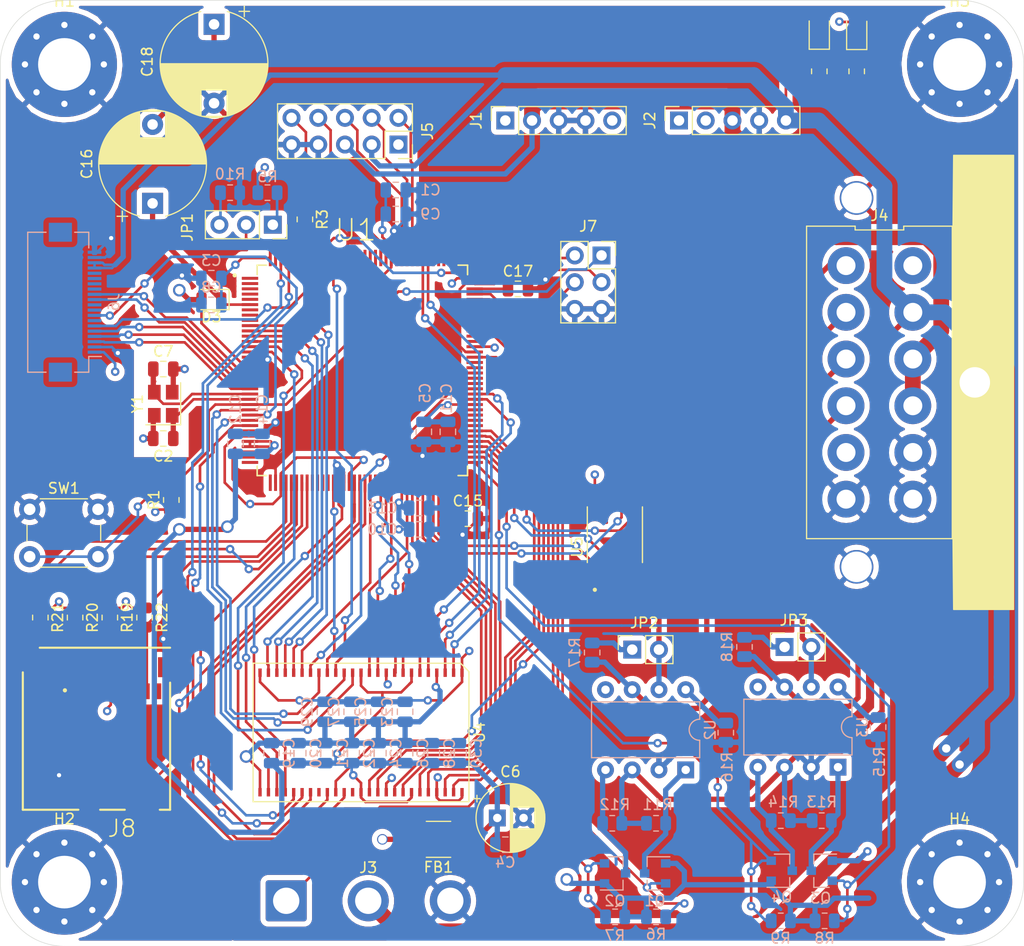
<source format=kicad_pcb>
(kicad_pcb (version 20171130) (host pcbnew "(5.1.8)-1")
  (layers (0 F.Cu signal) (1 In1.Cu power) (2 In2.Cu power) (31 B.Cu signal) (34 B.Paste user) (35 F.Paste user) (36 B.SilkS user hide) (37 F.SilkS user hide) (38 B.Mask user hide) (39 F.Mask user hide) (44 Edge.Cuts user))
  (net 0 "")
  (net 1 "Net-(U1-Pad37)")
  (net 2 GND)
  (net 3 +3V3)
  (net 4 "Net-(U1-Pad45)")
  (net 5 "Net-(U1-Pad46)")
  (net 6 "Net-(U1-Pad47)")
  (net 7 /FMC_SDNRAS)
  (net 8 /FMC_A6)
  (net 9 "Net-(U1-Pad57)")
  (net 10 "Net-(U1-Pad110)")
  (net 11 "Net-(U1-Pad111)")
  (net 12 "Net-(U1-Pad112)")
  (net 13 "Net-(U1-Pad113)")
  (net 14 "Net-(U1-Pad116)")
  (net 15 "Net-(U1-Pad125)")
  (net 16 "Net-(U1-Pad127)")
  (net 17 "Net-(U1-Pad128)")
  (net 18 "Net-(U1-Pad129)")
  (net 19 "Net-(U1-Pad134)")
  (net 20 "Net-(U1-Pad135)")
  (net 21 "Net-(U1-Pad137)")
  (net 22 "Net-(U1-Pad139)")
  (net 23 "Net-(U1-Pad140)")
  (net 24 "Net-(U1-Pad1)")
  (net 25 "Net-(U1-Pad2)")
  (net 26 "Net-(U1-Pad3)")
  (net 27 "Net-(U1-Pad4)")
  (net 28 "Net-(U1-Pad5)")
  (net 29 "Net-(U1-Pad7)")
  (net 30 "Net-(U1-Pad8)")
  (net 31 "Net-(U1-Pad9)")
  (net 32 /FMC_A3)
  (net 33 +3.3VA)
  (net 34 "Net-(U1-Pad34)")
  (net 35 "Net-(U1-Pad35)")
  (net 36 "Net-(U1-Pad36)")
  (net 37 "Net-(U1-Pad80)")
  (net 38 "Net-(U1-Pad81)")
  (net 39 "Net-(U1-Pad82)")
  (net 40 "Net-(U1-Pad87)")
  (net 41 "Net-(U1-Pad88)")
  (net 42 "Net-(U1-Pad90)")
  (net 43 "Net-(U1-Pad91)")
  (net 44 "Net-(U1-Pad92)")
  (net 45 "Net-(U1-Pad96)")
  (net 46 "Net-(U1-Pad97)")
  (net 47 "Net-(U1-Pad98)")
  (net 48 "Net-(U1-Pad100)")
  (net 49 "Net-(U1-Pad101)")
  (net 50 "Net-(U1-Pad102)")
  (net 51 "Net-(U2-Pad5)")
  (net 52 /FMC_A10)
  (net 53 /FMC_A0)
  (net 54 /FMC_A1)
  (net 55 /FMC_A2)
  (net 56 +5V)
  (net 57 +12V)
  (net 58 "Net-(J1-Pad1)")
  (net 59 LED_DATA)
  (net 60 "Net-(Q1-Pad3)")
  (net 61 CAN_1_1)
  (net 62 "Net-(Q2-Pad3)")
  (net 63 CAN_1_2)
  (net 64 "Net-(Q3-Pad3)")
  (net 65 CAN_2_1)
  (net 66 "Net-(Q4-Pad3)")
  (net 67 CAN_2_2)
  (net 68 /FMC_D0)
  (net 69 /FMC_D1)
  (net 70 /FMC_D2)
  (net 71 /FMC_D3)
  (net 72 /FMC_D4)
  (net 73 /FMC_D5)
  (net 74 /FMC_D6)
  (net 75 /FMC_D7)
  (net 76 /FMC_BA0)
  (net 77 /FMC_A4)
  (net 78 /FMC_A5)
  (net 79 /FMC_A7)
  (net 80 /FMC_A8)
  (net 81 /FMC_A9)
  (net 82 /FMC_D8)
  (net 83 /FMC_D9)
  (net 84 /FMC_D10)
  (net 85 /FMC_D12)
  (net 86 /FMC_D13)
  (net 87 /FMC_D14)
  (net 88 /FMC_D15)
  (net 89 /FMC_SDNWE)
  (net 90 /FMC_D11)
  (net 91 /FMC_SDCAS)
  (net 92 /FMC_SDNE0)
  (net 93 /FMC_SDCKE0)
  (net 94 /FMC_SDCLK)
  (net 95 CAN_H1)
  (net 96 CAN_L1)
  (net 97 CAN_H2)
  (net 98 CAN_L2)
  (net 99 "Net-(U3-Pad5)")
  (net 100 /D_QUADSPI_BK1_IO2)
  (net 101 /D_POWER_DOWN)
  (net 102 /D_QUADSPI_NCS)
  (net 103 /D_QUADSPI_BK1_IO0)
  (net 104 /D_QUADSPI_BK1_IO1)
  (net 105 /D_QUADSPI_CLK)
  (net 106 "Net-(J4-Pad13)")
  (net 107 /SD_CARD_DETECT)
  (net 108 /SD_MISO)
  (net 109 /SD_SCLK)
  (net 110 /SD_MOSI)
  (net 111 /SD_CS)
  (net 112 "Net-(JP1-Pad1)")
  (net 113 "Net-(JP2-Pad1)")
  (net 114 /FMC_NBL0)
  (net 115 /FMC_NBL1)
  (net 116 /D_QUADSPI_BK1_IO3)
  (net 117 "Net-(C2-Pad1)")
  (net 118 "Net-(C7-Pad1)")
  (net 119 VCAP1)
  (net 120 "Net-(C16-Pad2)")
  (net 121 VBAT)
  (net 122 VCAP2)
  (net 123 "Net-(D1-Pad1)")
  (net 124 "Net-(D2-Pad1)")
  (net 125 "Net-(J2-Pad2)")
  (net 126 "Net-(J2-Pad1)")
  (net 127 BAOFENG_OUT_5)
  (net 128 BAOFENG_OUT_4)
  (net 129 BAOFENG_OUT_3)
  (net 130 BAOFENG_OUT_2)
  (net 131 BAOFENG_OUT_1)
  (net 132 "Net-(J6-Pad16)")
  (net 133 "Net-(J6-Pad15)")
  (net 134 "Net-(J6-Pad14)")
  (net 135 "Net-(J6-Pad13)")
  (net 136 "Net-(J6-Pad10)")
  (net 137 "Net-(J6-Pad9)")
  (net 138 "Net-(J6-Pad7)")
  (net 139 SWDIO)
  (net 140 SWIM)
  (net 141 SWDCLK)
  (net 142 RST)
  (net 143 "Net-(J8-Pad8)")
  (net 144 "Net-(J8-Pad1)")
  (net 145 "Net-(JP1-Pad3)")
  (net 146 "Net-(JP1-Pad2)")
  (net 147 "Net-(JP3-Pad1)")
  (net 148 "Net-(R3-Pad2)")
  (net 149 "Net-(R15-Pad2)")
  (net 150 "Net-(R16-Pad2)")
  (net 151 /FLASH_MOSI)
  (net 152 /FLASH_MISO)
  (net 153 "Net-(U1-Pad126)")
  (net 154 "Net-(U1-Pad124)")
  (net 155 /FLASH_CS)
  (net 156 /FLASH_SCK)
  (net 157 "Net-(U1-Pad48)")
  (net 158 "Net-(U4-Pad37)")
  (net 159 "Net-(U4-Pad33)")
  (net 160 "Net-(U5-Pad7)")
  (net 161 "Net-(U5-Pad3)")
  (net 162 "Net-(J4-Pad5)")
  (module AS4C1M16S-6TCN:TSOP-II-50 (layer F.Cu) (at 201.422 84.328 180)
    (fp_text reference U4 (at -11.26 0 90) (layer F.SilkS))
    (fp_text value AS4C1M16S-6TCN)
    (pad 25 smd rect (at 9.6 5.68 180) (size 0.32 0.8) (layers F.Cu F.Paste F.Mask) (net 3 +3V3))
    (pad 26 smd rect (at 9.6 -5.68 180) (size 0.32 0.8) (layers F.Cu F.Paste F.Mask) (net 2 GND))
    (pad 24 smd rect (at 8.8 5.68 180) (size 0.32 0.8) (layers F.Cu F.Paste F.Mask) (net 32 /FMC_A3))
    (pad 27 smd rect (at 8.8 -5.68 180) (size 0.32 0.8) (layers F.Cu F.Paste F.Mask) (net 77 /FMC_A4))
    (pad 23 smd rect (at 8 5.68 180) (size 0.32 0.8) (layers F.Cu F.Paste F.Mask) (net 55 /FMC_A2))
    (pad 28 smd rect (at 8 -5.68 180) (size 0.32 0.8) (layers F.Cu F.Paste F.Mask) (net 78 /FMC_A5))
    (pad 22 smd rect (at 7.2 5.68 180) (size 0.32 0.8) (layers F.Cu F.Paste F.Mask) (net 54 /FMC_A1))
    (pad 29 smd rect (at 7.2 -5.68 180) (size 0.32 0.8) (layers F.Cu F.Paste F.Mask) (net 8 /FMC_A6))
    (pad 21 smd rect (at 6.4 5.68 180) (size 0.32 0.8) (layers F.Cu F.Paste F.Mask) (net 53 /FMC_A0))
    (pad 30 smd rect (at 6.4 -5.68 180) (size 0.32 0.8) (layers F.Cu F.Paste F.Mask) (net 79 /FMC_A7))
    (pad 20 smd rect (at 5.6 5.68 180) (size 0.32 0.8) (layers F.Cu F.Paste F.Mask) (net 52 /FMC_A10))
    (pad 31 smd rect (at 5.6 -5.68 180) (size 0.32 0.8) (layers F.Cu F.Paste F.Mask) (net 80 /FMC_A8))
    (pad 19 smd rect (at 4.8 5.68 180) (size 0.32 0.8) (layers F.Cu F.Paste F.Mask) (net 76 /FMC_BA0))
    (pad 32 smd rect (at 4.8 -5.68 180) (size 0.32 0.8) (layers F.Cu F.Paste F.Mask) (net 81 /FMC_A9))
    (pad 18 smd rect (at 4 5.68 180) (size 0.32 0.8) (layers F.Cu F.Paste F.Mask) (net 92 /FMC_SDNE0))
    (pad 33 smd rect (at 4 -5.68 180) (size 0.32 0.8) (layers F.Cu F.Paste F.Mask) (net 159 "Net-(U4-Pad33)"))
    (pad 17 smd rect (at 3.2 5.68 180) (size 0.32 0.8) (layers F.Cu F.Paste F.Mask) (net 7 /FMC_SDNRAS))
    (pad 34 smd rect (at 3.2 -5.68 180) (size 0.32 0.8) (layers F.Cu F.Paste F.Mask) (net 93 /FMC_SDCKE0))
    (pad 16 smd rect (at 2.4 5.68 180) (size 0.32 0.8) (layers F.Cu F.Paste F.Mask) (net 91 /FMC_SDCAS))
    (pad 35 smd rect (at 2.4 -5.68 180) (size 0.32 0.8) (layers F.Cu F.Paste F.Mask) (net 94 /FMC_SDCLK))
    (pad 15 smd rect (at 1.6 5.68 180) (size 0.32 0.8) (layers F.Cu F.Paste F.Mask) (net 89 /FMC_SDNWE))
    (pad 36 smd rect (at 1.6 -5.68 180) (size 0.32 0.8) (layers F.Cu F.Paste F.Mask) (net 115 /FMC_NBL1))
    (pad 14 smd rect (at 0.8 5.68 180) (size 0.32 0.8) (layers F.Cu F.Paste F.Mask) (net 114 /FMC_NBL0))
    (pad 37 smd rect (at 0.8 -5.68 180) (size 0.32 0.8) (layers F.Cu F.Paste F.Mask) (net 158 "Net-(U4-Pad37)"))
    (pad 13 smd rect (at 0 5.68 180) (size 0.32 0.8) (layers F.Cu F.Paste F.Mask) (net 33 +3.3VA))
    (pad 38 smd rect (at 0 -5.68 180) (size 0.32 0.8) (layers F.Cu F.Paste F.Mask) (net 33 +3.3VA))
    (pad 12 smd rect (at -0.8 5.68 180) (size 0.32 0.8) (layers F.Cu F.Paste F.Mask) (net 75 /FMC_D7))
    (pad 39 smd rect (at -0.8 -5.68 180) (size 0.32 0.8) (layers F.Cu F.Paste F.Mask) (net 82 /FMC_D8))
    (pad 11 smd rect (at -1.6 5.68 180) (size 0.32 0.8) (layers F.Cu F.Paste F.Mask) (net 74 /FMC_D6))
    (pad 40 smd rect (at -1.6 -5.68 180) (size 0.32 0.8) (layers F.Cu F.Paste F.Mask) (net 83 /FMC_D9))
    (pad 10 smd rect (at -2.4 5.68 180) (size 0.32 0.8) (layers F.Cu F.Paste F.Mask) (net 2 GND))
    (pad 41 smd rect (at -2.4 -5.68 180) (size 0.32 0.8) (layers F.Cu F.Paste F.Mask) (net 2 GND))
    (pad 9 smd rect (at -3.2 5.68 180) (size 0.32 0.8) (layers F.Cu F.Paste F.Mask) (net 73 /FMC_D5))
    (pad 42 smd rect (at -3.2 -5.68 180) (size 0.32 0.8) (layers F.Cu F.Paste F.Mask) (net 84 /FMC_D10))
    (pad 8 smd rect (at -4 5.68 180) (size 0.32 0.8) (layers F.Cu F.Paste F.Mask) (net 72 /FMC_D4))
    (pad 43 smd rect (at -4 -5.68 180) (size 0.32 0.8) (layers F.Cu F.Paste F.Mask) (net 90 /FMC_D11))
    (pad 7 smd rect (at -4.8 5.68 180) (size 0.32 0.8) (layers F.Cu F.Paste F.Mask) (net 33 +3.3VA))
    (pad 44 smd rect (at -4.8 -5.68 180) (size 0.32 0.8) (layers F.Cu F.Paste F.Mask) (net 33 +3.3VA))
    (pad 6 smd rect (at -5.6 5.68 180) (size 0.32 0.8) (layers F.Cu F.Paste F.Mask) (net 71 /FMC_D3))
    (pad 45 smd rect (at -5.6 -5.68 180) (size 0.32 0.8) (layers F.Cu F.Paste F.Mask) (net 85 /FMC_D12))
    (pad 5 smd rect (at -6.4 5.68 180) (size 0.32 0.8) (layers F.Cu F.Paste F.Mask) (net 70 /FMC_D2))
    (pad 46 smd rect (at -6.4 -5.68 180) (size 0.32 0.8) (layers F.Cu F.Paste F.Mask) (net 86 /FMC_D13))
    (pad 4 smd rect (at -7.2 5.68 180) (size 0.32 0.8) (layers F.Cu F.Paste F.Mask) (net 2 GND))
    (pad 47 smd rect (at -7.2 -5.68 180) (size 0.32 0.8) (layers F.Cu F.Paste F.Mask) (net 2 GND))
    (pad 3 smd rect (at -8 5.68 180) (size 0.32 0.8) (layers F.Cu F.Paste F.Mask) (net 69 /FMC_D1))
    (pad 48 smd rect (at -8 -5.68 180) (size 0.32 0.8) (layers F.Cu F.Paste F.Mask) (net 87 /FMC_D14))
    (pad 2 smd rect (at -8.8 5.68 180) (size 0.32 0.8) (layers F.Cu F.Paste F.Mask) (net 68 /FMC_D0))
    (pad 49 smd rect (at -8.8 -5.68 180) (size 0.32 0.8) (layers F.Cu F.Paste F.Mask) (net 88 /FMC_D15))
    (pad 1 smd rect (at -9.6 5.68 180) (size 0.32 0.8) (layers F.Cu F.Paste F.Mask) (net 3 +3V3))
    (pad 50 smd rect (at -9.6 -5.68 180) (size 0.32 0.8) (layers F.Cu F.Paste F.Mask) (net 2 GND))
  )
  (module LED_SMD:LED_0805_2012Metric (layer F.Cu) (at 248.539 17.7315 90)
    (fp_text reference D1)
    (fp_text value LED_3.3V)
    (pad 2 smd roundrect (at 0.9375 0 90) (size 0.975 1.4) (layers F.Cu F.Paste F.Mask) (net 3 +3V3))
    (pad 1 smd roundrect (at -0.9375 0 90) (size 0.975 1.4) (layers F.Cu F.Paste F.Mask) (net 123 "Net-(D1-Pad1)"))
  )
  (module LED_SMD:LED_0805_2012Metric (layer F.Cu) (at 244.983 17.7015 90)
    (fp_text reference D2)
    (fp_text value LED_5V)
    (pad 1 smd roundrect (at -0.9375 0 90) (size 0.975 1.4) (layers F.Cu F.Paste F.Mask) (net 124 "Net-(D2-Pad1)"))
    (pad 2 smd roundrect (at 0.9375 0 90) (size 0.975 1.4) (layers F.Cu F.Paste F.Mask) (net 56 +5V))
  )
  (module Connector_PinSocket_2.54mm:PinSocket_1x05_P2.54mm_Vertical (layer F.Cu) (at 231.648 26.162 90)
    (fp_text reference J2 (at 0 -2.77 90) (layer F.SilkS))
    (fp_text value "5V step down")
    (pad 5 thru_hole oval (at 0 10.16 90) (size 1.7 1.7) (drill 1) (layers *.Cu *.Mask) (net 56 +5V))
    (pad 4 thru_hole oval (at 0 7.62 90) (size 1.7 1.7) (drill 1) (layers *.Cu *.Mask) (net 2 GND))
    (pad 3 thru_hole oval (at 0 5.08 90) (size 1.7 1.7) (drill 1) (layers *.Cu *.Mask) (net 57 +12V))
    (pad 2 thru_hole oval (at 0 2.54 90) (size 1.7 1.7) (drill 1) (layers *.Cu *.Mask) (net 125 "Net-(J2-Pad2)"))
    (pad 1 thru_hole rect (at 0 0 90) (size 1.7 1.7) (drill 1) (layers *.Cu *.Mask) (net 126 "Net-(J2-Pad1)"))
  )
  (module Connector_PinSocket_2.54mm:PinSocket_1x05_P2.54mm_Vertical (layer F.Cu) (at 215.138 26.162 90)
    (fp_text reference J1 (at 0 -2.77 90) (layer F.SilkS))
    (fp_text value "3.3V step down")
    (pad 1 thru_hole rect (at 0 0 90) (size 1.7 1.7) (drill 1) (layers *.Cu *.Mask) (net 58 "Net-(J1-Pad1)"))
    (pad 2 thru_hole oval (at 0 2.54 90) (size 1.7 1.7) (drill 1) (layers *.Cu *.Mask) (net 57 +12V))
    (pad 3 thru_hole oval (at 0 5.08 90) (size 1.7 1.7) (drill 1) (layers *.Cu *.Mask) (net 2 GND))
    (pad 4 thru_hole oval (at 0 7.62 90) (size 1.7 1.7) (drill 1) (layers *.Cu *.Mask) (net 2 GND))
    (pad 5 thru_hole oval (at 0 10.16 90) (size 1.7 1.7) (drill 1) (layers *.Cu *.Mask) (net 3 +3V3))
  )
  (module Resistor_SMD:R_0805_2012Metric (layer F.Cu) (at 244.983 21.4865 270)
    (fp_text reference R4)
    (fp_text value R)
    (pad 1 smd roundrect (at -0.9125 0 270) (size 1.025 1.4) (layers F.Cu F.Paste F.Mask) (roundrect_rratio 0.2439014634146341) (net 124 "Net-(D2-Pad1)"))
    (pad 2 smd roundrect (at 0.9125 0 270) (size 1.025 1.4) (layers F.Cu F.Paste F.Mask) (roundrect_rratio 0.2439014634146341) (net 2 GND))
  )
  (module Resistor_SMD:R_0805_2012Metric (layer F.Cu) (at 248.539 21.4865 270)
    (fp_text reference R2)
    (fp_text value R)
    (pad 2 smd roundrect (at 0.9125 0 270) (size 1.025 1.4) (layers F.Cu F.Paste F.Mask) (roundrect_rratio 0.2439014634146341) (net 2 GND))
    (pad 1 smd roundrect (at -0.9125 0 270) (size 1.025 1.4) (layers F.Cu F.Paste F.Mask) (roundrect_rratio 0.2439014634146341) (net 123 "Net-(D1-Pad1)"))
  )
  (module STM32F767ZIT6:QFP50P2200X2200X160-144N (layer F.Cu) (at 201.549 49.911)
    (fp_text reference U1 (at -0.635 -13.335) (layer F.SilkS) (effects (font (size 2.001717 2.001717))))
    (fp_text value STM32F767ZIT6)
    (pad 37 smd roundrect (at -8.75 10.68) (size 0.28 1.56) (layers F.Cu F.Paste F.Mask) (roundrect_rratio 0.04) (net 1 "Net-(U1-Pad37)"))
    (pad 38 smd roundrect (at -8.25 10.68) (size 0.28 1.56) (layers F.Cu F.Paste F.Mask) (roundrect_rratio 0.04) (net 2 GND))
    (pad 39 smd roundrect (at -7.75 10.68) (size 0.28 1.56) (layers F.Cu F.Paste F.Mask) (roundrect_rratio 0.04) (net 3 +3V3))
    (pad 40 smd roundrect (at -7.25 10.68) (size 0.28 1.56) (layers F.Cu F.Paste F.Mask) (roundrect_rratio 0.04) (net 111 /SD_CS))
    (pad 41 smd roundrect (at -6.75 10.68) (size 0.28 1.56) (layers F.Cu F.Paste F.Mask) (roundrect_rratio 0.04) (net 109 /SD_SCLK))
    (pad 42 smd roundrect (at -6.25 10.68) (size 0.28 1.56) (layers F.Cu F.Paste F.Mask) (roundrect_rratio 0.04) (net 108 /SD_MISO))
    (pad 43 smd roundrect (at -5.75 10.68) (size 0.28 1.56) (layers F.Cu F.Paste F.Mask) (roundrect_rratio 0.04) (net 110 /SD_MOSI))
    (pad 44 smd roundrect (at -5.25 10.68) (size 0.28 1.56) (layers F.Cu F.Paste F.Mask) (roundrect_rratio 0.04) (net 107 /SD_CARD_DETECT))
    (pad 45 smd roundrect (at -4.75 10.68) (size 0.28 1.56) (layers F.Cu F.Paste F.Mask) (roundrect_rratio 0.04) (net 4 "Net-(U1-Pad45)"))
    (pad 46 smd roundrect (at -4.25 10.68) (size 0.28 1.56) (layers F.Cu F.Paste F.Mask) (roundrect_rratio 0.04) (net 5 "Net-(U1-Pad46)"))
    (pad 47 smd roundrect (at -3.75 10.68) (size 0.28 1.56) (layers F.Cu F.Paste F.Mask) (roundrect_rratio 0.04) (net 6 "Net-(U1-Pad47)"))
    (pad 48 smd roundrect (at -3.25 10.68) (size 0.28 1.56) (layers F.Cu F.Paste F.Mask) (roundrect_rratio 0.04) (net 157 "Net-(U1-Pad48)"))
    (pad 49 smd roundrect (at -2.75 10.68) (size 0.28 1.56) (layers F.Cu F.Paste F.Mask) (roundrect_rratio 0.04) (net 7 /FMC_SDNRAS))
    (pad 50 smd roundrect (at -2.25 10.68) (size 0.28 1.56) (layers F.Cu F.Paste F.Mask) (roundrect_rratio 0.04) (net 8 /FMC_A6))
    (pad 51 smd roundrect (at -1.75 10.68) (size 0.28 1.56) (layers F.Cu F.Paste F.Mask) (roundrect_rratio 0.04) (net 2 GND))
    (pad 52 smd roundrect (at -1.25 10.68) (size 0.28 1.56) (layers F.Cu F.Paste F.Mask) (roundrect_rratio 0.04) (net 3 +3V3))
    (pad 53 smd roundrect (at -0.75 10.68) (size 0.28 1.56) (layers F.Cu F.Paste F.Mask) (roundrect_rratio 0.04) (net 79 /FMC_A7))
    (pad 54 smd roundrect (at -0.25 10.68) (size 0.28 1.56) (layers F.Cu F.Paste F.Mask) (roundrect_rratio 0.04) (net 80 /FMC_A8))
    (pad 55 smd roundrect (at 0.25 10.68) (size 0.28 1.56) (layers F.Cu F.Paste F.Mask) (roundrect_rratio 0.04) (net 81 /FMC_A9))
    (pad 56 smd roundrect (at 0.75 10.68) (size 0.28 1.56) (layers F.Cu F.Paste F.Mask) (roundrect_rratio 0.04) (net 52 /FMC_A10))
    (pad 57 smd roundrect (at 1.25 10.68) (size 0.28 1.56) (layers F.Cu F.Paste F.Mask) (roundrect_rratio 0.04) (net 9 "Net-(U1-Pad57)"))
    (pad 58 smd roundrect (at 1.75 10.68) (size 0.28 1.56) (layers F.Cu F.Paste F.Mask) (roundrect_rratio 0.04) (net 72 /FMC_D4))
    (pad 59 smd roundrect (at 2.25 10.68) (size 0.28 1.56) (layers F.Cu F.Paste F.Mask) (roundrect_rratio 0.04) (net 73 /FMC_D5))
    (pad 60 smd roundrect (at 2.75 10.68) (size 0.28 1.56) (layers F.Cu F.Paste F.Mask) (roundrect_rratio 0.04) (net 74 /FMC_D6))
    (pad 61 smd roundrect (at 3.25 10.68) (size 0.28 1.56) (layers F.Cu F.Paste F.Mask) (roundrect_rratio 0.04) (net 2 GND))
    (pad 62 smd roundrect (at 3.75 10.68) (size 0.28 1.56) (layers F.Cu F.Paste F.Mask) (roundrect_rratio 0.04) (net 3 +3V3))
    (pad 63 smd roundrect (at 4.25 10.68) (size 0.28 1.56) (layers F.Cu F.Paste F.Mask) (roundrect_rratio 0.04) (net 75 /FMC_D7))
    (pad 64 smd roundrect (at 4.75 10.68) (size 0.28 1.56) (layers F.Cu F.Paste F.Mask) (roundrect_rratio 0.04) (net 82 /FMC_D8))
    (pad 65 smd roundrect (at 5.25 10.68) (size 0.28 1.56) (layers F.Cu F.Paste F.Mask) (roundrect_rratio 0.04) (net 83 /FMC_D9))
    (pad 66 smd roundrect (at 5.75 10.68) (size 0.28 1.56) (layers F.Cu F.Paste F.Mask) (roundrect_rratio 0.04) (net 84 /FMC_D10))
    (pad 67 smd roundrect (at 6.25 10.68) (size 0.28 1.56) (layers F.Cu F.Paste F.Mask) (roundrect_rratio 0.04) (net 90 /FMC_D11))
    (pad 68 smd roundrect (at 6.75 10.68) (size 0.28 1.56) (layers F.Cu F.Paste F.Mask) (roundrect_rratio 0.04) (net 85 /FMC_D12))
    (pad 69 smd roundrect (at 7.25 10.68) (size 0.28 1.56) (layers F.Cu F.Paste F.Mask) (roundrect_rratio 0.04) (net 156 /FLASH_SCK))
    (pad 70 smd roundrect (at 7.75 10.68) (size 0.28 1.56) (layers F.Cu F.Paste F.Mask) (roundrect_rratio 0.04) (net 155 /FLASH_CS))
    (pad 71 smd roundrect (at 8.25 10.68) (size 0.28 1.56) (layers F.Cu F.Paste F.Mask) (roundrect_rratio 0.04) (net 119 VCAP1))
    (pad 72 smd roundrect (at 8.75 10.68) (size 0.28 1.56) (layers F.Cu F.Paste F.Mask) (roundrect_rratio 0.04) (net 3 +3V3))
    (pad 109 smd roundrect (at 8.75 -10.68) (size 0.28 1.56) (layers F.Cu F.Paste F.Mask) (roundrect_rratio 0.04) (net 141 SWDCLK))
    (pad 110 smd roundrect (at 8.25 -10.68) (size 0.28 1.56) (layers F.Cu F.Paste F.Mask) (roundrect_rratio 0.04) (net 10 "Net-(U1-Pad110)"))
    (pad 111 smd roundrect (at 7.75 -10.68) (size 0.28 1.56) (layers F.Cu F.Paste F.Mask) (roundrect_rratio 0.04) (net 11 "Net-(U1-Pad111)"))
    (pad 112 smd roundrect (at 7.25 -10.68) (size 0.28 1.56) (layers F.Cu F.Paste F.Mask) (roundrect_rratio 0.04) (net 12 "Net-(U1-Pad112)"))
    (pad 113 smd roundrect (at 6.75 -10.68) (size 0.28 1.56) (layers F.Cu F.Paste F.Mask) (roundrect_rratio 0.04) (net 13 "Net-(U1-Pad113)"))
    (pad 114 smd roundrect (at 6.25 -10.68) (size 0.28 1.56) (layers F.Cu F.Paste F.Mask) (roundrect_rratio 0.04) (net 70 /FMC_D2))
    (pad 115 smd roundrect (at 5.75 -10.68) (size 0.28 1.56) (layers F.Cu F.Paste F.Mask) (roundrect_rratio 0.04) (net 71 /FMC_D3))
    (pad 116 smd roundrect (at 5.25 -10.68) (size 0.28 1.56) (layers F.Cu F.Paste F.Mask) (roundrect_rratio 0.04) (net 14 "Net-(U1-Pad116)"))
    (pad 117 smd roundrect (at 4.75 -10.68) (size 0.28 1.56) (layers F.Cu F.Paste F.Mask) (roundrect_rratio 0.04) (net 131 BAOFENG_OUT_1))
    (pad 118 smd roundrect (at 4.25 -10.68) (size 0.28 1.56) (layers F.Cu F.Paste F.Mask) (roundrect_rratio 0.04) (net 130 BAOFENG_OUT_2))
    (pad 119 smd roundrect (at 3.75 -10.68) (size 0.28 1.56) (layers F.Cu F.Paste F.Mask) (roundrect_rratio 0.04) (net 129 BAOFENG_OUT_3))
    (pad 120 smd roundrect (at 3.25 -10.68) (size 0.28 1.56) (layers F.Cu F.Paste F.Mask) (roundrect_rratio 0.04) (net 2 GND))
    (pad 121 smd roundrect (at 2.75 -10.68) (size 0.28 1.56) (layers F.Cu F.Paste F.Mask) (roundrect_rratio 0.04) (net 3 +3V3))
    (pad 122 smd roundrect (at 2.25 -10.68) (size 0.28 1.56) (layers F.Cu F.Paste F.Mask) (roundrect_rratio 0.04) (net 128 BAOFENG_OUT_4))
    (pad 123 smd roundrect (at 1.75 -10.68) (size 0.28 1.56) (layers F.Cu F.Paste F.Mask) (roundrect_rratio 0.04) (net 127 BAOFENG_OUT_5))
    (pad 124 smd roundrect (at 1.25 -10.68) (size 0.28 1.56) (layers F.Cu F.Paste F.Mask) (roundrect_rratio 0.04) (net 154 "Net-(U1-Pad124)"))
    (pad 125 smd roundrect (at 0.75 -10.68) (size 0.28 1.56) (layers F.Cu F.Paste F.Mask) (roundrect_rratio 0.04) (net 15 "Net-(U1-Pad125)"))
    (pad 126 smd roundrect (at 0.25 -10.68) (size 0.28 1.56) (layers F.Cu F.Paste F.Mask) (roundrect_rratio 0.04) (net 153 "Net-(U1-Pad126)"))
    (pad 127 smd roundrect (at -0.25 -10.68) (size 0.28 1.56) (layers F.Cu F.Paste F.Mask) (roundrect_rratio 0.04) (net 16 "Net-(U1-Pad127)"))
    (pad 128 smd roundrect (at -0.75 -10.68) (size 0.28 1.56) (layers F.Cu F.Paste F.Mask) (roundrect_rratio 0.04) (net 17 "Net-(U1-Pad128)"))
    (pad 129 smd roundrect (at -1.25 -10.68) (size 0.28 1.56) (layers F.Cu F.Paste F.Mask) (roundrect_rratio 0.04) (net 18 "Net-(U1-Pad129)"))
    (pad 130 smd roundrect (at -1.75 -10.68) (size 0.28 1.56) (layers F.Cu F.Paste F.Mask) (roundrect_rratio 0.04) (net 2 GND))
    (pad 131 smd roundrect (at -2.25 -10.68) (size 0.28 1.56) (layers F.Cu F.Paste F.Mask) (roundrect_rratio 0.04) (net 3 +3V3))
    (pad 132 smd roundrect (at -2.75 -10.68) (size 0.28 1.56) (layers F.Cu F.Paste F.Mask) (roundrect_rratio 0.04) (net 91 /FMC_SDCAS))
    (pad 133 smd roundrect (at -3.25 -10.68) (size 0.28 1.56) (layers F.Cu F.Paste F.Mask) (roundrect_rratio 0.04) (net 140 SWIM))
    (pad 134 smd roundrect (at -3.75 -10.68) (size 0.28 1.56) (layers F.Cu F.Paste F.Mask) (roundrect_rratio 0.04) (net 19 "Net-(U1-Pad134)"))
    (pad 135 smd roundrect (at -4.25 -10.68) (size 0.28 1.56) (layers F.Cu F.Paste F.Mask) (roundrect_rratio 0.04) (net 20 "Net-(U1-Pad135)"))
    (pad 136 smd roundrect (at -4.75 -10.68) (size 0.28 1.56) (layers F.Cu F.Paste F.Mask) (roundrect_rratio 0.04) (net 102 /D_QUADSPI_NCS))
    (pad 137 smd roundrect (at -5.25 -10.68) (size 0.28 1.56) (layers F.Cu F.Paste F.Mask) (roundrect_rratio 0.04) (net 21 "Net-(U1-Pad137)"))
    (pad 138 smd roundrect (at -5.75 -10.68) (size 0.28 1.56) (layers F.Cu F.Paste F.Mask) (roundrect_rratio 0.04) (net 148 "Net-(R3-Pad2)"))
    (pad 139 smd roundrect (at -6.25 -10.68) (size 0.28 1.56) (layers F.Cu F.Paste F.Mask) (roundrect_rratio 0.04) (net 22 "Net-(U1-Pad139)"))
    (pad 140 smd roundrect (at -6.75 -10.68) (size 0.28 1.56) (layers F.Cu F.Paste F.Mask) (roundrect_rratio 0.04) (net 23 "Net-(U1-Pad140)"))
    (pad 141 smd roundrect (at -7.25 -10.68) (size 0.28 1.56) (layers F.Cu F.Paste F.Mask) (roundrect_rratio 0.04) (net 114 /FMC_NBL0))
    (pad 142 smd roundrect (at -7.75 -10.68) (size 0.28 1.56) (layers F.Cu F.Paste F.Mask) (roundrect_rratio 0.04) (net 115 /FMC_NBL1))
    (pad 143 smd roundrect (at -8.25 -10.68) (size 0.28 1.56) (layers F.Cu F.Paste F.Mask) (roundrect_rratio 0.04) (net 146 "Net-(JP1-Pad2)"))
    (pad 144 smd roundrect (at -8.75 -10.68) (size 0.28 1.56) (layers F.Cu F.Paste F.Mask) (roundrect_rratio 0.04) (net 3 +3V3))
    (pad 1 smd roundrect (at -10.68 -8.75) (size 1.56 0.28) (layers F.Cu F.Paste F.Mask) (roundrect_rratio 0.04) (net 24 "Net-(U1-Pad1)"))
    (pad 2 smd roundrect (at -10.68 -8.25) (size 1.56 0.28) (layers F.Cu F.Paste F.Mask) (roundrect_rratio 0.04) (net 25 "Net-(U1-Pad2)"))
    (pad 3 smd roundrect (at -10.68 -7.75) (size 1.56 0.28) (layers F.Cu F.Paste F.Mask) (roundrect_rratio 0.04) (net 26 "Net-(U1-Pad3)"))
    (pad 4 smd roundrect (at -10.68 -7.25) (size 1.56 0.28) (layers F.Cu F.Paste F.Mask) (roundrect_rratio 0.04) (net 27 "Net-(U1-Pad4)"))
    (pad 5 smd roundrect (at -10.68 -6.75) (size 1.56 0.28) (layers F.Cu F.Paste F.Mask) (roundrect_rratio 0.04) (net 28 "Net-(U1-Pad5)"))
    (pad 6 smd roundrect (at -10.68 -6.25) (size 1.56 0.28) (layers F.Cu F.Paste F.Mask) (roundrect_rratio 0.04) (net 121 VBAT))
    (pad 7 smd roundrect (at -10.68 -5.75) (size 1.56 0.28) (layers F.Cu F.Paste F.Mask) (roundrect_rratio 0.04) (net 29 "Net-(U1-Pad7)"))
    (pad 8 smd roundrect (at -10.68 -5.25) (size 1.56 0.28) (layers F.Cu F.Paste F.Mask) (roundrect_rratio 0.04) (net 30 "Net-(U1-Pad8)"))
    (pad 9 smd roundrect (at -10.68 -4.75) (size 1.56 0.28) (layers F.Cu F.Paste F.Mask) (roundrect_rratio 0.04) (net 31 "Net-(U1-Pad9)"))
    (pad 10 smd roundrect (at -10.68 -4.25) (size 1.56 0.28) (layers F.Cu F.Paste F.Mask) (roundrect_rratio 0.04) (net 53 /FMC_A0))
    (pad 11 smd roundrect (at -10.68 -3.75) (size 1.56 0.28) (layers F.Cu F.Paste F.Mask) (roundrect_rratio 0.04) (net 54 /FMC_A1))
    (pad 12 smd roundrect (at -10.68 -3.25) (size 1.56 0.28) (layers F.Cu F.Paste F.Mask) (roundrect_rratio 0.04) (net 55 /FMC_A2))
    (pad 13 smd roundrect (at -10.68 -2.75) (size 1.56 0.28) (layers F.Cu F.Paste F.Mask) (roundrect_rratio 0.04) (net 32 /FMC_A3))
    (pad 14 smd roundrect (at -10.68 -2.25) (size 1.56 0.28) (layers F.Cu F.Paste F.Mask) (roundrect_rratio 0.04) (net 77 /FMC_A4))
    (pad 15 smd roundrect (at -10.68 -1.75) (size 1.56 0.28) (layers F.Cu F.Paste F.Mask) (roundrect_rratio 0.04) (net 78 /FMC_A5))
    (pad 16 smd roundrect (at -10.68 -1.25) (size 1.56 0.28) (layers F.Cu F.Paste F.Mask) (roundrect_rratio 0.04) (net 2 GND))
    (pad 17 smd roundrect (at -10.68 -0.75) (size 1.56 0.28) (layers F.Cu F.Paste F.Mask) (roundrect_rratio 0.04) (net 3 +3V3))
    (pad 18 smd roundrect (at -10.68 -0.25) (size 1.56 0.28) (layers F.Cu F.Paste F.Mask) (roundrect_rratio 0.04) (net 116 /D_QUADSPI_BK1_IO3))
    (pad 19 smd roundrect (at -10.68 0.25) (size 1.56 0.28) (layers F.Cu F.Paste F.Mask) (roundrect_rratio 0.04) (net 100 /D_QUADSPI_BK1_IO2))
    (pad 20 smd roundrect (at -10.68 0.75) (size 1.56 0.28) (layers F.Cu F.Paste F.Mask) (roundrect_rratio 0.04) (net 103 /D_QUADSPI_BK1_IO0))
    (pad 21 smd roundrect (at -10.68 1.25) (size 1.56 0.28) (layers F.Cu F.Paste F.Mask) (roundrect_rratio 0.04) (net 104 /D_QUADSPI_BK1_IO1))
    (pad 22 smd roundrect (at -10.68 1.75) (size 1.56 0.28) (layers F.Cu F.Paste F.Mask) (roundrect_rratio 0.04) (net 105 /D_QUADSPI_CLK))
    (pad 23 smd roundrect (at -10.68 2.25) (size 1.56 0.28) (layers F.Cu F.Paste F.Mask) (roundrect_rratio 0.04) (net 118 "Net-(C7-Pad1)"))
    (pad 24 smd roundrect (at -10.68 2.75) (size 1.56 0.28) (layers F.Cu F.Paste F.Mask) (roundrect_rratio 0.04) (net 117 "Net-(C2-Pad1)"))
    (pad 25 smd roundrect (at -10.68 3.25) (size 1.56 0.28) (layers F.Cu F.Paste F.Mask) (roundrect_rratio 0.04) (net 142 RST))
    (pad 26 smd roundrect (at -10.68 3.75) (size 1.56 0.28) (layers F.Cu F.Paste F.Mask) (roundrect_rratio 0.04) (net 89 /FMC_SDNWE))
    (pad 27 smd roundrect (at -10.68 4.25) (size 1.56 0.28) (layers F.Cu F.Paste F.Mask) (roundrect_rratio 0.04) (net 101 /D_POWER_DOWN))
    (pad 28 smd roundrect (at -10.68 4.75) (size 1.56 0.28) (layers F.Cu F.Paste F.Mask) (roundrect_rratio 0.04) (net 92 /FMC_SDNE0))
    (pad 29 smd roundrect (at -10.68 5.25) (size 1.56 0.28) (layers F.Cu F.Paste F.Mask) (roundrect_rratio 0.04) (net 93 /FMC_SDCKE0))
    (pad 30 smd roundrect (at -10.68 5.75) (size 1.56 0.28) (layers F.Cu F.Paste F.Mask) (roundrect_rratio 0.04) (net 3 +3V3))
    (pad 31 smd roundrect (at -10.68 6.25) (size 1.56 0.28) (layers F.Cu F.Paste F.Mask) (roundrect_rratio 0.04) (net 2 GND))
    (pad 32 smd roundrect (at -10.68 6.75) (size 1.56 0.28) (layers F.Cu F.Paste F.Mask) (roundrect_rratio 0.04) (net 33 +3.3VA))
    (pad 33 smd roundrect (at -10.68 7.25) (size 1.56 0.28) (layers F.Cu F.Paste F.Mask) (roundrect_rratio 0.04) (net 33 +3.3VA))
    (pad 34 smd roundrect (at -10.68 7.75) (size 1.56 0.28) (layers F.Cu F.Paste F.Mask) (roundrect_rratio 0.04) (net 34 "Net-(U1-Pad34)"))
    (pad 35 smd roundrect (at -10.68 8.25) (size 1.56 0.28) (layers F.Cu F.Paste F.Mask) (roundrect_rratio 0.04) (net 35 "Net-(U1-Pad35)"))
    (pad 36 smd roundrect (at -10.68 8.75) (size 1.56 0.28) (layers F.Cu F.Paste F.Mask) (roundrect_rratio 0.04) (net 36 "Net-(U1-Pad36)"))
    (pad 73 smd roundrect (at 10.68 8.75) (size 1.56 0.28) (layers F.Cu F.Paste F.Mask) (roundrect_rratio 0.04) (net 67 CAN_2_2))
    (pad 74 smd roundrect (at 10.68 8.25) (size 1.56 0.28) (layers F.Cu F.Paste F.Mask) (roundrect_rratio 0.04) (net 65 CAN_2_1))
    (pad 75 smd roundrect (at 10.68 7.75) (size 1.56 0.28) (layers F.Cu F.Paste F.Mask) (roundrect_rratio 0.04) (net 152 /FLASH_MISO))
    (pad 76 smd roundrect (at 10.68 7.25) (size 1.56 0.28) (layers F.Cu F.Paste F.Mask) (roundrect_rratio 0.04) (net 151 /FLASH_MOSI))
    (pad 77 smd roundrect (at 10.68 6.75) (size 1.56 0.28) (layers F.Cu F.Paste F.Mask) (roundrect_rratio 0.04) (net 86 /FMC_D13))
    (pad 78 smd roundrect (at 10.68 6.25) (size 1.56 0.28) (layers F.Cu F.Paste F.Mask) (roundrect_rratio 0.04) (net 87 /FMC_D14))
    (pad 79 smd roundrect (at 10.68 5.75) (size 1.56 0.28) (layers F.Cu F.Paste F.Mask) (roundrect_rratio 0.04) (net 88 /FMC_D15))
    (pad 80 smd roundrect (at 10.68 5.25) (size 1.56 0.28) (layers F.Cu F.Paste F.Mask) (roundrect_rratio 0.04) (net 37 "Net-(U1-Pad80)"))
    (pad 81 smd roundrect (at 10.68 4.75) (size 1.56 0.28) (layers F.Cu F.Paste F.Mask) (roundrect_rratio 0.04) (net 38 "Net-(U1-Pad81)"))
    (pad 82 smd roundrect (at 10.68 4.25) (size 1.56 0.28) (layers F.Cu F.Paste F.Mask) (roundrect_rratio 0.04) (net 39 "Net-(U1-Pad82)"))
    (pad 83 smd roundrect (at 10.68 3.75) (size 1.56 0.28) (layers F.Cu F.Paste F.Mask) (roundrect_rratio 0.04) (net 2 GND))
    (pad 84 smd roundrect (at 10.68 3.25) (size 1.56 0.28) (layers F.Cu F.Paste F.Mask) (roundrect_rratio 0.04) (net 3 +3V3))
    (pad 85 smd roundrect (at 10.68 2.75) (size 1.56 0.28) (layers F.Cu F.Paste F.Mask) (roundrect_rratio 0.04) (net 68 /FMC_D0))
    (pad 86 smd roundrect (at 10.68 2.25) (size 1.56 0.28) (layers F.Cu F.Paste F.Mask) (roundrect_rratio 0.04) (net 69 /FMC_D1))
    (pad 87 smd roundrect (at 10.68 1.75) (size 1.56 0.28) (layers F.Cu F.Paste F.Mask) (roundrect_rratio 0.04) (net 40 "Net-(U1-Pad87)"))
    (pad 88 smd roundrect (at 10.68 1.25) (size 1.56 0.28) (layers F.Cu F.Paste F.Mask) (roundrect_rratio 0.04) (net 41 "Net-(U1-Pad88)"))
    (pad 89 smd roundrect (at 10.68 0.75) (size 1.56 0.28) (layers F.Cu F.Paste F.Mask) (roundrect_rratio 0.04) (net 76 /FMC_BA0))
    (pad 90 smd roundrect (at 10.68 0.25) (size 1.56 0.28) (layers F.Cu F.Paste F.Mask) (roundrect_rratio 0.04) (net 42 "Net-(U1-Pad90)"))
    (pad 91 smd roundrect (at 10.68 -0.25) (size 1.56 0.28) (layers F.Cu F.Paste F.Mask) (roundrect_rratio 0.04) (net 43 "Net-(U1-Pad91)"))
    (pad 92 smd roundrect (at 10.68 -0.75) (size 1.56 0.28) (layers F.Cu F.Paste F.Mask) (roundrect_rratio 0.04) (net 44 "Net-(U1-Pad92)"))
    (pad 93 smd roundrect (at 10.68 -1.25) (size 1.56 0.28) (layers F.Cu F.Paste F.Mask) (roundrect_rratio 0.04) (net 94 /FMC_SDCLK))
    (pad 94 smd roundrect (at 10.68 -1.75) (size 1.56 0.28) (layers F.Cu F.Paste F.Mask) (roundrect_rratio 0.04) (net 2 GND))
    (pad 95 smd roundrect (at 10.68 -2.25) (size 1.56 0.28) (layers F.Cu F.Paste F.Mask) (roundrect_rratio 0.04) (net 3 +3V3))
    (pad 96 smd roundrect (at 10.68 -2.75) (size 1.56 0.28) (layers F.Cu F.Paste F.Mask) (roundrect_rratio 0.04) (net 45 "Net-(U1-Pad96)"))
    (pad 97 smd roundrect (at 10.68 -3.25) (size 1.56 0.28) (layers F.Cu F.Paste F.Mask) (roundrect_rratio 0.04) (net 46 "Net-(U1-Pad97)"))
    (pad 98 smd roundrect (at 10.68 -3.75) (size 1.56 0.28) (layers F.Cu F.Paste F.Mask) (roundrect_rratio 0.04) (net 47 "Net-(U1-Pad98)"))
    (pad 99 smd roundrect (at 10.68 -4.25) (size 1.56 0.28) (layers F.Cu F.Paste F.Mask) (roundrect_rratio 0.04) (net 59 LED_DATA))
    (pad 100 smd roundrect (at 10.68 -4.75) (size 1.56 0.28) (layers F.Cu F.Paste F.Mask) (roundrect_rratio 0.04) (net 48 "Net-(U1-Pad100)"))
    (pad 101 smd roundrect (at 10.68 -5.25) (size 1.56 0.28) (layers F.Cu F.Paste F.Mask) (roundrect_rratio 0.04) (net 49 "Net-(U1-Pad101)"))
    (pad 102 smd roundrect (at 10.68 -5.75) (size 1.56 0.28) (layers F.Cu F.Paste F.Mask) (roundrect_rratio 0.04) (net 50 "Net-(U1-Pad102)"))
    (pad 103 smd roundrect (at 10.68 -6.25) (size 1.56 0.28) (layers F.Cu F.Paste F.Mask) (roundrect_rratio 0.04) (net 63 CAN_1_2))
    (pad 104 smd roundrect (at 10.68 -6.75) (size 1.56 0.28) (layers F.Cu F.Paste F.Mask) (roundrect_rratio 0.04) (net 61 CAN_1_1))
    (pad 105 smd roundrect (at 10.68 -7.25) (size 1.56 0.28) (layers F.Cu F.Paste F.Mask) (roundrect_rratio 0.04) (net 139 SWDIO))
    (pad 106 smd roundrect (at 10.68 -7.75) (size 1.56 0.28) (layers F.Cu F.Paste F.Mask) (roundrect_rratio 0.04) (net 122 VCAP2))
    (pad 107 smd roundrect (at 10.68 -8.25) (size 1.56 0.28) (layers F.Cu F.Paste F.Mask) (roundrect_rratio 0.04) (net 2 GND))
    (pad 108 smd roundrect (at 10.68 -8.75) (size 1.56 0.28) (layers F.Cu F.Paste F.Mask) (roundrect_rratio 0.04) (net 3 +3V3))
  )
  (module Capacitor_THT:CP_Radial_D6.3mm_P2.50mm (layer F.Cu) (at 214.376 92.456)
    (fp_text reference C6 (at 1.25 -4.4) (layer F.SilkS))
    (fp_text value 470uF)
    (pad 1 thru_hole rect (at 0 0) (size 1.6 1.6) (drill 0.8) (layers *.Cu *.Mask) (net 33 +3.3VA))
    (pad 2 thru_hole circle (at 2.5 0) (size 1.6 1.6) (drill 0.8) (layers *.Cu *.Mask) (net 2 GND))
  )
  (module Capacitor_SMD:C_0805_2012Metric (layer B.Cu) (at 204.724 32.766)
    (fp_text reference C1 (at 3.302 0) (layer B.SilkS) (effects (justify mirror)))
    (fp_text value 100nF)
    (pad 2 smd roundrect (at 0.95 0) (size 1 1.45) (layers B.Cu B.Paste B.Mask) (net 2 GND))
    (pad 1 smd roundrect (at -0.95 0) (size 1 1.45) (layers B.Cu B.Paste B.Mask) (net 3 +3V3))
  )
  (module Capacitor_SMD:C_0805_2012Metric (layer F.Cu) (at 182.626 56.388 180)
    (fp_text reference C2 (at 0 -1.68) (layer F.SilkS))
    (fp_text value 14p)
    (pad 1 smd roundrect (at -0.95 0 180) (size 1 1.45) (layers F.Cu F.Paste F.Mask) (net 117 "Net-(C2-Pad1)"))
    (pad 2 smd roundrect (at 0.95 0 180) (size 1 1.45) (layers F.Cu F.Paste F.Mask) (net 2 GND))
  )
  (module Capacitor_SMD:C_0805_2012Metric (layer B.Cu) (at 187.198 41.148 180)
    (fp_text reference C3 (at 0 1.68) (layer B.SilkS) (effects (justify mirror)))
    (fp_text value 100nF)
    (pad 1 smd roundrect (at -0.95 0 180) (size 1 1.45) (layers B.Cu B.Paste B.Mask) (net 3 +3V3))
    (pad 2 smd roundrect (at 0.95 0 180) (size 1 1.45) (layers B.Cu B.Paste B.Mask) (net 2 GND))
  )
  (module Capacitor_SMD:C_0805_2012Metric (layer B.Cu) (at 215.138 94.996)
    (fp_text reference C4 (at 0 1.68) (layer B.SilkS) (effects (justify mirror)))
    (fp_text value 100nF)
    (pad 1 smd roundrect (at -0.95 0) (size 1 1.45) (layers B.Cu B.Paste B.Mask) (net 33 +3.3VA))
    (pad 2 smd roundrect (at 0.95 0) (size 1 1.45) (layers B.Cu B.Paste B.Mask) (net 2 GND))
  )
  (module Capacitor_SMD:C_0805_2012Metric (layer B.Cu) (at 207.391 55.753 270)
    (fp_text reference C5 (at -3.683 -0.127 90) (layer B.SilkS) (effects (justify mirror)))
    (fp_text value 100nF)
    (pad 2 smd roundrect (at 0.95 0 270) (size 1 1.45) (layers B.Cu B.Paste B.Mask) (net 2 GND))
    (pad 1 smd roundrect (at -0.95 0 270) (size 1 1.45) (layers B.Cu B.Paste B.Mask) (net 3 +3V3))
  )
  (module Capacitor_SMD:C_0805_2012Metric (layer F.Cu) (at 182.626 49.784)
    (fp_text reference C7 (at 0 -1.68) (layer F.SilkS))
    (fp_text value 14p)
    (pad 2 smd roundrect (at 0.95 0) (size 1 1.45) (layers F.Cu F.Paste F.Mask) (net 2 GND))
    (pad 1 smd roundrect (at -0.95 0) (size 1 1.45) (layers F.Cu F.Paste F.Mask) (net 118 "Net-(C7-Pad1)"))
  )
  (module Capacitor_SMD:C_0805_2012Metric (layer B.Cu) (at 187.198 43.688 180)
    (fp_text reference C8 (at 0 1.68) (layer B.SilkS) (effects (justify mirror)))
    (fp_text value 100nF)
    (pad 1 smd roundrect (at -0.95 0 180) (size 1 1.45) (layers B.Cu B.Paste B.Mask) (net 3 +3V3))
    (pad 2 smd roundrect (at 0.95 0 180) (size 1 1.45) (layers B.Cu B.Paste B.Mask) (net 2 GND))
  )
  (module Capacitor_SMD:C_0805_2012Metric (layer B.Cu) (at 204.724 35.052)
    (fp_text reference C9 (at 3.302 0) (layer B.SilkS) (effects (justify mirror)))
    (fp_text value 100nF)
    (pad 2 smd roundrect (at 0.95 0) (size 1 1.45) (layers B.Cu B.Paste B.Mask) (net 2 GND))
    (pad 1 smd roundrect (at -0.95 0) (size 1 1.45) (layers B.Cu B.Paste B.Mask) (net 3 +3V3))
  )
  (module Capacitor_SMD:C_0805_2012Metric (layer B.Cu) (at 206.944 65.024)
    (fp_text reference C10 (at -3.49 0) (layer B.SilkS) (effects (justify mirror)))
    (fp_text value 100nF)
    (pad 1 smd roundrect (at -0.95 0) (size 1 1.45) (layers B.Cu B.Paste B.Mask) (net 3 +3V3))
    (pad 2 smd roundrect (at 0.95 0) (size 1 1.45) (layers B.Cu B.Paste B.Mask) (net 2 GND))
  )
  (module Capacitor_SMD:C_0805_2012Metric (layer B.Cu) (at 209.677 55.753 270)
    (fp_text reference C11 (at -3.175 0.127 90) (layer B.SilkS) (effects (justify mirror)))
    (fp_text value 100nF)
    (pad 2 smd roundrect (at 0.95 0 270) (size 1 1.45) (layers B.Cu B.Paste B.Mask) (net 2 GND))
    (pad 1 smd roundrect (at -0.95 0 270) (size 1 1.45) (layers B.Cu B.Paste B.Mask) (net 3 +3V3))
  )
  (module Capacitor_SMD:C_0805_2012Metric (layer B.Cu) (at 189.484 56.896 90)
    (fp_text reference C12 (at 3.302 0 270) (layer B.SilkS) (effects (justify mirror)))
    (fp_text value 1uF)
    (pad 2 smd roundrect (at 0.95 0 90) (size 1 1.45) (layers B.Cu B.Paste B.Mask) (net 2 GND))
    (pad 1 smd roundrect (at -0.95 0 90) (size 1 1.45) (layers B.Cu B.Paste B.Mask) (net 33 +3.3VA))
  )
  (module Capacitor_SMD:C_0805_2012Metric (layer B.Cu) (at 206.944 62.992)
    (fp_text reference C13 (at -3.49 0) (layer B.SilkS) (effects (justify mirror)))
    (fp_text value 100nF)
    (pad 1 smd roundrect (at -0.95 0) (size 1 1.45) (layers B.Cu B.Paste B.Mask) (net 3 +3V3))
    (pad 2 smd roundrect (at 0.95 0) (size 1 1.45) (layers B.Cu B.Paste B.Mask) (net 2 GND))
  )
  (module Capacitor_SMD:C_0805_2012Metric (layer B.Cu) (at 192.024 56.896 90)
    (fp_text reference C14 (at 3.302 0 270) (layer B.SilkS) (effects (justify mirror)))
    (fp_text value 10nF)
    (pad 1 smd roundrect (at -0.95 0 90) (size 1 1.45) (layers B.Cu B.Paste B.Mask) (net 33 +3.3VA))
    (pad 2 smd roundrect (at 0.95 0 90) (size 1 1.45) (layers B.Cu B.Paste B.Mask) (net 2 GND))
  )
  (module Capacitor_SMD:C_0805_2012Metric (layer F.Cu) (at 211.582 64.008)
    (fp_text reference C15 (at 0 -1.68) (layer F.SilkS))
    (fp_text value 2.2uF)
    (pad 2 smd roundrect (at 0.95 0) (size 1 1.45) (layers F.Cu F.Paste F.Mask) (net 2 GND))
    (pad 1 smd roundrect (at -0.95 0) (size 1 1.45) (layers F.Cu F.Paste F.Mask) (net 119 VCAP1))
  )
  (module Capacitor_SMD:C_0805_2012Metric (layer F.Cu) (at 216.342 42.164)
    (fp_text reference C17 (at 0 -1.68) (layer F.SilkS))
    (fp_text value 2.2uF)
    (pad 1 smd roundrect (at -0.95 0) (size 1 1.45) (layers F.Cu F.Paste F.Mask) (net 122 VCAP2))
    (pad 2 smd roundrect (at 0.95 0) (size 1 1.45) (layers F.Cu F.Paste F.Mask) (net 2 GND))
  )
  (module Capacitor_SMD:C_0805_2012Metric (layer B.Cu) (at 192.913 86.294 90)
    (fp_text reference C19 (at 0 1.68 270) (layer B.SilkS) (effects (justify mirror)))
    (fp_text value 100nF)
    (pad 2 smd roundrect (at 0.95 0 90) (size 1 1.45) (layers B.Cu B.Paste B.Mask) (net 2 GND))
    (pad 1 smd roundrect (at -0.95 0 90) (size 1 1.45) (layers B.Cu B.Paste B.Mask) (net 33 +3.3VA))
  )
  (module Capacitor_SMD:C_0805_2012Metric (layer B.Cu) (at 195.453 86.294 90)
    (fp_text reference C20 (at 0 1.68 270) (layer B.SilkS) (effects (justify mirror)))
    (fp_text value 100nF)
    (pad 1 smd roundrect (at -0.95 0 90) (size 1 1.45) (layers B.Cu B.Paste B.Mask) (net 33 +3.3VA))
    (pad 2 smd roundrect (at 0.95 0 90) (size 1 1.45) (layers B.Cu B.Paste B.Mask) (net 2 GND))
  )
  (module Capacitor_SMD:C_0805_2012Metric (layer B.Cu) (at 197.993 86.294 90)
    (fp_text reference C21 (at 0 1.68 270) (layer B.SilkS) (effects (justify mirror)))
    (fp_text value 100nF)
    (pad 1 smd roundrect (at -0.95 0 90) (size 1 1.45) (layers B.Cu B.Paste B.Mask) (net 33 +3.3VA))
    (pad 2 smd roundrect (at 0.95 0 90) (size 1 1.45) (layers B.Cu B.Paste B.Mask) (net 2 GND))
  )
  (module Capacitor_SMD:C_0805_2012Metric (layer B.Cu) (at 200.533 86.294 90)
    (fp_text reference C22 (at 0 1.68 270) (layer B.SilkS) (effects (justify mirror)))
    (fp_text value 100nF)
    (pad 1 smd roundrect (at -0.95 0 90) (size 1 1.45) (layers B.Cu B.Paste B.Mask) (net 33 +3.3VA))
    (pad 2 smd roundrect (at 0.95 0 90) (size 1 1.45) (layers B.Cu B.Paste B.Mask) (net 2 GND))
  )
  (module Capacitor_SMD:C_0805_2012Metric (layer B.Cu) (at 205.613 82.362 270)
    (fp_text reference C23 (at 0 1.68 270) (layer B.SilkS) (effects (justify mirror)))
    (fp_text value 100nF)
    (pad 2 smd roundrect (at 0.95 0 270) (size 1 1.45) (layers B.Cu B.Paste B.Mask) (net 2 GND))
    (pad 1 smd roundrect (at -0.95 0 270) (size 1 1.45) (layers B.Cu B.Paste B.Mask) (net 3 +3V3))
  )
  (module Capacitor_SMD:C_0805_2012Metric (layer B.Cu) (at 203.073 86.294 90)
    (fp_text reference C24 (at 0 1.68 270) (layer B.SilkS) (effects (justify mirror)))
    (fp_text value 100nF)
    (pad 2 smd roundrect (at 0.95 0 90) (size 1 1.45) (layers B.Cu B.Paste B.Mask) (net 2 GND))
    (pad 1 smd roundrect (at -0.95 0 90) (size 1 1.45) (layers B.Cu B.Paste B.Mask) (net 33 +3.3VA))
  )
  (module Capacitor_SMD:C_0805_2012Metric (layer B.Cu) (at 203.073 82.362 270)
    (fp_text reference C25 (at 0 1.68 270) (layer B.SilkS) (effects (justify mirror)))
    (fp_text value 100nF)
    (pad 1 smd roundrect (at -0.95 0 270) (size 1 1.45) (layers B.Cu B.Paste B.Mask) (net 3 +3V3))
    (pad 2 smd roundrect (at 0.95 0 270) (size 1 1.45) (layers B.Cu B.Paste B.Mask) (net 2 GND))
  )
  (module Capacitor_SMD:C_0805_2012Metric (layer B.Cu) (at 205.613 86.294 90)
    (fp_text reference C26 (at 0 1.68 270) (layer B.SilkS) (effects (justify mirror)))
    (fp_text value 100nF)
    (pad 1 smd roundrect (at -0.95 0 90) (size 1 1.45) (layers B.Cu B.Paste B.Mask) (net 33 +3.3VA))
    (pad 2 smd roundrect (at 0.95 0 90) (size 1 1.45) (layers B.Cu B.Paste B.Mask) (net 2 GND))
  )
  (module Capacitor_SMD:C_0805_2012Metric (layer B.Cu) (at 200.533 82.362 270)
    (fp_text reference C27 (at 0 1.68 270) (layer B.SilkS) (effects (justify mirror)))
    (fp_text value 100nF)
    (pad 2 smd roundrect (at 0.95 0 270) (size 1 1.45) (layers B.Cu B.Paste B.Mask) (net 2 GND))
    (pad 1 smd roundrect (at -0.95 0 270) (size 1 1.45) (layers B.Cu B.Paste B.Mask) (net 3 +3V3))
  )
  (module Capacitor_SMD:C_0805_2012Metric (layer B.Cu) (at 208.153 86.294 90)
    (fp_text reference C28 (at 0 1.68 270) (layer B.SilkS) (effects (justify mirror)))
    (fp_text value 100nF)
    (pad 2 smd roundrect (at 0.95 0 90) (size 1 1.45) (layers B.Cu B.Paste B.Mask) (net 2 GND))
    (pad 1 smd roundrect (at -0.95 0 90) (size 1 1.45) (layers B.Cu B.Paste B.Mask) (net 33 +3.3VA))
  )
  (module Capacitor_SMD:C_0805_2012Metric (layer B.Cu) (at 197.993 82.362 270)
    (fp_text reference C29 (at 0 1.68 270) (layer B.SilkS) (effects (justify mirror)))
    (fp_text value 100nF)
    (pad 1 smd roundrect (at -0.95 0 270) (size 1 1.45) (layers B.Cu B.Paste B.Mask) (net 3 +3V3))
    (pad 2 smd roundrect (at 0.95 0 270) (size 1 1.45) (layers B.Cu B.Paste B.Mask) (net 2 GND))
  )
  (module Capacitor_SMD:C_0805_2012Metric (layer B.Cu) (at 210.693 86.294 90)
    (fp_text reference C30 (at 0 1.68 270) (layer B.SilkS) (effects (justify mirror)))
    (fp_text value 100nF)
    (pad 2 smd roundrect (at 0.95 0 90) (size 1 1.45) (layers B.Cu B.Paste B.Mask) (net 2 GND))
    (pad 1 smd roundrect (at -0.95 0 90) (size 1 1.45) (layers B.Cu B.Paste B.Mask) (net 33 +3.3VA))
  )
  (module Diode_SMD:D_0805_2012Metric (layer F.Cu) (at 187.198 43.18 180)
    (fp_text reference D3 (at 0 -1.65) (layer F.SilkS))
    (fp_text value D_Schottky)
    (pad 1 smd roundrect (at -0.9375 0 180) (size 0.975 1.4) (layers F.Cu F.Paste F.Mask) (net 121 VBAT))
    (pad 2 smd roundrect (at 0.9375 0 180) (size 0.975 1.4) (layers F.Cu F.Paste F.Mask) (net 3 +3V3))
  )
  (module Capacitor_SMD:C_1812_4532Metric (layer F.Cu) (at 208.788 94.488 180)
    (fp_text reference FB1 (at 0 -2.65) (layer F.SilkS))
    (fp_text value Ferrite_Bead)
    (pad 1 smd roundrect (at -2.05 0 180) (size 1.4 3.4) (layers F.Cu F.Paste F.Mask) (roundrect_rratio 0.1785707142857143) (net 33 +3.3VA))
    (pad 2 smd roundrect (at 2.05 0 180) (size 1.4 3.4) (layers F.Cu F.Paste F.Mask) (roundrect_rratio 0.1785707142857143) (net 3 +3V3))
  )
  (module MountingHole:MountingHole_5mm_Pad_Via (layer F.Cu) (at 173.228 20.828)
    (fp_text reference H1 (at 0 -6) (layer F.SilkS))
    (fp_text value MountingHole_Pad)
    (pad 1 thru_hole circle (at 0 0) (size 10 10) (drill 5) (layers *.Cu *.Mask) (net 2 GND))
    (pad 1 thru_hole circle (at 3.75 0) (size 0.9 0.9) (drill 0.6) (layers *.Cu *.Mask) (net 2 GND))
    (pad 1 thru_hole circle (at 2.65165 2.65165) (size 0.9 0.9) (drill 0.6) (layers *.Cu *.Mask) (net 2 GND))
    (pad 1 thru_hole circle (at 0 3.75) (size 0.9 0.9) (drill 0.6) (layers *.Cu *.Mask) (net 2 GND))
    (pad 1 thru_hole circle (at -2.65165 2.65165) (size 0.9 0.9) (drill 0.6) (layers *.Cu *.Mask) (net 2 GND))
    (pad 1 thru_hole circle (at -3.75 0) (size 0.9 0.9) (drill 0.6) (layers *.Cu *.Mask) (net 2 GND))
    (pad 1 thru_hole circle (at -2.65165 -2.65165) (size 0.9 0.9) (drill 0.6) (layers *.Cu *.Mask) (net 2 GND))
    (pad 1 thru_hole circle (at 0 -3.75) (size 0.9 0.9) (drill 0.6) (layers *.Cu *.Mask) (net 2 GND))
    (pad 1 thru_hole circle (at 2.65165 -2.65165) (size 0.9 0.9) (drill 0.6) (layers *.Cu *.Mask) (net 2 GND))
  )
  (module MountingHole:MountingHole_5mm_Pad_Via (layer F.Cu) (at 173.228 98.552)
    (fp_text reference H2 (at 0 -6) (layer F.SilkS))
    (fp_text value MountingHole_Pad)
    (pad 1 thru_hole circle (at 2.65165 -2.65165) (size 0.9 0.9) (drill 0.6) (layers *.Cu *.Mask) (net 2 GND))
    (pad 1 thru_hole circle (at 0 -3.75) (size 0.9 0.9) (drill 0.6) (layers *.Cu *.Mask) (net 2 GND))
    (pad 1 thru_hole circle (at -2.65165 -2.65165) (size 0.9 0.9) (drill 0.6) (layers *.Cu *.Mask) (net 2 GND))
    (pad 1 thru_hole circle (at -3.75 0) (size 0.9 0.9) (drill 0.6) (layers *.Cu *.Mask) (net 2 GND))
    (pad 1 thru_hole circle (at -2.65165 2.65165) (size 0.9 0.9) (drill 0.6) (layers *.Cu *.Mask) (net 2 GND))
    (pad 1 thru_hole circle (at 0 3.75) (size 0.9 0.9) (drill 0.6) (layers *.Cu *.Mask) (net 2 GND))
    (pad 1 thru_hole circle (at 2.65165 2.65165) (size 0.9 0.9) (drill 0.6) (layers *.Cu *.Mask) (net 2 GND))
    (pad 1 thru_hole circle (at 3.75 0) (size 0.9 0.9) (drill 0.6) (layers *.Cu *.Mask) (net 2 GND))
    (pad 1 thru_hole circle (at 0 0) (size 10 10) (drill 5) (layers *.Cu *.Mask) (net 2 GND))
  )
  (module MountingHole:MountingHole_5mm_Pad_Via (layer F.Cu) (at 258.318 20.828)
    (fp_text reference H3 (at 0 -6) (layer F.SilkS))
    (fp_text value MountingHole_Pad)
    (pad 1 thru_hole circle (at 2.65165 -2.65165) (size 0.9 0.9) (drill 0.6) (layers *.Cu *.Mask) (net 2 GND))
    (pad 1 thru_hole circle (at 0 -3.75) (size 0.9 0.9) (drill 0.6) (layers *.Cu *.Mask) (net 2 GND))
    (pad 1 thru_hole circle (at -2.65165 -2.65165) (size 0.9 0.9) (drill 0.6) (layers *.Cu *.Mask) (net 2 GND))
    (pad 1 thru_hole circle (at -3.75 0) (size 0.9 0.9) (drill 0.6) (layers *.Cu *.Mask) (net 2 GND))
    (pad 1 thru_hole circle (at -2.65165 2.65165) (size 0.9 0.9) (drill 0.6) (layers *.Cu *.Mask) (net 2 GND))
    (pad 1 thru_hole circle (at 0 3.75) (size 0.9 0.9) (drill 0.6) (layers *.Cu *.Mask) (net 2 GND))
    (pad 1 thru_hole circle (at 2.65165 2.65165) (size 0.9 0.9) (drill 0.6) (layers *.Cu *.Mask) (net 2 GND))
    (pad 1 thru_hole circle (at 3.75 0) (size 0.9 0.9) (drill 0.6) (layers *.Cu *.Mask) (net 2 GND))
    (pad 1 thru_hole circle (at 0 0) (size 10 10) (drill 5) (layers *.Cu *.Mask) (net 2 GND))
  )
  (module MountingHole:MountingHole_5mm_Pad_Via (layer F.Cu) (at 258.318 98.552)
    (fp_text reference H4 (at 0 -6) (layer F.SilkS))
    (fp_text value MountingHole_Pad)
    (pad 1 thru_hole circle (at 0 0) (size 10 10) (drill 5) (layers *.Cu *.Mask) (net 2 GND))
    (pad 1 thru_hole circle (at 3.75 0) (size 0.9 0.9) (drill 0.6) (layers *.Cu *.Mask) (net 2 GND))
    (pad 1 thru_hole circle (at 2.65165 2.65165) (size 0.9 0.9) (drill 0.6) (layers *.Cu *.Mask) (net 2 GND))
    (pad 1 thru_hole circle (at 0 3.75) (size 0.9 0.9) (drill 0.6) (layers *.Cu *.Mask) (net 2 GND))
    (pad 1 thru_hole circle (at -2.65165 2.65165) (size 0.9 0.9) (drill 0.6) (layers *.Cu *.Mask) (net 2 GND))
    (pad 1 thru_hole circle (at -3.75 0) (size 0.9 0.9) (drill 0.6) (layers *.Cu *.Mask) (net 2 GND))
    (pad 1 thru_hole circle (at -2.65165 -2.65165) (size 0.9 0.9) (drill 0.6) (layers *.Cu *.Mask) (net 2 GND))
    (pad 1 thru_hole circle (at 0 -3.75) (size 0.9 0.9) (drill 0.6) (layers *.Cu *.Mask) (net 2 GND))
    (pad 1 thru_hole circle (at 2.65165 -2.65165) (size 0.9 0.9) (drill 0.6) (layers *.Cu *.Mask) (net 2 GND))
  )
  (module Connector_Wire:SolderWire-2sqmm_1x03_P7.8mm_D2mm_OD3.9mm (layer F.Cu) (at 194.31 100.33)
    (fp_text reference J3 (at 7.8 -3.15) (layer F.SilkS))
    (fp_text value LED)
    (pad 1 thru_hole roundrect (at 0 0) (size 3.9 3.9) (drill 2.5) (layers *.Cu *.Mask) (roundrect_rratio 0.06410282051282051) (net 59 LED_DATA))
    (pad 2 thru_hole circle (at 7.8 0) (size 3.9 3.9) (drill 2.5) (layers *.Cu *.Mask) (net 56 +5V))
    (pad 3 thru_hole circle (at 15.6 0) (size 3.9 3.9) (drill 2.5) (layers *.Cu *.Mask) (net 2 GND))
  )
  (module Connector:DT13 (layer F.Cu) (at 250.698 51.054 270)
    (fp_text reference J4 (at -15.85 0) (layer F.SilkS))
    (fp_text value MAIN_CONNECTOR)
    (pad 12 thru_hole circle (at -11.1 -3.175 270) (size 3.5 3.5) (drill 1.8) (layers *.Cu *.Mask) (net 3 +3V3))
    (pad 1 thru_hole circle (at -11.1 3.175 270) (size 3.5 3.5) (drill 1.8) (layers *.Cu *.Mask) (net 95 CAN_H1))
    (pad 11 thru_hole circle (at -6.66 -3.175 270) (size 3.5 3.5) (drill 1.8) (layers *.Cu *.Mask) (net 56 +5V))
    (pad 2 thru_hole circle (at -6.66 3.175 270) (size 3.5 3.5) (drill 1.8) (layers *.Cu *.Mask) (net 96 CAN_L1))
    (pad 10 thru_hole circle (at -2.22 -3.175 270) (size 3.5 3.5) (drill 1.8) (layers *.Cu *.Mask) (net 57 +12V))
    (pad 3 thru_hole circle (at -2.22 3.175 270) (size 3.5 3.5) (drill 1.8) (layers *.Cu *.Mask) (net 97 CAN_H2))
    (pad 9 thru_hole circle (at 2.22 -3.175 270) (size 3.5 3.5) (drill 1.8) (layers *.Cu *.Mask) (net 57 +12V))
    (pad 4 thru_hole circle (at 2.22 3.175 270) (size 3.5 3.5) (drill 1.8) (layers *.Cu *.Mask) (net 98 CAN_L2))
    (pad 8 thru_hole circle (at 6.66 -3.175 270) (size 3.5 3.5) (drill 1.8) (layers *.Cu *.Mask) (net 2 GND))
    (pad 5 thru_hole circle (at 6.66 3.175 270) (size 3.5 3.5) (drill 1.8) (layers *.Cu *.Mask) (net 162 "Net-(J4-Pad5)"))
    (pad 7 thru_hole circle (at 11.1 -3.175 270) (size 3.5 3.5) (drill 1.8) (layers *.Cu *.Mask) (net 2 GND))
    (pad 6 thru_hole circle (at 11.1 3.175 270) (size 3.5 3.5) (drill 1.8) (layers *.Cu *.Mask) (net 2 GND))
    (pad 15 thru_hole circle (at 17.53 2.174 270) (size 3.2 3.2) (drill 2.9) (layers *.Cu *.Mask) (net 2 GND))
    (pad 14 thru_hole circle (at -17.53 2.174 270) (size 3.2 3.2) (drill 2.9) (layers *.Cu *.Mask) (net 2 GND))
    (pad 13 thru_hole circle (at 0 -9.065 270) (size 3.2 3.2) (drill 2.9) (layers *.Cu *.Mask) (net 106 "Net-(J4-Pad13)"))
  )
  (module Connector_PinSocket_2.54mm:PinSocket_2x05_P2.54mm_Vertical (layer F.Cu) (at 204.978 28.448 270)
    (fp_text reference J5 (at -1.27 -2.77 90) (layer F.SilkS))
    (fp_text value BAOFENG_OUT)
    (pad 10 thru_hole oval (at -2.54 10.16 270) (size 1.7 1.7) (drill 1) (layers *.Cu *.Mask) (net 127 BAOFENG_OUT_5))
    (pad 9 thru_hole oval (at 0 10.16 270) (size 1.7 1.7) (drill 1) (layers *.Cu *.Mask) (net 2 GND))
    (pad 8 thru_hole oval (at -2.54 7.62 270) (size 1.7 1.7) (drill 1) (layers *.Cu *.Mask) (net 128 BAOFENG_OUT_4))
    (pad 7 thru_hole oval (at 0 7.62 270) (size 1.7 1.7) (drill 1) (layers *.Cu *.Mask) (net 2 GND))
    (pad 6 thru_hole oval (at -2.54 5.08 270) (size 1.7 1.7) (drill 1) (layers *.Cu *.Mask) (net 129 BAOFENG_OUT_3))
    (pad 5 thru_hole oval (at 0 5.08 270) (size 1.7 1.7) (drill 1) (layers *.Cu *.Mask) (net 57 +12V))
    (pad 4 thru_hole oval (at -2.54 2.54 270) (size 1.7 1.7) (drill 1) (layers *.Cu *.Mask) (net 130 BAOFENG_OUT_2))
    (pad 3 thru_hole oval (at 0 2.54 270) (size 1.7 1.7) (drill 1) (layers *.Cu *.Mask) (net 56 +5V))
    (pad 2 thru_hole oval (at -2.54 0 270) (size 1.7 1.7) (drill 1) (layers *.Cu *.Mask) (net 131 BAOFENG_OUT_1))
    (pad 1 thru_hole rect (at 0 0 270) (size 1.7 1.7) (drill 1) (layers *.Cu *.Mask) (net 3 +3V3))
  )
  (module Connector_FFC-FPC:Hirose_FH12-20S-0.5SH_1x20-1MP_P0.50mm_Horizontal (layer B.Cu) (at 174.244 43.434 90)
    (fp_text reference J6 (at 0 3.7 270) (layer B.SilkS) (effects (justify mirror)))
    (fp_text value Display)
    (pad MP smd rect (at 6.65 -1.4 90) (size 1.8 2.2) (layers B.Cu B.Paste B.Mask))
    (pad MP smd rect (at -6.65 -1.4 90) (size 1.8 2.2) (layers B.Cu B.Paste B.Mask))
    (pad 1 smd rect (at -4.75 1.85 90) (size 0.3 1.3) (layers B.Cu B.Paste B.Mask) (net 3 +3V3))
    (pad 2 smd rect (at -4.25 1.85 90) (size 0.3 1.3) (layers B.Cu B.Paste B.Mask) (net 2 GND))
    (pad 3 smd rect (at -3.75 1.85 90) (size 0.3 1.3) (layers B.Cu B.Paste B.Mask) (net 105 /D_QUADSPI_CLK))
    (pad 4 smd rect (at -3.25 1.85 90) (size 0.3 1.3) (layers B.Cu B.Paste B.Mask) (net 104 /D_QUADSPI_BK1_IO1))
    (pad 5 smd rect (at -2.75 1.85 90) (size 0.3 1.3) (layers B.Cu B.Paste B.Mask) (net 103 /D_QUADSPI_BK1_IO0))
    (pad 6 smd rect (at -2.25 1.85 90) (size 0.3 1.3) (layers B.Cu B.Paste B.Mask) (net 102 /D_QUADSPI_NCS))
    (pad 7 smd rect (at -1.75 1.85 90) (size 0.3 1.3) (layers B.Cu B.Paste B.Mask) (net 138 "Net-(J6-Pad7)"))
    (pad 8 smd rect (at -1.25 1.85 90) (size 0.3 1.3) (layers B.Cu B.Paste B.Mask) (net 101 /D_POWER_DOWN))
    (pad 9 smd rect (at -0.75 1.85 90) (size 0.3 1.3) (layers B.Cu B.Paste B.Mask) (net 137 "Net-(J6-Pad9)"))
    (pad 10 smd rect (at -0.25 1.85 90) (size 0.3 1.3) (layers B.Cu B.Paste B.Mask) (net 136 "Net-(J6-Pad10)"))
    (pad 11 smd rect (at 0.25 1.85 90) (size 0.3 1.3) (layers B.Cu B.Paste B.Mask) (net 100 /D_QUADSPI_BK1_IO2))
    (pad 12 smd rect (at 0.75 1.85 90) (size 0.3 1.3) (layers B.Cu B.Paste B.Mask) (net 116 /D_QUADSPI_BK1_IO3))
    (pad 13 smd rect (at 1.25 1.85 90) (size 0.3 1.3) (layers B.Cu B.Paste B.Mask) (net 135 "Net-(J6-Pad13)"))
    (pad 14 smd rect (at 1.75 1.85 90) (size 0.3 1.3) (layers B.Cu B.Paste B.Mask) (net 134 "Net-(J6-Pad14)"))
    (pad 15 smd rect (at 2.25 1.85 90) (size 0.3 1.3) (layers B.Cu B.Paste B.Mask) (net 133 "Net-(J6-Pad15)"))
    (pad 16 smd rect (at 2.75 1.85 90) (size 0.3 1.3) (layers B.Cu B.Paste B.Mask) (net 132 "Net-(J6-Pad16)"))
    (pad 17 smd rect (at 3.25 1.85 90) (size 0.3 1.3) (layers B.Cu B.Paste B.Mask) (net 56 +5V))
    (pad 18 smd rect (at 3.75 1.85 90) (size 0.3 1.3) (layers B.Cu B.Paste B.Mask) (net 56 +5V))
    (pad 19 smd rect (at 4.25 1.85 90) (size 0.3 1.3) (layers B.Cu B.Paste B.Mask) (net 2 GND))
    (pad 20 smd rect (at 4.75 1.85 90) (size 0.3 1.3) (layers B.Cu B.Paste B.Mask) (net 2 GND))
  )
  (module SDCARD:GCT_MEM2051-00-195-00-A_REVC (layer F.Cu) (at 176.276 84.074 180)
    (fp_text reference J8 (at -2.42042 -9.37698) (layer F.SilkS) (effects (font (size 1.600268 1.600268))))
    (fp_text value MEM2051-00-195-00-A_REVC)
    (pad 1 smd rect (at 1.94 3.66 180) (size 0.8 1.5) (layers F.Cu F.Paste F.Mask) (net 144 "Net-(J8-Pad1)"))
    (pad 2 smd rect (at 0.84 3.26 180) (size 0.8 1.5) (layers F.Cu F.Paste F.Mask) (net 111 /SD_CS))
    (pad 3 smd rect (at -0.26 3.66 180) (size 0.8 1.5) (layers F.Cu F.Paste F.Mask) (net 110 /SD_MOSI))
    (pad 4 smd rect (at -1.36 3.86 180) (size 0.8 1.5) (layers F.Cu F.Paste F.Mask) (net 3 +3V3))
    (pad 5 smd rect (at -2.46 3.66 180) (size 0.8 1.5) (layers F.Cu F.Paste F.Mask) (net 109 /SD_SCLK))
    (pad 6 smd rect (at -3.56 3.86 180) (size 0.8 1.5) (layers F.Cu F.Paste F.Mask) (net 2 GND))
    (pad 7 smd rect (at -4.66 3.66 180) (size 0.8 1.5) (layers F.Cu F.Paste F.Mask) (net 108 /SD_MISO))
    (pad 8 smd rect (at -5.76 3.66 180) (size 0.8 1.5) (layers F.Cu F.Paste F.Mask) (net 143 "Net-(J8-Pad8)"))
    (pad 9 smd rect (at -3.56 -7.425 180) (size 1 0.95) (layers F.Cu F.Paste F.Mask) (net 107 /SD_CARD_DETECT))
    (pad 10 smd rect (at -4.95 -7.2 180) (size 1.3 1.4) (layers F.Cu F.Paste F.Mask) (net 2 GND))
    (pad 11 smd rect (at 0.75 -7.2 180) (size 1.3 1.4) (layers F.Cu F.Paste F.Mask) (net 2 GND))
    (pad 12 smd rect (at -6.55 5.95 180) (size 1.4 1.9) (layers F.Cu F.Paste F.Mask) (net 2 GND))
    (pad 13 smd rect (at 6.6 6.95 180) (size 1.4 1.9) (layers F.Cu F.Paste F.Mask) (net 2 GND))
  )
  (module Connector_PinSocket_2.54mm:PinSocket_1x03_P2.54mm_Vertical (layer F.Cu) (at 193.04 36.068 270)
    (fp_text reference JP1 (at 0.254 8.128 90) (layer F.SilkS))
    (fp_text value PDR_ON)
    (pad 1 thru_hole rect (at 0 0 270) (size 1.7 1.7) (drill 1) (layers *.Cu *.Mask) (net 112 "Net-(JP1-Pad1)"))
    (pad 2 thru_hole oval (at 0 2.54 270) (size 1.7 1.7) (drill 1) (layers *.Cu *.Mask) (net 146 "Net-(JP1-Pad2)"))
    (pad 3 thru_hole oval (at 0 5.08 270) (size 1.7 1.7) (drill 1) (layers *.Cu *.Mask) (net 145 "Net-(JP1-Pad3)"))
  )
  (module Connector_PinSocket_2.54mm:PinSocket_1x02_P2.54mm_Vertical (layer F.Cu) (at 227.203 76.454 90)
    (fp_text reference JP2 (at 2.54 1.143 180) (layer F.SilkS))
    (fp_text value CAN1_RESISTOR)
    (pad 2 thru_hole oval (at 0 2.54 90) (size 1.7 1.7) (drill 1) (layers *.Cu *.Mask) (net 95 CAN_H1))
    (pad 1 thru_hole rect (at 0 0 90) (size 1.7 1.7) (drill 1) (layers *.Cu *.Mask) (net 113 "Net-(JP2-Pad1)"))
  )
  (module Connector_PinSocket_2.54mm:PinSocket_1x02_P2.54mm_Vertical (layer F.Cu) (at 241.681 76.2 90)
    (fp_text reference JP3 (at 2.54 0.889 180) (layer F.SilkS))
    (fp_text value CAN2_RESISTOR)
    (pad 2 thru_hole oval (at 0 2.54 90) (size 1.7 1.7) (drill 1) (layers *.Cu *.Mask) (net 97 CAN_H2))
    (pad 1 thru_hole rect (at 0 0 90) (size 1.7 1.7) (drill 1) (layers *.Cu *.Mask) (net 147 "Net-(JP3-Pad1)"))
  )
  (module Package_TO_SOT_SMD:SOT-23 (layer B.Cu) (at 229.378 97.724 180)
    (fp_text reference Q1 (at 0.016 -2.606) (layer B.SilkS) (effects (justify mirror)))
    (fp_text value BSS138)
    (pad 1 smd rect (at -1 0.95 180) (size 0.9 0.8) (layers B.Cu B.Paste B.Mask) (net 3 +3V3))
    (pad 2 smd rect (at -1 -0.95 180) (size 0.9 0.8) (layers B.Cu B.Paste B.Mask) (net 61 CAN_1_1))
    (pad 3 smd rect (at 1 0 180) (size 0.9 0.8) (layers B.Cu B.Paste B.Mask) (net 60 "Net-(Q1-Pad3)"))
  )
  (module Package_TO_SOT_SMD:SOT-23 (layer B.Cu) (at 225.568 97.724)
    (fp_text reference Q2 (at -0.016 2.606) (layer B.SilkS) (effects (justify mirror)))
    (fp_text value BSS138)
    (pad 1 smd rect (at -1 0.95) (size 0.9 0.8) (layers B.Cu B.Paste B.Mask) (net 3 +3V3))
    (pad 2 smd rect (at -1 -0.95) (size 0.9 0.8) (layers B.Cu B.Paste B.Mask) (net 63 CAN_1_2))
    (pad 3 smd rect (at 1 0) (size 0.9 0.8) (layers B.Cu B.Paste B.Mask) (net 62 "Net-(Q2-Pad3)"))
  )
  (module Package_TO_SOT_SMD:SOT-23 (layer B.Cu) (at 245.221 97.47 180)
    (fp_text reference Q3 (at 0.111 -2.606) (layer B.SilkS) (effects (justify mirror)))
    (fp_text value BSS138)
    (pad 3 smd rect (at 1 0 180) (size 0.9 0.8) (layers B.Cu B.Paste B.Mask) (net 64 "Net-(Q3-Pad3)"))
    (pad 2 smd rect (at -1 -0.95 180) (size 0.9 0.8) (layers B.Cu B.Paste B.Mask) (net 65 CAN_2_1))
    (pad 1 smd rect (at -1 0.95 180) (size 0.9 0.8) (layers B.Cu B.Paste B.Mask) (net 3 +3V3))
  )
  (module Package_TO_SOT_SMD:SOT-23 (layer B.Cu) (at 241.411 97.47)
    (fp_text reference Q4 (at 0 2.5) (layer B.SilkS) (effects (justify mirror)))
    (fp_text value BSS138)
    (pad 3 smd rect (at 1 0) (size 0.9 0.8) (layers B.Cu B.Paste B.Mask) (net 66 "Net-(Q4-Pad3)"))
    (pad 2 smd rect (at -1 -0.95) (size 0.9 0.8) (layers B.Cu B.Paste B.Mask) (net 67 CAN_2_2))
    (pad 1 smd rect (at -1 0.95) (size 0.9 0.8) (layers B.Cu B.Paste B.Mask) (net 3 +3V3))
  )
  (module Resistor_SMD:R_0805_2012Metric (layer F.Cu) (at 183.388 62.23 90)
    (fp_text reference R1 (at 0 -1.65 90) (layer F.SilkS))
    (fp_text value 10k)
    (pad 1 smd roundrect (at -0.9125 0 90) (size 1.025 1.4) (layers F.Cu F.Paste F.Mask) (roundrect_rratio 0.2439014634146341) (net 3 +3V3))
    (pad 2 smd roundrect (at 0.9125 0 90) (size 1.025 1.4) (layers F.Cu F.Paste F.Mask) (roundrect_rratio 0.2439014634146341) (net 142 RST))
  )
  (module Resistor_SMD:R_0805_2012Metric (layer F.Cu) (at 196.088 35.56 270)
    (fp_text reference R3 (at 0 -1.65 90) (layer F.SilkS))
    (fp_text value 10k)
    (pad 2 smd roundrect (at 0.9125 0 270) (size 1.025 1.4) (layers F.Cu F.Paste F.Mask) (roundrect_rratio 0.2439014634146341) (net 148 "Net-(R3-Pad2)"))
    (pad 1 smd roundrect (at -0.9125 0 270) (size 1.025 1.4) (layers F.Cu F.Paste F.Mask) (roundrect_rratio 0.2439014634146341) (net 2 GND))
  )
  (module Resistor_SMD:R_0805_2012Metric (layer B.Cu) (at 192.532 33.02)
    (fp_text reference R5 (at 0 -1.524) (layer B.SilkS) (effects (justify mirror)))
    (fp_text value 10k)
    (pad 1 smd roundrect (at -0.9125 0) (size 1.025 1.4) (layers B.Cu B.Paste B.Mask) (roundrect_rratio 0.2439014634146341) (net 3 +3V3))
    (pad 2 smd roundrect (at 0.9125 0) (size 1.025 1.4) (layers B.Cu B.Paste B.Mask) (roundrect_rratio 0.2439014634146341) (net 112 "Net-(JP1-Pad1)"))
  )
  (module Resistor_SMD:R_0805_2012Metric (layer B.Cu) (at 229.4655 101.854)
    (fp_text reference R6 (at 0 1.65) (layer B.SilkS) (effects (justify mirror)))
    (fp_text value 10k)
    (pad 2 smd roundrect (at 0.9125 0) (size 1.025 1.4) (layers B.Cu B.Paste B.Mask) (roundrect_rratio 0.2439014634146341) (net 61 CAN_1_1))
    (pad 1 smd roundrect (at -0.9125 0) (size 1.025 1.4) (layers B.Cu B.Paste B.Mask) (roundrect_rratio 0.2439014634146341) (net 3 +3V3))
  )
  (module Resistor_SMD:R_0805_2012Metric (layer B.Cu) (at 225.5755 101.854 180)
    (fp_text reference R7 (at 0.0235 -1.778) (layer B.SilkS) (effects (justify mirror)))
    (fp_text value 10k)
    (pad 2 smd roundrect (at 0.9125 0 180) (size 1.025 1.4) (layers B.Cu B.Paste B.Mask) (roundrect_rratio 0.2439014634146341) (net 63 CAN_1_2))
    (pad 1 smd roundrect (at -0.9125 0 180) (size 1.025 1.4) (layers B.Cu B.Paste B.Mask) (roundrect_rratio 0.2439014634146341) (net 3 +3V3))
  )
  (module Resistor_SMD:R_0805_2012Metric (layer B.Cu) (at 245.491 102.235)
    (fp_text reference R8 (at 0 1.65) (layer B.SilkS) (effects (justify mirror)))
    (fp_text value 10k)
    (pad 2 smd roundrect (at 0.9125 0) (size 1.025 1.4) (layers B.Cu B.Paste B.Mask) (roundrect_rratio 0.2439014634146341) (net 65 CAN_2_1))
    (pad 1 smd roundrect (at -0.9125 0) (size 1.025 1.4) (layers B.Cu B.Paste B.Mask) (roundrect_rratio 0.2439014634146341) (net 3 +3V3))
  )
  (module Resistor_SMD:R_0805_2012Metric (layer B.Cu) (at 241.3235 102.235 180)
    (fp_text reference R9 (at 0.0235 -1.651) (layer B.SilkS) (effects (justify mirror)))
    (fp_text value 10k)
    (pad 2 smd roundrect (at 0.9125 0 180) (size 1.025 1.4) (layers B.Cu B.Paste B.Mask) (roundrect_rratio 0.2439014634146341) (net 67 CAN_2_2))
    (pad 1 smd roundrect (at -0.9125 0 180) (size 1.025 1.4) (layers B.Cu B.Paste B.Mask) (roundrect_rratio 0.2439014634146341) (net 3 +3V3))
  )
  (module Resistor_SMD:R_0805_2012Metric (layer B.Cu) (at 188.976 33.02)
    (fp_text reference R10 (at 0 -1.778) (layer B.SilkS) (effects (justify mirror)))
    (fp_text value 10k)
    (pad 2 smd roundrect (at 0.9125 0) (size 1.025 1.4) (layers B.Cu B.Paste B.Mask) (roundrect_rratio 0.2439014634146341) (net 2 GND))
    (pad 1 smd roundrect (at -0.9125 0) (size 1.025 1.4) (layers B.Cu B.Paste B.Mask) (roundrect_rratio 0.2439014634146341) (net 145 "Net-(JP1-Pad3)"))
  )
  (module Resistor_SMD:R_0805_2012Metric (layer B.Cu) (at 229.4655 92.964)
    (fp_text reference R11 (at 0.1505 -1.778) (layer B.SilkS) (effects (justify mirror)))
    (fp_text value 10k)
    (pad 1 smd roundrect (at -0.9125 0) (size 1.025 1.4) (layers B.Cu B.Paste B.Mask) (roundrect_rratio 0.2439014634146341) (net 56 +5V))
    (pad 2 smd roundrect (at 0.9125 0) (size 1.025 1.4) (layers B.Cu B.Paste B.Mask) (roundrect_rratio 0.2439014634146341) (net 60 "Net-(Q1-Pad3)"))
  )
  (module Resistor_SMD:R_0805_2012Metric (layer B.Cu) (at 225.298 92.964 180)
    (fp_text reference R12 (at -0.254 1.778) (layer B.SilkS) (effects (justify mirror)))
    (fp_text value 10k)
    (pad 1 smd roundrect (at -0.9125 0 180) (size 1.025 1.4) (layers B.Cu B.Paste B.Mask) (roundrect_rratio 0.2439014634146341) (net 56 +5V))
    (pad 2 smd roundrect (at 0.9125 0 180) (size 1.025 1.4) (layers B.Cu B.Paste B.Mask) (roundrect_rratio 0.2439014634146341) (net 62 "Net-(Q2-Pad3)"))
  )
  (module Resistor_SMD:R_0805_2012Metric (layer B.Cu) (at 245.2135 92.71)
    (fp_text reference R13 (at 0 -1.778) (layer B.SilkS) (effects (justify mirror)))
    (fp_text value 10k)
    (pad 1 smd roundrect (at -0.9125 0) (size 1.025 1.4) (layers B.Cu B.Paste B.Mask) (roundrect_rratio 0.2439014634146341) (net 56 +5V))
    (pad 2 smd roundrect (at 0.9125 0) (size 1.025 1.4) (layers B.Cu B.Paste B.Mask) (roundrect_rratio 0.2439014634146341) (net 64 "Net-(Q3-Pad3)"))
  )
  (module Resistor_SMD:R_0805_2012Metric (layer B.Cu) (at 241.3235 92.71 180)
    (fp_text reference R14 (at -0.2305 1.778) (layer B.SilkS) (effects (justify mirror)))
    (fp_text value 10k)
    (pad 1 smd roundrect (at -0.9125 0 180) (size 1.025 1.4) (layers B.Cu B.Paste B.Mask) (roundrect_rratio 0.2439014634146341) (net 56 +5V))
    (pad 2 smd roundrect (at 0.9125 0 180) (size 1.025 1.4) (layers B.Cu B.Paste B.Mask) (roundrect_rratio 0.2439014634146341) (net 66 "Net-(Q4-Pad3)"))
  )
  (module Resistor_SMD:R_0805_2012Metric (layer B.Cu) (at 250.571 83.82 90)
    (fp_text reference R15 (at -3.302 0.127 270) (layer B.SilkS) (effects (justify mirror)))
    (fp_text value 10k)
    (pad 2 smd roundrect (at 0.9125 0 90) (size 1.025 1.4) (layers B.Cu B.Paste B.Mask) (roundrect_rratio 0.2439014634146341) (net 149 "Net-(R15-Pad2)"))
    (pad 1 smd roundrect (at -0.9125 0 90) (size 1.025 1.4) (layers B.Cu B.Paste B.Mask) (roundrect_rratio 0.2439014634146341) (net 2 GND))
  )
  (module Resistor_SMD:R_0805_2012Metric (layer B.Cu) (at 236.093 84.3515 90)
    (fp_text reference R16 (at -3.2785 0.127 90) (layer B.SilkS) (effects (justify mirror)))
    (fp_text value 10k)
    (pad 2 smd roundrect (at 0.9125 0 90) (size 1.025 1.4) (layers B.Cu B.Paste B.Mask) (roundrect_rratio 0.2439014634146341) (net 150 "Net-(R16-Pad2)"))
    (pad 1 smd roundrect (at -0.9125 0 90) (size 1.025 1.4) (layers B.Cu B.Paste B.Mask) (roundrect_rratio 0.2439014634146341) (net 2 GND))
  )
  (module Resistor_SMD:R_0805_2012Metric (layer B.Cu) (at 223.393 76.7315 270)
    (fp_text reference R17 (at 0 1.65 270) (layer B.SilkS) (effects (justify mirror)))
    (fp_text value 120)
    (pad 1 smd roundrect (at -0.9125 0 270) (size 1.025 1.4) (layers B.Cu B.Paste B.Mask) (roundrect_rratio 0.2439014634146341) (net 113 "Net-(JP2-Pad1)"))
    (pad 2 smd roundrect (at 0.9125 0 270) (size 1.025 1.4) (layers B.Cu B.Paste B.Mask) (roundrect_rratio 0.2439014634146341) (net 96 CAN_L1))
  )
  (module Resistor_SMD:R_0805_2012Metric (layer B.Cu) (at 237.871 76.2 270)
    (fp_text reference R18 (at 0 1.65 270) (layer B.SilkS) (effects (justify mirror)))
    (fp_text value 120)
    (pad 1 smd roundrect (at -0.9125 0 270) (size 1.025 1.4) (layers B.Cu B.Paste B.Mask) (roundrect_rratio 0.2439014634146341) (net 147 "Net-(JP3-Pad1)"))
    (pad 2 smd roundrect (at 0.9125 0 270) (size 1.025 1.4) (layers B.Cu B.Paste B.Mask) (roundrect_rratio 0.2439014634146341) (net 98 CAN_L2))
  )
  (module Resistor_SMD:R_0805_2012Metric (layer F.Cu) (at 177.546 73.406 270)
    (fp_text reference R19 (at 0 -1.65 90) (layer F.SilkS))
    (fp_text value 47K)
    (pad 1 smd roundrect (at -0.9125 0 270) (size 1.025 1.4) (layers F.Cu F.Paste F.Mask) (roundrect_rratio 0.2439014634146341) (net 3 +3V3))
    (pad 2 smd roundrect (at 0.9125 0 270) (size 1.025 1.4) (layers F.Cu F.Paste F.Mask) (roundrect_rratio 0.2439014634146341) (net 109 /SD_SCLK))
  )
  (module Resistor_SMD:R_0805_2012Metric (layer F.Cu) (at 174.244 73.406 270)
    (fp_text reference R20 (at 0 -1.65 90) (layer F.SilkS))
    (fp_text value 47K)
    (pad 2 smd roundrect (at 0.9125 0 270) (size 1.025 1.4) (layers F.Cu F.Paste F.Mask) (roundrect_rratio 0.2439014634146341) (net 110 /SD_MOSI))
    (pad 1 smd roundrect (at -0.9125 0 270) (size 1.025 1.4) (layers F.Cu F.Paste F.Mask) (roundrect_rratio 0.2439014634146341) (net 3 +3V3))
  )
  (module Resistor_SMD:R_0805_2012Metric (layer F.Cu) (at 170.942 73.406 270)
    (fp_text reference R21 (at 0 -1.65 90) (layer F.SilkS))
    (fp_text value 47K)
    (pad 1 smd roundrect (at -0.9125 0 270) (size 1.025 1.4) (layers F.Cu F.Paste F.Mask) (roundrect_rratio 0.2439014634146341) (net 3 +3V3))
    (pad 2 smd roundrect (at 0.9125 0 270) (size 1.025 1.4) (layers F.Cu F.Paste F.Mask) (roundrect_rratio 0.2439014634146341) (net 111 /SD_CS))
  )
  (module Resistor_SMD:R_0805_2012Metric (layer F.Cu) (at 180.848 73.406 270)
    (fp_text reference R22 (at 0 -1.65 90) (layer F.SilkS))
    (fp_text value 47K)
    (pad 2 smd roundrect (at 0.9125 0 270) (size 1.025 1.4) (layers F.Cu F.Paste F.Mask) (roundrect_rratio 0.2439014634146341) (net 108 /SD_MISO))
    (pad 1 smd roundrect (at -0.9125 0 270) (size 1.025 1.4) (layers F.Cu F.Paste F.Mask) (roundrect_rratio 0.2439014634146341) (net 3 +3V3))
  )
  (module Button_Switch_THT:SW_PUSH_6mm_H8mm (layer F.Cu) (at 169.926 63.119)
    (fp_text reference SW1 (at 3.25 -2) (layer F.SilkS))
    (fp_text value SW_SPST)
    (pad 2 thru_hole circle (at 0 4.5 90) (size 2 2) (drill 1.1) (layers *.Cu *.Mask) (net 142 RST))
    (pad 1 thru_hole circle (at 0 0 90) (size 2 2) (drill 1.1) (layers *.Cu *.Mask) (net 2 GND))
    (pad 2 thru_hole circle (at 6.5 4.5 90) (size 2 2) (drill 1.1) (layers *.Cu *.Mask) (net 142 RST))
    (pad 1 thru_hole circle (at 6.5 0 90) (size 2 2) (drill 1.1) (layers *.Cu *.Mask) (net 2 GND))
  )
  (module Package_DIP:DIP-8_W7.62mm (layer B.Cu) (at 232.283 87.884 90)
    (fp_text reference U2 (at 3.81 2.33 270) (layer B.SilkS) (effects (justify mirror)))
    (fp_text value MCP2551-I-P)
    (pad 8 thru_hole oval (at 7.62 0 90) (size 1.6 1.6) (drill 0.8) (layers *.Cu *.Mask) (net 150 "Net-(R16-Pad2)"))
    (pad 4 thru_hole oval (at 0 -7.62 90) (size 1.6 1.6) (drill 0.8) (layers *.Cu *.Mask) (net 62 "Net-(Q2-Pad3)"))
    (pad 7 thru_hole oval (at 7.62 -2.54 90) (size 1.6 1.6) (drill 0.8) (layers *.Cu *.Mask) (net 95 CAN_H1))
    (pad 3 thru_hole oval (at 0 -5.08 90) (size 1.6 1.6) (drill 0.8) (layers *.Cu *.Mask) (net 56 +5V))
    (pad 6 thru_hole oval (at 7.62 -5.08 90) (size 1.6 1.6) (drill 0.8) (layers *.Cu *.Mask) (net 96 CAN_L1))
    (pad 2 thru_hole oval (at 0 -2.54 90) (size 1.6 1.6) (drill 0.8) (layers *.Cu *.Mask) (net 2 GND))
    (pad 5 thru_hole oval (at 7.62 -7.62 90) (size 1.6 1.6) (drill 0.8) (layers *.Cu *.Mask) (net 51 "Net-(U2-Pad5)"))
    (pad 1 thru_hole rect (at 0 0 90) (size 1.6 1.6) (drill 0.8) (layers *.Cu *.Mask) (net 60 "Net-(Q1-Pad3)"))
  )
  (module Package_DIP:DIP-8_W7.62mm (layer B.Cu) (at 246.761 87.63 90)
    (fp_text reference U3 (at 3.81 2.33 270) (layer B.SilkS) (effects (justify mirror)))
    (fp_text value MCP2551-I-P)
    (pad 1 thru_hole rect (at 0 0 90) (size 1.6 1.6) (drill 0.8) (layers *.Cu *.Mask) (net 64 "Net-(Q3-Pad3)"))
    (pad 5 thru_hole oval (at 7.62 -7.62 90) (size 1.6 1.6) (drill 0.8) (layers *.Cu *.Mask) (net 99 "Net-(U3-Pad5)"))
    (pad 2 thru_hole oval (at 0 -2.54 90) (size 1.6 1.6) (drill 0.8) (layers *.Cu *.Mask) (net 2 GND))
    (pad 6 thru_hole oval (at 7.62 -5.08 90) (size 1.6 1.6) (drill 0.8) (layers *.Cu *.Mask) (net 98 CAN_L2))
    (pad 3 thru_hole oval (at 0 -5.08 90) (size 1.6 1.6) (drill 0.8) (layers *.Cu *.Mask) (net 56 +5V))
    (pad 7 thru_hole oval (at 7.62 -2.54 90) (size 1.6 1.6) (drill 0.8) (layers *.Cu *.Mask) (net 97 CAN_H2))
    (pad 4 thru_hole oval (at 0 -7.62 90) (size 1.6 1.6) (drill 0.8) (layers *.Cu *.Mask) (net 66 "Net-(Q4-Pad3)"))
    (pad 8 thru_hole oval (at 7.62 0 90) (size 1.6 1.6) (drill 0.8) (layers *.Cu *.Mask) (net 149 "Net-(R15-Pad2)"))
  )
  (module AT25SF128A:SOIC127P790X216-8N (layer F.Cu) (at 225.552 65.532 90)
    (fp_text reference U5 (at -1.175 -3.585 90) (layer F.SilkS))
    (fp_text value AT25SF128A-SHB-T)
    (pad 1 smd roundrect (at -3.585 -1.905 90) (size 1.65 0.58) (layers F.Cu F.Paste F.Mask) (roundrect_rratio 0.07000000000000001) (net 155 /FLASH_CS))
    (pad 2 smd roundrect (at -3.585 -0.635 90) (size 1.65 0.58) (layers F.Cu F.Paste F.Mask) (roundrect_rratio 0.07000000000000001) (net 152 /FLASH_MISO))
    (pad 3 smd roundrect (at -3.585 0.635 90) (size 1.65 0.58) (layers F.Cu F.Paste F.Mask) (roundrect_rratio 0.07000000000000001) (net 161 "Net-(U5-Pad3)"))
    (pad 4 smd roundrect (at -3.585 1.905 90) (size 1.65 0.58) (layers F.Cu F.Paste F.Mask) (roundrect_rratio 0.07000000000000001) (net 2 GND))
    (pad 5 smd roundrect (at 3.585 1.905 90) (size 1.65 0.58) (layers F.Cu F.Paste F.Mask) (roundrect_rratio 0.07000000000000001) (net 151 /FLASH_MOSI))
    (pad 6 smd roundrect (at 3.585 0.635 90) (size 1.65 0.58) (layers F.Cu F.Paste F.Mask) (roundrect_rratio 0.07000000000000001) (net 156 /FLASH_SCK))
    (pad 7 smd roundrect (at 3.585 -0.635 90) (size 1.65 0.58) (layers F.Cu F.Paste F.Mask) (roundrect_rratio 0.07000000000000001) (net 160 "Net-(U5-Pad7)"))
    (pad 8 smd roundrect (at 3.585 -1.905 90) (size 1.65 0.58) (layers F.Cu F.Paste F.Mask) (roundrect_rratio 0.07000000000000001) (net 3 +3V3))
  )
  (module Crystal:Crystal_SMD_3225-4Pin_3.2x2.5mm (layer F.Cu) (at 182.626 53.086 90)
    (fp_text reference Y1 (at 0 -2.45 90) (layer F.SilkS))
    (fp_text value Crystal_GND24)
    (pad 1 smd rect (at -1.1 0.85 90) (size 1.4 1.2) (layers F.Cu F.Paste F.Mask) (net 117 "Net-(C2-Pad1)"))
    (pad 2 smd rect (at 1.1 0.85 90) (size 1.4 1.2) (layers F.Cu F.Paste F.Mask) (net 2 GND))
    (pad 3 smd rect (at 1.1 -0.85 90) (size 1.4 1.2) (layers F.Cu F.Paste F.Mask) (net 118 "Net-(C7-Pad1)"))
    (pad 4 smd rect (at -1.1 -0.85 90) (size 1.4 1.2) (layers F.Cu F.Paste F.Mask) (net 2 GND))
  )
  (module Capacitor_THT:CP_Radial_D10.0mm_P7.50mm (layer F.Cu) (at 181.61 34.036 90)
    (fp_text reference C16 (at 3.75 -6.25 90) (layer F.SilkS))
    (fp_text value C)
    (pad 2 thru_hole circle (at 7.5 0 90) (size 2 2) (drill 1) (layers *.Cu *.Mask) (net 120 "Net-(C16-Pad2)"))
    (pad 1 thru_hole rect (at 0 0 90) (size 2 2) (drill 1) (layers *.Cu *.Mask) (net 121 VBAT))
  )
  (module Capacitor_THT:CP_Radial_D10.0mm_P7.50mm (layer F.Cu) (at 187.452 17.018 270)
    (fp_text reference C18 (at 3.556 6.35 90) (layer F.SilkS))
    (fp_text value C)
    (pad 1 thru_hole rect (at 0 0 270) (size 2 2) (drill 1) (layers *.Cu *.Mask) (net 120 "Net-(C16-Pad2)"))
    (pad 2 thru_hole circle (at 7.5 0 270) (size 2 2) (drill 1) (layers *.Cu *.Mask) (net 2 GND))
  )
  (module Connector_PinSocket_2.54mm:PinSocket_2x03_P2.54mm_Vertical (layer F.Cu) (at 224.282 38.989)
    (fp_text reference J7 (at -1.27 -2.77) (layer F.SilkS))
    (fp_text value PROGRAMMER)
    (pad 1 thru_hole rect (at 0 0) (size 1.7 1.7) (drill 1) (layers *.Cu *.Mask) (net 142 RST))
    (pad 2 thru_hole oval (at -2.54 0) (size 1.7 1.7) (drill 1) (layers *.Cu *.Mask) (net 141 SWDCLK))
    (pad 3 thru_hole oval (at 0 2.54) (size 1.7 1.7) (drill 1) (layers *.Cu *.Mask) (net 140 SWIM))
    (pad 4 thru_hole oval (at -2.54 2.54) (size 1.7 1.7) (drill 1) (layers *.Cu *.Mask) (net 139 SWDIO))
    (pad 5 thru_hole oval (at 0 5.08) (size 1.7 1.7) (drill 1) (layers *.Cu *.Mask) (net 2 GND))
    (pad 6 thru_hole oval (at -2.54 5.08) (size 1.7 1.7) (drill 1) (layers *.Cu *.Mask) (net 2 GND))
  )
  (gr_line (start 167.132 20.828) (end 167.132 98.552) (layer Edge.Cuts) (width 0.05))
  (gr_arc (start 173.228 20.828) (end 173.228 14.732) (angle -90) (layer Edge.Cuts) (width 0.05))
  (gr_line (start 264.414 98.552) (end 264.414 98.049287) (layer Edge.Cuts) (width 0.05))
  (gr_arc (start 173.228 98.552) (end 167.132 98.552) (angle -90) (layer Edge.Cuts) (width 0.05))
  (gr_arc (start 258.318 98.552) (end 258.318 104.648) (angle -90) (layer Edge.Cuts) (width 0.05))
  (gr_arc (start 258.318001 20.833288) (end 264.414 21.087287) (angle -92.38594403) (layer Edge.Cuts) (width 0.05))
  (gr_line (start 173.228 14.732) (end 258.318 14.732) (layer Edge.Cuts) (width 0.05))
  (gr_line (start 264.414 21.087287) (end 264.414 98.049287) (layer Edge.Cuts) (width 0.05))
  (gr_line (start 173.228 104.648) (end 258.318 104.648) (layer Edge.Cuts) (width 0.05))
  (via (at 180.721 56.388) (size 0.8) (drill 0.4) (layers F.Cu B.Cu) (net 2))
  (via (at 184.658 49.784) (size 0.8) (drill 0.4) (layers F.Cu B.Cu) (net 2))
  (via (at 211.074 65.532) (size 0.8) (drill 0.4) (layers F.Cu B.Cu) (net 2))
  (via (at 208.534 80.01) (size 0.8) (drill 0.4) (layers F.Cu B.Cu) (net 2))
  (via (at 190.5 86.614) (size 1.2) (drill 0.8) (layers F.Cu B.Cu) (net 2))
  (segment (start 207.894 65.024) (end 207.894 62.992) (width 0.5) (layer B.Cu) (net 2))
  (via (at 199.136 58.928) (size 0.8) (drill 0.4) (layers F.Cu B.Cu) (net 2))
  (segment (start 199.799 59.591) (end 199.136 58.928) (width 0.25) (layer F.Cu) (net 2))
  (segment (start 199.799 60.591) (end 199.799 59.591) (width 0.25) (layer F.Cu) (net 2))
  (segment (start 195.453 85.344) (end 210.693 85.344) (width 0.5) (layer B.Cu) (net 2))
  (segment (start 205.613 83.312) (end 197.993 83.312) (width 0.5) (layer B.Cu) (net 2))
  (segment (start 197.993 83.312) (end 197.993 85.344) (width 0.5) (layer B.Cu) (net 2))
  (segment (start 200.533 85.344) (end 200.533 83.312) (width 0.5) (layer B.Cu) (net 2))
  (segment (start 203.073 83.312) (end 203.073 85.344) (width 0.5) (layer B.Cu) (net 2))
  (segment (start 205.613 83.312) (end 205.613 85.344) (width 0.5) (layer B.Cu) (net 2))
  (segment (start 192.913 85.344) (end 195.453 85.344) (width 0.5) (layer B.Cu) (net 2))
  (segment (start 208.622 79.922) (end 208.534 80.01) (width 0.25) (layer F.Cu) (net 2))
  (segment (start 208.622 78.728) (end 208.622 79.922) (width 0.25) (layer F.Cu) (net 2))
  (segment (start 211.77 64.836) (end 211.074 65.532) (width 0.25) (layer F.Cu) (net 2))
  (segment (start 210.566 65.024) (end 211.074 65.532) (width 0.5) (layer B.Cu) (net 2))
  (segment (start 207.894 65.024) (end 210.566 65.024) (width 0.5) (layer B.Cu) (net 2))
  (segment (start 212.532 64.074) (end 211.074 65.532) (width 0.25) (layer F.Cu) (net 2))
  (segment (start 212.532 64.008) (end 212.532 64.074) (width 0.25) (layer F.Cu) (net 2))
  (segment (start 191.77 85.344) (end 190.5 86.614) (width 0.5) (layer B.Cu) (net 2))
  (segment (start 192.913 85.344) (end 191.77 85.344) (width 0.5) (layer B.Cu) (net 2))
  (segment (start 208.933999 80.409999) (end 208.534 80.01) (width 0.5) (layer B.Cu) (net 2))
  (segment (start 208.933999 81.376003) (end 208.933999 80.409999) (width 0.5) (layer B.Cu) (net 2))
  (segment (start 206.998002 83.312) (end 208.933999 81.376003) (width 0.5) (layer B.Cu) (net 2))
  (segment (start 205.613 83.312) (end 206.998002 83.312) (width 0.5) (layer B.Cu) (net 2))
  (segment (start 181.676 54.286) (end 181.776 54.186) (width 0.5) (layer F.Cu) (net 2))
  (segment (start 181.676 56.388) (end 181.676 54.286) (width 0.5) (layer F.Cu) (net 2))
  (segment (start 183.476 52.386) (end 183.476 51.986) (width 0.25) (layer F.Cu) (net 2))
  (segment (start 181.776 54.186) (end 181.776 54.086) (width 0.25) (layer F.Cu) (net 2))
  (segment (start 191.822 87.936) (end 190.5 86.614) (width 0.25) (layer F.Cu) (net 2))
  (segment (start 191.822 89.928) (end 191.822 87.936) (width 0.25) (layer F.Cu) (net 2))
  (segment (start 169.676 77.124) (end 169.676 85.424) (width 0.25) (layer F.Cu) (net 2))
  (segment (start 181.226 92.224) (end 181.226 91.274) (width 0.25) (layer F.Cu) (net 2))
  (segment (start 179.724 93.726) (end 181.226 92.224) (width 0.25) (layer F.Cu) (net 2))
  (segment (start 178.054 93.726) (end 179.724 93.726) (width 0.25) (layer F.Cu) (net 2))
  (segment (start 175.602 91.274) (end 178.054 93.726) (width 0.25) (layer F.Cu) (net 2))
  (segment (start 175.526 91.274) (end 175.602 91.274) (width 0.25) (layer F.Cu) (net 2))
  (segment (start 179.836 81.276) (end 172.72 88.392) (width 0.25) (layer F.Cu) (net 2))
  (segment (start 179.836 80.214) (end 179.836 81.276) (width 0.25) (layer F.Cu) (net 2))
  (segment (start 172.682 88.43) (end 175.526 91.274) (width 0.25) (layer F.Cu) (net 2))
  (segment (start 169.676 85.424) (end 172.682 88.43) (width 0.25) (layer F.Cu) (net 2))
  (via (at 182.626 75.438) (size 0.8) (drill 0.4) (layers F.Cu B.Cu) (net 2))
  (segment (start 182.826 75.638) (end 182.626 75.438) (width 0.25) (layer F.Cu) (net 2))
  (segment (start 182.826 78.124) (end 182.826 75.638) (width 0.25) (layer F.Cu) (net 2))
  (segment (start 172.72 88.392) (end 172.682 88.43) (width 0.25) (layer F.Cu) (net 2))
  (via (at 172.72 88.392) (size 0.8) (drill 0.4) (layers F.Cu B.Cu) (net 2))
  (segment (start 186.248 41.148) (end 186.248 43.688) (width 0.25) (layer B.Cu) (net 2))
  (segment (start 205.674 35.052) (end 205.674 32.766) (width 0.25) (layer B.Cu) (net 2))
  (via (at 204.564188 36.660883) (size 0.8) (drill 0.4) (layers F.Cu B.Cu) (net 2))
  (segment (start 205.674 35.551071) (end 204.564188 36.660883) (width 0.25) (layer B.Cu) (net 2))
  (segment (start 205.674 35.052) (end 205.674 35.551071) (width 0.25) (layer B.Cu) (net 2))
  (segment (start 204.564188 37.686188) (end 204.564188 36.660883) (width 0.25) (layer F.Cu) (net 2))
  (segment (start 204.799 37.921) (end 204.564188 37.686188) (width 0.25) (layer F.Cu) (net 2))
  (segment (start 204.799 39.231) (end 204.799 37.921) (width 0.25) (layer F.Cu) (net 2))
  (segment (start 232.363 85.264) (end 229.743 87.884) (width 0.5) (layer B.Cu) (net 2))
  (segment (start 236.093 85.264) (end 232.363 85.264) (width 0.5) (layer B.Cu) (net 2))
  (segment (start 241.855 85.264) (end 244.221 87.63) (width 0.5) (layer B.Cu) (net 2))
  (segment (start 236.093 85.264) (end 241.855 85.264) (width 0.5) (layer B.Cu) (net 2))
  (segment (start 177.74201 47.69401) (end 178.308 48.26) (width 0.25) (layer B.Cu) (net 2))
  (segment (start 176.10401 47.69401) (end 177.74201 47.69401) (width 0.25) (layer B.Cu) (net 2))
  (via (at 178.308 48.26) (size 0.8) (drill 0.4) (layers F.Cu B.Cu) (net 2))
  (segment (start 176.094 47.684) (end 176.10401 47.69401) (width 0.25) (layer B.Cu) (net 2))
  (segment (start 189.484 55.946) (end 192.024 55.946) (width 0.5) (layer B.Cu) (net 2))
  (via (at 193.294 54.864) (size 0.8) (drill 0.4) (layers F.Cu B.Cu) (net 2))
  (segment (start 192.212 55.946) (end 193.294 54.864) (width 0.25) (layer B.Cu) (net 2))
  (segment (start 192.024 55.946) (end 192.212 55.946) (width 0.25) (layer B.Cu) (net 2))
  (segment (start 193.926262 55.496262) (end 193.294 54.864) (width 0.25) (layer F.Cu) (net 2))
  (segment (start 193.926262 57.385854) (end 193.926262 55.496262) (width 0.25) (layer F.Cu) (net 2))
  (segment (start 193.299 58.013116) (end 193.926262 57.385854) (width 0.25) (layer F.Cu) (net 2))
  (segment (start 193.299 60.591) (end 193.299 58.013116) (width 0.25) (layer F.Cu) (net 2))
  (segment (start 211.355926 48.161) (end 210.82 47.625074) (width 0.25) (layer F.Cu) (net 2))
  (segment (start 212.229 48.161) (end 211.355926 48.161) (width 0.25) (layer F.Cu) (net 2))
  (segment (start 211.355926 41.661) (end 212.229 41.661) (width 0.25) (layer F.Cu) (net 2))
  (segment (start 210.82 42.196926) (end 211.355926 41.661) (width 0.25) (layer F.Cu) (net 2))
  (segment (start 210.82 47.625074) (end 210.82 42.196926) (width 0.25) (layer F.Cu) (net 2))
  (segment (start 204.799 59.581516) (end 204.799 60.591) (width 0.25) (layer F.Cu) (net 2))
  (segment (start 212.229 53.661) (end 210.719516 53.661) (width 0.25) (layer F.Cu) (net 2))
  (segment (start 191.997 56.161) (end 193.294 54.864) (width 0.25) (layer F.Cu) (net 2))
  (segment (start 190.869 56.161) (end 191.997 56.161) (width 0.25) (layer F.Cu) (net 2))
  (segment (start 183.576 51.886) (end 183.476 51.986) (width 0.5) (layer F.Cu) (net 2))
  (segment (start 183.576 49.784) (end 183.576 51.886) (width 0.5) (layer F.Cu) (net 2))
  (segment (start 184.658 49.784) (end 183.576 49.784) (width 0.5) (layer F.Cu) (net 2))
  (segment (start 180.721 56.388) (end 181.676 56.388) (width 0.5) (layer F.Cu) (net 2))
  (via (at 204.343 88.646) (size 0.8) (drill 0.4) (layers F.Cu B.Cu) (net 2))
  (segment (start 203.822 89.167) (end 204.343 88.646) (width 0.25) (layer F.Cu) (net 2))
  (segment (start 203.822 89.928) (end 203.822 89.167) (width 0.25) (layer F.Cu) (net 2))
  (via (at 203.962 79.756) (size 0.8) (drill 0.4) (layers F.Cu B.Cu) (net 2))
  (segment (start 203.822 79.616) (end 203.962 79.756) (width 0.25) (layer F.Cu) (net 2))
  (segment (start 203.822 78.728) (end 203.822 79.616) (width 0.25) (layer F.Cu) (net 2))
  (segment (start 210.732001 90.803001) (end 208.913001 90.803001) (width 0.25) (layer F.Cu) (net 2))
  (segment (start 211.022 90.513002) (end 210.732001 90.803001) (width 0.25) (layer F.Cu) (net 2))
  (segment (start 211.022 89.928) (end 211.022 90.513002) (width 0.25) (layer F.Cu) (net 2))
  (segment (start 208.622 90.512) (end 208.622 89.928) (width 0.25) (layer F.Cu) (net 2))
  (segment (start 208.913001 90.803001) (end 208.622 90.512) (width 0.25) (layer F.Cu) (net 2))
  (via (at 208.719056 88.596531) (size 0.8) (drill 0.4) (layers F.Cu B.Cu) (net 2))
  (segment (start 208.622 88.693587) (end 208.719056 88.596531) (width 0.25) (layer F.Cu) (net 2))
  (segment (start 208.622 89.928) (end 208.622 88.693587) (width 0.25) (layer F.Cu) (net 2))
  (segment (start 207.391 56.703) (end 209.677 56.703) (width 0.5) (layer B.Cu) (net 2))
  (via (at 207.264 58.039) (size 0.8) (drill 0.4) (layers F.Cu B.Cu) (net 2))
  (segment (start 207.391 57.912) (end 207.264 58.039) (width 0.25) (layer B.Cu) (net 2))
  (segment (start 207.391 56.703) (end 207.391 57.912) (width 0.25) (layer B.Cu) (net 2))
  (segment (start 206.866258 57.641258) (end 206.739258 57.641258) (width 0.25) (layer F.Cu) (net 2))
  (segment (start 207.264 58.039) (end 206.866258 57.641258) (width 0.25) (layer F.Cu) (net 2))
  (segment (start 206.739258 57.641258) (end 204.799 59.581516) (width 0.25) (layer F.Cu) (net 2))
  (segment (start 210.719516 53.661) (end 206.739258 57.641258) (width 0.25) (layer F.Cu) (net 2))
  (segment (start 247.1185 84.7325) (end 244.221 87.63) (width 0.5) (layer B.Cu) (net 2))
  (segment (start 250.571 84.7325) (end 247.1185 84.7325) (width 0.5) (layer B.Cu) (net 2))
  (via (at 192.527347 48.886) (size 0.8) (drill 0.4) (layers F.Cu B.Cu) (net 2))
  (segment (start 192.302347 48.661) (end 192.527347 48.886) (width 0.25) (layer F.Cu) (net 2))
  (segment (start 190.869 48.661) (end 192.302347 48.661) (width 0.25) (layer F.Cu) (net 2))
  (via (at 184.404 40.894) (size 0.8) (drill 0.4) (layers F.Cu B.Cu) (net 2))
  (segment (start 184.658 41.148) (end 184.404 40.894) (width 0.25) (layer B.Cu) (net 2))
  (segment (start 186.248 41.148) (end 184.658 41.148) (width 0.25) (layer B.Cu) (net 2))
  (via (at 177.673 37.338) (size 0.8) (drill 0.4) (layers F.Cu B.Cu) (net 2))
  (segment (start 176.327 38.684) (end 177.673 37.338) (width 0.25) (layer B.Cu) (net 2))
  (segment (start 176.094 38.684) (end 176.327 38.684) (width 0.25) (layer B.Cu) (net 2))
  (segment (start 177.097 39.184) (end 177.673 38.608) (width 0.25) (layer B.Cu) (net 2))
  (segment (start 176.094 39.184) (end 177.097 39.184) (width 0.25) (layer B.Cu) (net 2))
  (segment (start 199.799 38.357926) (end 200.152 38.004926) (width 0.25) (layer F.Cu) (net 2))
  (segment (start 199.799 39.231) (end 199.799 38.357926) (width 0.25) (layer F.Cu) (net 2))
  (segment (start 197.772502 34.6475) (end 196.088 34.6475) (width 0.25) (layer F.Cu) (net 2))
  (segment (start 200.152 37.026998) (end 197.772502 34.6475) (width 0.25) (layer F.Cu) (net 2))
  (segment (start 200.152 38.004926) (end 200.152 37.026998) (width 0.25) (layer F.Cu) (net 2))
  (segment (start 214.08201 41.69599) (end 214.884 40.894) (width 0.25) (layer F.Cu) (net 2))
  (segment (start 212.25699 41.69599) (end 214.08201 41.69599) (width 0.25) (layer F.Cu) (net 2))
  (segment (start 212.229 41.668) (end 212.25699 41.69599) (width 0.25) (layer F.Cu) (net 2))
  (segment (start 212.229 41.661) (end 212.229 41.668) (width 0.25) (layer F.Cu) (net 2))
  (segment (start 214.884 40.894) (end 217.043 40.894) (width 0.25) (layer F.Cu) (net 2))
  (segment (start 217.292 41.143) (end 217.292 42.164) (width 0.25) (layer F.Cu) (net 2))
  (segment (start 217.043 40.894) (end 217.292 41.143) (width 0.25) (layer F.Cu) (net 2))
  (via (at 218.948 41.275) (size 0.8) (drill 0.4) (layers F.Cu B.Cu) (net 2))
  (segment (start 218.059 42.164) (end 218.948 41.275) (width 0.25) (layer F.Cu) (net 2))
  (segment (start 217.292 42.164) (end 218.059 42.164) (width 0.25) (layer F.Cu) (net 2))
  (segment (start 189.8885 31.9805) (end 190.373 31.496) (width 0.25) (layer B.Cu) (net 2))
  (segment (start 189.8885 33.02) (end 189.8885 31.9805) (width 0.25) (layer B.Cu) (net 2))
  (via (at 177.292 82.296) (size 0.8) (drill 0.4) (layers F.Cu B.Cu) (net 3))
  (via (at 179.07 71.882) (size 0.8) (drill 0.4) (layers F.Cu B.Cu) (net 3))
  (via (at 172.72 71.882) (size 0.8) (drill 0.4) (layers F.Cu B.Cu) (net 3))
  (via (at 203.454 94.488) (size 1) (drill 0.8) (layers F.Cu B.Cu) (net 3))
  (segment (start 205.613 81.412) (end 197.993 81.412) (width 0.5) (layer B.Cu) (net 3))
  (segment (start 193.574 81.28) (end 195.58 81.28) (width 0.25) (layer F.Cu) (net 3))
  (segment (start 191.822 79.528) (end 193.574 81.28) (width 0.25) (layer F.Cu) (net 3))
  (via (at 195.58 81.28) (size 0.8) (drill 0.4) (layers F.Cu B.Cu) (net 3))
  (segment (start 191.822 78.728) (end 191.822 79.528) (width 0.25) (layer F.Cu) (net 3))
  (segment (start 197.861 81.28) (end 197.993 81.412) (width 0.25) (layer B.Cu) (net 3))
  (segment (start 195.58 81.28) (end 197.861 81.28) (width 0.25) (layer B.Cu) (net 3))
  (via (at 207.772 81.28) (size 0.8) (drill 0.4) (layers F.Cu B.Cu) (net 3))
  (segment (start 209.27 81.28) (end 207.772 81.28) (width 0.25) (layer F.Cu) (net 3))
  (segment (start 211.022 79.528) (end 209.27 81.28) (width 0.25) (layer F.Cu) (net 3))
  (segment (start 211.022 78.728) (end 211.022 79.528) (width 0.25) (layer F.Cu) (net 3))
  (segment (start 205.745 81.28) (end 205.613 81.412) (width 0.25) (layer B.Cu) (net 3))
  (segment (start 207.772 81.28) (end 205.745 81.28) (width 0.25) (layer B.Cu) (net 3))
  (via (at 205.024 62.484) (size 0.8) (drill 0.4) (layers F.Cu B.Cu) (net 3))
  (segment (start 205.299 62.209) (end 205.024 62.484) (width 0.25) (layer F.Cu) (net 3))
  (segment (start 205.299 60.591) (end 205.299 62.209) (width 0.25) (layer F.Cu) (net 3))
  (segment (start 205.024 64.054) (end 205.994 65.024) (width 0.5) (layer B.Cu) (net 3))
  (segment (start 205.024 62.484) (end 205.024 64.054) (width 0.5) (layer B.Cu) (net 3))
  (segment (start 205.532 62.992) (end 205.024 62.484) (width 0.5) (layer B.Cu) (net 3))
  (segment (start 205.994 62.992) (end 205.532 62.992) (width 0.5) (layer B.Cu) (net 3))
  (via (at 201.676 58.42) (size 0.8) (drill 0.4) (layers F.Cu B.Cu) (net 3))
  (segment (start 201.596926 58.42) (end 201.676 58.42) (width 0.25) (layer F.Cu) (net 3))
  (segment (start 200.299 59.717926) (end 201.596926 58.42) (width 0.25) (layer F.Cu) (net 3))
  (segment (start 200.299 60.591) (end 200.299 59.717926) (width 0.25) (layer F.Cu) (net 3))
  (segment (start 221.61 98.674) (end 224.568 98.674) (width 0.5) (layer B.Cu) (net 3))
  (segment (start 224.568 98.674) (end 224.658 98.674) (width 0.5) (layer B.Cu) (net 3))
  (segment (start 226.488 101.854) (end 228.553 101.854) (width 0.5) (layer B.Cu) (net 3))
  (segment (start 240.411 98.42) (end 240.411 98.933) (width 0.5) (layer B.Cu) (net 3))
  (segment (start 242.236 100.758) (end 242.236 102.235) (width 0.5) (layer B.Cu) (net 3))
  (segment (start 240.411 98.933) (end 242.236 100.758) (width 0.5) (layer B.Cu) (net 3))
  (segment (start 242.236 102.235) (end 244.5785 102.235) (width 0.5) (layer B.Cu) (net 3))
  (segment (start 230.378 96.774) (end 231.394 96.774) (width 0.5) (layer B.Cu) (net 3))
  (segment (start 231.394 96.774) (end 232.156 97.536) (width 0.5) (layer B.Cu) (net 3))
  (segment (start 232.156 98.806) (end 230.886 100.076) (width 0.5) (layer B.Cu) (net 3))
  (segment (start 232.156 97.536) (end 232.156 98.806) (width 0.5) (layer B.Cu) (net 3))
  (segment (start 224.658 98.674) (end 226.06 100.076) (width 0.5) (layer B.Cu) (net 3))
  (segment (start 228.553 101.854) (end 228.553 100.885) (width 0.5) (layer B.Cu) (net 3))
  (segment (start 230.886 100.076) (end 229.362 100.076) (width 0.5) (layer B.Cu) (net 3))
  (segment (start 245.698 100.758) (end 246.38 100.076) (width 0.5) (layer B.Cu) (net 3))
  (segment (start 246.38 100.076) (end 249.672 100.076) (width 0.5) (layer B.Cu) (net 3))
  (segment (start 244.5785 100.8615) (end 244.682 100.758) (width 0.5) (layer B.Cu) (net 3))
  (segment (start 244.5785 102.235) (end 244.5785 100.8615) (width 0.5) (layer B.Cu) (net 3))
  (segment (start 244.682 100.758) (end 245.698 100.758) (width 0.5) (layer B.Cu) (net 3))
  (segment (start 242.236 100.758) (end 244.682 100.758) (width 0.5) (layer B.Cu) (net 3))
  (segment (start 228.553 100.283) (end 228.346 100.076) (width 0.5) (layer B.Cu) (net 3))
  (segment (start 228.553 101.854) (end 228.553 100.283) (width 0.5) (layer B.Cu) (net 3))
  (segment (start 229.362 100.076) (end 228.346 100.076) (width 0.5) (layer B.Cu) (net 3))
  (segment (start 226.488 100.156) (end 226.568 100.076) (width 0.5) (layer B.Cu) (net 3))
  (segment (start 226.568 100.076) (end 226.06 100.076) (width 0.5) (layer B.Cu) (net 3))
  (segment (start 226.488 101.854) (end 226.488 100.156) (width 0.5) (layer B.Cu) (net 3))
  (segment (start 228.346 100.076) (end 226.568 100.076) (width 0.5) (layer B.Cu) (net 3))
  (via (at 205.024 65.024) (size 0.8) (drill 0.4) (layers F.Cu B.Cu) (net 3))
  (segment (start 205.994 65.024) (end 205.024 65.024) (width 0.25) (layer B.Cu) (net 3))
  (segment (start 188.148 43.688) (end 188.148 41.148) (width 0.25) (layer B.Cu) (net 3))
  (via (at 189.484 39.878) (size 0.8) (drill 0.4) (layers F.Cu B.Cu) (net 3))
  (segment (start 188.214 41.148) (end 189.484 39.878) (width 0.25) (layer B.Cu) (net 3))
  (segment (start 188.148 41.148) (end 188.214 41.148) (width 0.25) (layer B.Cu) (net 3))
  (segment (start 190.131 39.231) (end 192.799 39.231) (width 0.25) (layer F.Cu) (net 3))
  (segment (start 189.484 39.878) (end 190.131 39.231) (width 0.25) (layer F.Cu) (net 3))
  (segment (start 203.774 32.766) (end 203.774 35.052) (width 0.25) (layer B.Cu) (net 3))
  (via (at 203.454 36.576) (size 0.8) (drill 0.4) (layers F.Cu B.Cu) (net 3))
  (segment (start 204.299 39.231) (end 204.299 38.085106) (width 0.25) (layer F.Cu) (net 3))
  (segment (start 203.454 37.240106) (end 203.454 36.576) (width 0.25) (layer F.Cu) (net 3))
  (segment (start 204.299 38.085106) (end 203.454 37.240106) (width 0.25) (layer F.Cu) (net 3))
  (segment (start 203.454 35.372) (end 203.774 35.052) (width 0.25) (layer B.Cu) (net 3))
  (segment (start 203.454 36.576) (end 203.454 35.372) (width 0.25) (layer B.Cu) (net 3))
  (segment (start 176.962 48.184) (end 178.054 49.276) (width 0.25) (layer B.Cu) (net 3))
  (segment (start 176.094 48.184) (end 176.962 48.184) (width 0.25) (layer B.Cu) (net 3))
  (segment (start 210.299 59.717926) (end 210.299 60.591) (width 0.25) (layer F.Cu) (net 3))
  (segment (start 210.067064 59.48599) (end 210.299 59.717926) (width 0.25) (layer F.Cu) (net 3))
  (segment (start 205.530936 59.48599) (end 210.067064 59.48599) (width 0.25) (layer F.Cu) (net 3))
  (segment (start 205.299 59.717926) (end 205.530936 59.48599) (width 0.25) (layer F.Cu) (net 3))
  (segment (start 205.299 60.591) (end 205.299 59.717926) (width 0.25) (layer F.Cu) (net 3))
  (segment (start 195.313927 58.202999) (end 201.458999 58.202999) (width 0.25) (layer F.Cu) (net 3))
  (segment (start 201.458999 58.202999) (end 201.676 58.42) (width 0.25) (layer F.Cu) (net 3))
  (segment (start 193.799 59.717926) (end 195.313927 58.202999) (width 0.25) (layer F.Cu) (net 3))
  (segment (start 193.799 60.591) (end 193.799 59.717926) (width 0.25) (layer F.Cu) (net 3))
  (segment (start 206.738 94.488) (end 203.454 94.488) (width 0.5) (layer F.Cu) (net 3))
  (segment (start 172.1085 72.4935) (end 172.72 71.882) (width 0.25) (layer F.Cu) (net 3))
  (segment (start 170.942 72.4935) (end 172.1085 72.4935) (width 0.25) (layer F.Cu) (net 3))
  (segment (start 172.72 71.882) (end 172.72 72.136) (width 0.25) (layer F.Cu) (net 3))
  (segment (start 173.0775 72.4935) (end 174.244 72.4935) (width 0.25) (layer F.Cu) (net 3))
  (segment (start 172.72 72.136) (end 173.0775 72.4935) (width 0.25) (layer F.Cu) (net 3))
  (segment (start 179.07 71.882) (end 179.07 72.136) (width 0.25) (layer F.Cu) (net 3))
  (segment (start 178.7125 72.4935) (end 177.546 72.4935) (width 0.25) (layer F.Cu) (net 3))
  (segment (start 179.07 72.136) (end 178.7125 72.4935) (width 0.25) (layer F.Cu) (net 3))
  (segment (start 179.6815 72.4935) (end 180.848 72.4935) (width 0.25) (layer F.Cu) (net 3))
  (segment (start 179.07 71.882) (end 179.6815 72.4935) (width 0.25) (layer F.Cu) (net 3))
  (segment (start 177.292 82.296) (end 177.292 82.042) (width 0.25) (layer F.Cu) (net 3))
  (segment (start 177.636 81.698) (end 177.636 80.214) (width 0.25) (layer F.Cu) (net 3))
  (segment (start 177.292 82.042) (end 177.636 81.698) (width 0.25) (layer F.Cu) (net 3))
  (segment (start 209.677 54.803) (end 207.391 54.803) (width 0.5) (layer B.Cu) (net 3))
  (via (at 209.681653 53.217653) (size 0.8) (drill 0.4) (layers F.Cu B.Cu) (net 3))
  (segment (start 208.976347 53.217653) (end 209.681653 53.217653) (width 0.25) (layer B.Cu) (net 3))
  (segment (start 207.391 54.803) (end 208.976347 53.217653) (width 0.25) (layer B.Cu) (net 3))
  (segment (start 209.738306 53.161) (end 212.229 53.161) (width 0.25) (layer F.Cu) (net 3))
  (segment (start 209.681653 53.217653) (end 209.738306 53.161) (width 0.25) (layer F.Cu) (net 3))
  (via (at 211.709 76.581) (size 0.8) (drill 0.4) (layers F.Cu B.Cu) (net 3))
  (segment (start 211.022 77.268) (end 211.709 76.581) (width 0.25) (layer F.Cu) (net 3))
  (segment (start 211.022 78.728) (end 211.022 77.268) (width 0.25) (layer F.Cu) (net 3))
  (segment (start 240.025 98.806) (end 240.411 98.42) (width 0.5) (layer B.Cu) (net 3))
  (segment (start 232.156 98.806) (end 240.025 98.806) (width 0.5) (layer B.Cu) (net 3))
  (via (at 220.98 98.298) (size 1.2) (drill 0.8) (layers F.Cu B.Cu) (net 3))
  (segment (start 221.356 98.674) (end 220.98 98.298) (width 0.5) (layer B.Cu) (net 3))
  (segment (start 221.61 98.674) (end 221.356 98.674) (width 0.5) (layer B.Cu) (net 3))
  (via (at 223.647 59.817) (size 0.8) (drill 0.4) (layers F.Cu B.Cu) (net 3))
  (segment (start 223.647 61.947) (end 223.647 59.817) (width 0.25) (layer F.Cu) (net 3))
  (segment (start 182.0945 63.1425) (end 181.864 63.373) (width 0.25) (layer F.Cu) (net 3))
  (via (at 181.864 63.373) (size 0.8) (drill 0.4) (layers F.Cu B.Cu) (net 3))
  (segment (start 183.388 63.1425) (end 182.0945 63.1425) (width 0.25) (layer F.Cu) (net 3))
  (segment (start 193.799 61.852) (end 193.799 60.591) (width 0.25) (layer F.Cu) (net 3))
  (segment (start 193.04 62.611) (end 193.799 61.852) (width 0.25) (layer F.Cu) (net 3))
  (segment (start 190.5 62.611) (end 190.881 62.611) (width 0.25) (layer F.Cu) (net 3))
  (segment (start 188.468 60.579) (end 190.5 62.611) (width 0.25) (layer F.Cu) (net 3))
  (segment (start 189.995926 55.661) (end 188.468 57.188926) (width 0.25) (layer F.Cu) (net 3))
  (segment (start 188.468 57.188926) (end 188.468 60.579) (width 0.25) (layer F.Cu) (net 3))
  (segment (start 190.869 55.661) (end 189.995926 55.661) (width 0.25) (layer F.Cu) (net 3))
  (segment (start 190.881 62.611) (end 193.04 62.611) (width 0.25) (layer F.Cu) (net 3))
  (via (at 190.881 62.611) (size 0.8) (drill 0.4) (layers F.Cu B.Cu) (net 3))
  (segment (start 186.2605 45.425574) (end 186.2605 43.18) (width 0.25) (layer F.Cu) (net 3))
  (segment (start 189.995926 49.161) (end 186.2605 45.425574) (width 0.25) (layer F.Cu) (net 3))
  (segment (start 190.869 49.161) (end 189.995926 49.161) (width 0.25) (layer F.Cu) (net 3))
  (via (at 184.15 42.291) (size 1.2) (drill 0.8) (layers F.Cu B.Cu) (net 3))
  (segment (start 185.039 43.18) (end 184.15 42.291) (width 0.5) (layer F.Cu) (net 3))
  (segment (start 186.2605 43.18) (end 185.039 43.18) (width 0.5) (layer F.Cu) (net 3))
  (segment (start 199.299 40.104074) (end 200.215926 41.021) (width 0.25) (layer F.Cu) (net 3))
  (segment (start 199.299 39.231) (end 199.299 40.104074) (width 0.25) (layer F.Cu) (net 3))
  (segment (start 204.299 40.104074) (end 204.299 39.231) (width 0.25) (layer F.Cu) (net 3))
  (segment (start 203.382074 41.021) (end 204.299 40.104074) (width 0.25) (layer F.Cu) (net 3))
  (segment (start 200.215926 41.021) (end 203.382074 41.021) (width 0.25) (layer F.Cu) (net 3))
  (via (at 210.058 41.656) (size 0.8) (drill 0.4) (layers F.Cu B.Cu) (net 3))
  (segment (start 210.553 41.161) (end 210.058 41.656) (width 0.25) (layer F.Cu) (net 3))
  (segment (start 212.229 41.161) (end 210.553 41.161) (width 0.25) (layer F.Cu) (net 3))
  (via (at 246.888 16.764) (size 0.8) (drill 0.4) (layers F.Cu B.Cu) (net 3))
  (segment (start 246.918 16.794) (end 246.888 16.764) (width 0.25) (layer F.Cu) (net 3))
  (segment (start 248.539 16.794) (end 246.918 16.794) (width 0.25) (layer F.Cu) (net 3))
  (segment (start 191.6195 33.02) (end 191.6195 32.4985) (width 0.25) (layer B.Cu) (net 3))
  (via (at 192.278 30.607) (size 0.8) (drill 0.4) (layers F.Cu B.Cu) (net 3))
  (segment (start 191.6195 31.2655) (end 192.278 30.607) (width 0.25) (layer B.Cu) (net 3))
  (segment (start 191.6195 33.02) (end 191.6195 31.2655) (width 0.25) (layer B.Cu) (net 3))
  (via (at 214.122 47.752) (size 0.8) (drill 0.4) (layers F.Cu B.Cu) (net 3))
  (segment (start 214.031 47.661) (end 214.122 47.752) (width 0.25) (layer F.Cu) (net 3))
  (segment (start 212.229 47.661) (end 214.031 47.661) (width 0.25) (layer F.Cu) (net 3))
  (via (at 249.555 95.631) (size 0.8) (drill 0.4) (layers F.Cu B.Cu) (net 3))
  (segment (start 248.666 96.52) (end 249.555 95.631) (width 0.5) (layer B.Cu) (net 3))
  (segment (start 246.221 96.52) (end 248.666 96.52) (width 0.5) (layer B.Cu) (net 3))
  (via (at 178.054 50.038) (size 0.8) (drill 0.4) (layers F.Cu B.Cu) (net 3))
  (segment (start 178.054 49.276) (end 178.054 50.038) (width 0.25) (layer B.Cu) (net 3))
  (segment (start 198.799 60.591) (end 198.799 62.156306) (width 0.25) (layer F.Cu) (net 7))
  (segment (start 198.882 63.335746) (end 198.883378 63.334368) (width 0.25) (layer B.Cu) (net 7))
  (via (at 198.883378 63.334368) (size 0.8) (drill 0.4) (layers F.Cu B.Cu) (net 7))
  (segment (start 198.799 63.24999) (end 198.799 60.591) (width 0.25) (layer F.Cu) (net 7))
  (segment (start 198.883378 63.334368) (end 198.799 63.24999) (width 0.25) (layer F.Cu) (net 7))
  (segment (start 198.222 77.368) (end 198.882 76.708) (width 0.25) (layer F.Cu) (net 7))
  (segment (start 198.222 78.728) (end 198.222 77.368) (width 0.25) (layer F.Cu) (net 7))
  (segment (start 198.882 76.708) (end 198.882 75.438) (width 0.25) (layer F.Cu) (net 7))
  (via (at 198.882 74.676) (size 0.8) (drill 0.4) (layers F.Cu B.Cu) (net 7))
  (segment (start 198.882 75.438) (end 198.882 74.676) (width 0.25) (layer F.Cu) (net 7))
  (segment (start 198.882 74.676) (end 198.882 63.335746) (width 0.25) (layer B.Cu) (net 7))
  (via (at 196.083347 67.559347) (size 0.8) (drill 0.4) (layers F.Cu B.Cu) (net 8))
  (segment (start 199.608379 64.034315) (end 199.131347 64.511347) (width 0.25) (layer F.Cu) (net 8))
  (segment (start 199.608379 62.986367) (end 199.608379 64.034315) (width 0.25) (layer F.Cu) (net 8))
  (segment (start 199.299 62.676988) (end 199.608379 62.986367) (width 0.25) (layer F.Cu) (net 8))
  (segment (start 199.299 60.591) (end 199.299 62.676988) (width 0.25) (layer F.Cu) (net 8))
  (segment (start 199.131347 64.511347) (end 196.083347 67.559347) (width 0.25) (layer F.Cu) (net 8))
  (via (at 191.262 76.454) (size 0.8) (drill 0.4) (layers F.Cu B.Cu) (net 8))
  (segment (start 191.262 72.380694) (end 196.083347 67.559347) (width 0.25) (layer B.Cu) (net 8))
  (segment (start 191.262 76.454) (end 191.262 72.380694) (width 0.25) (layer B.Cu) (net 8))
  (segment (start 194.222 85.764) (end 194.222 89.928) (width 0.25) (layer F.Cu) (net 8))
  (segment (start 191.246999 82.788999) (end 194.222 85.764) (width 0.25) (layer F.Cu) (net 8))
  (segment (start 191.246999 76.469001) (end 191.246999 82.788999) (width 0.25) (layer F.Cu) (net 8))
  (segment (start 191.262 76.454) (end 191.246999 76.469001) (width 0.25) (layer F.Cu) (net 8))
  (via (at 192.532 75.692) (size 0.8) (drill 0.4) (layers F.Cu B.Cu) (net 32))
  (via (at 196.088 48.768) (size 0.8) (drill 0.4) (layers F.Cu B.Cu) (net 32))
  (segment (start 196.808348 49.488348) (end 196.088 48.768) (width 0.25) (layer B.Cu) (net 32))
  (segment (start 196.808348 71.415652) (end 196.808348 49.488348) (width 0.25) (layer B.Cu) (net 32))
  (segment (start 192.532 75.692) (end 196.808348 71.415652) (width 0.25) (layer B.Cu) (net 32))
  (segment (start 194.481 47.161) (end 190.869 47.161) (width 0.25) (layer F.Cu) (net 32))
  (segment (start 196.088 48.768) (end 194.481 47.161) (width 0.25) (layer F.Cu) (net 32))
  (segment (start 192.532 77.838) (end 192.532 75.692) (width 0.25) (layer F.Cu) (net 32))
  (segment (start 192.622 77.928) (end 192.532 77.838) (width 0.25) (layer F.Cu) (net 32))
  (segment (start 192.622 78.728) (end 192.622 77.928) (width 0.25) (layer F.Cu) (net 32))
  (segment (start 210.693 87.244) (end 208.153 87.244) (width 0.5) (layer B.Cu) (net 33))
  (segment (start 208.153 87.244) (end 205.613 87.244) (width 0.5) (layer B.Cu) (net 33))
  (segment (start 205.613 87.244) (end 203.073 87.244) (width 0.5) (layer B.Cu) (net 33))
  (segment (start 203.073 87.244) (end 200.533 87.244) (width 0.5) (layer B.Cu) (net 33))
  (segment (start 197.993 87.244) (end 192.913 87.244) (width 0.5) (layer B.Cu) (net 33))
  (segment (start 201.422 78.728) (end 201.422 79.528) (width 0.25) (layer F.Cu) (net 33))
  (segment (start 205.994 79.756) (end 206.222 79.528) (width 0.25) (layer F.Cu) (net 33))
  (segment (start 201.422 90.513002) (end 201.840998 90.932) (width 0.25) (layer F.Cu) (net 33))
  (segment (start 201.422 89.928) (end 201.422 90.513002) (width 0.25) (layer F.Cu) (net 33))
  (segment (start 206.222 90.513002) (end 206.222 89.928) (width 0.25) (layer F.Cu) (net 33))
  (segment (start 205.803002 90.932) (end 206.222 90.513002) (width 0.25) (layer F.Cu) (net 33))
  (segment (start 201.840998 90.932) (end 205.803002 90.932) (width 0.25) (layer F.Cu) (net 33))
  (segment (start 201.422 89.128) (end 200.686 88.392) (width 0.25) (layer F.Cu) (net 33))
  (segment (start 201.422 89.928) (end 201.422 89.128) (width 0.25) (layer F.Cu) (net 33))
  (segment (start 200.152 87.625) (end 200.533 87.244) (width 0.25) (layer B.Cu) (net 33))
  (segment (start 190.869 56.661) (end 190.869 57.161) (width 0.25) (layer F.Cu) (net 33))
  (via (at 193.201261 57.037853) (size 0.8) (drill 0.4) (layers F.Cu B.Cu) (net 33))
  (segment (start 192.824408 56.661) (end 193.201261 57.037853) (width 0.25) (layer F.Cu) (net 33))
  (segment (start 190.869 56.661) (end 192.824408 56.661) (width 0.25) (layer F.Cu) (net 33))
  (segment (start 193.078114 57.161) (end 193.201261 57.037853) (width 0.25) (layer F.Cu) (net 33))
  (segment (start 190.869 57.161) (end 193.078114 57.161) (width 0.25) (layer F.Cu) (net 33))
  (segment (start 192.393114 57.846) (end 193.201261 57.037853) (width 0.5) (layer B.Cu) (net 33))
  (segment (start 192.024 57.846) (end 192.393114 57.846) (width 0.5) (layer B.Cu) (net 33))
  (via (at 199.136 86.36) (size 0.8) (drill 0.4) (layers F.Cu B.Cu) (net 33))
  (segment (start 199.014 86.482) (end 199.136 86.36) (width 0.25) (layer B.Cu) (net 33))
  (segment (start 199.014 87.244) (end 199.014 86.482) (width 0.25) (layer B.Cu) (net 33))
  (segment (start 197.993 87.244) (end 199.014 87.244) (width 0.5) (layer B.Cu) (net 33))
  (segment (start 199.014 87.244) (end 200.533 87.244) (width 0.5) (layer B.Cu) (net 33))
  (via (at 200.686 88.392) (size 0.8) (drill 0.4) (layers F.Cu B.Cu) (net 33))
  (segment (start 200.533 88.239) (end 200.686 88.392) (width 0.25) (layer B.Cu) (net 33))
  (segment (start 200.533 87.244) (end 200.533 88.239) (width 0.25) (layer B.Cu) (net 33))
  (segment (start 189.484 57.846) (end 192.024 57.846) (width 0.5) (layer B.Cu) (net 33))
  (via (at 184.15 65.024) (size 1.2) (drill 0.8) (layers F.Cu B.Cu) (net 33))
  (via (at 188.722 64.77) (size 1.2) (drill 0.8) (layers F.Cu B.Cu) (net 33))
  (segment (start 188.468 65.024) (end 188.722 64.77) (width 0.5) (layer F.Cu) (net 33))
  (segment (start 184.15 65.024) (end 188.468 65.024) (width 0.5) (layer F.Cu) (net 33))
  (segment (start 189.484 64.008) (end 189.484 57.846) (width 0.5) (layer B.Cu) (net 33))
  (segment (start 188.722 64.77) (end 189.484 64.008) (width 0.5) (layer B.Cu) (net 33))
  (segment (start 193.890001 88.221001) (end 192.913 87.244) (width 0.5) (layer B.Cu) (net 33))
  (segment (start 193.890001 92.610001) (end 193.890001 88.221001) (width 0.5) (layer B.Cu) (net 33))
  (segment (start 192.686001 93.814001) (end 193.890001 92.610001) (width 0.5) (layer B.Cu) (net 33))
  (segment (start 188.812693 93.814001) (end 192.686001 93.814001) (width 0.5) (layer B.Cu) (net 33))
  (segment (start 181.775999 67.398001) (end 181.775999 86.777307) (width 0.5) (layer B.Cu) (net 33))
  (segment (start 181.775999 86.777307) (end 188.812693 93.814001) (width 0.5) (layer B.Cu) (net 33))
  (segment (start 184.15 65.024) (end 181.775999 67.398001) (width 0.5) (layer B.Cu) (net 33))
  (segment (start 210.693 87.244) (end 211.958 87.244) (width 0.5) (layer B.Cu) (net 33))
  (segment (start 214.376 89.662) (end 214.376 92.456) (width 0.5) (layer B.Cu) (net 33))
  (segment (start 211.958 87.244) (end 214.376 89.662) (width 0.5) (layer B.Cu) (net 33))
  (segment (start 214.376 94.808) (end 214.188 94.996) (width 0.5) (layer B.Cu) (net 33))
  (segment (start 214.376 92.456) (end 214.376 94.808) (width 0.5) (layer B.Cu) (net 33))
  (segment (start 212.344 94.488) (end 214.376 92.456) (width 0.5) (layer F.Cu) (net 33))
  (segment (start 210.838 94.488) (end 212.344 94.488) (width 0.5) (layer F.Cu) (net 33))
  (segment (start 201.422 78.728) (end 201.422 79.883) (width 0.25) (layer F.Cu) (net 33))
  (segment (start 201.422 79.883) (end 202.057 80.518) (width 0.25) (layer F.Cu) (net 33))
  (segment (start 206.222 79.528) (end 206.222 78.728) (width 0.25) (layer F.Cu) (net 33))
  (segment (start 205.232 80.518) (end 206.222 79.528) (width 0.25) (layer F.Cu) (net 33))
  (segment (start 203.454 82.042) (end 203.454 80.518) (width 0.25) (layer F.Cu) (net 33))
  (segment (start 199.136 86.36) (end 203.454 82.042) (width 0.25) (layer F.Cu) (net 33))
  (segment (start 203.454 80.518) (end 205.232 80.518) (width 0.25) (layer F.Cu) (net 33))
  (segment (start 202.057 80.518) (end 203.454 80.518) (width 0.25) (layer F.Cu) (net 33))
  (segment (start 202.299 70.07392) (end 202.299 69.203) (width 0.25) (layer F.Cu) (net 52))
  (segment (start 195.822 76.55092) (end 202.299 70.07392) (width 0.25) (layer F.Cu) (net 52))
  (segment (start 195.822 78.728) (end 195.822 76.55092) (width 0.25) (layer F.Cu) (net 52))
  (segment (start 202.299 60.591) (end 202.299 69.203) (width 0.25) (layer F.Cu) (net 52))
  (via (at 195.593959 75.705959) (size 0.8) (drill 0.4) (layers F.Cu B.Cu) (net 53))
  (segment (start 195.593959 75.753655) (end 195.593959 75.705959) (width 0.25) (layer F.Cu) (net 53))
  (segment (start 195.022 76.325614) (end 195.593959 75.753655) (width 0.25) (layer F.Cu) (net 53))
  (segment (start 195.022 78.728) (end 195.022 76.325614) (width 0.25) (layer F.Cu) (net 53))
  (via (at 198.319108 46.536892) (size 0.8) (drill 0.4) (layers F.Cu B.Cu) (net 53))
  (segment (start 198.337001 47.592001) (end 198.337001 46.554785) (width 0.25) (layer B.Cu) (net 53))
  (segment (start 198.337001 46.554785) (end 198.319108 46.536892) (width 0.25) (layer B.Cu) (net 53))
  (segment (start 198.158378 47.770624) (end 198.337001 47.592001) (width 0.25) (layer B.Cu) (net 53))
  (segment (start 198.158378 73.14154) (end 198.158378 47.770624) (width 0.25) (layer B.Cu) (net 53))
  (segment (start 195.593959 75.705959) (end 198.158378 73.14154) (width 0.25) (layer B.Cu) (net 53))
  (segment (start 197.443216 45.661) (end 196.537 45.661) (width 0.25) (layer F.Cu) (net 53))
  (segment (start 198.319108 46.536892) (end 197.443216 45.661) (width 0.25) (layer F.Cu) (net 53))
  (segment (start 196.537 45.661) (end 190.869 45.661) (width 0.25) (layer F.Cu) (net 53))
  (via (at 194.573306 75.701306) (size 0.8) (drill 0.4) (layers F.Cu B.Cu) (net 54))
  (segment (start 194.222 76.052612) (end 194.573306 75.701306) (width 0.25) (layer F.Cu) (net 54))
  (segment (start 194.222 78.728) (end 194.222 76.052612) (width 0.25) (layer F.Cu) (net 54))
  (via (at 197.612 47.244) (size 0.8) (drill 0.4) (layers F.Cu B.Cu) (net 54))
  (segment (start 197.708368 47.340368) (end 197.612 47.244) (width 0.25) (layer B.Cu) (net 54))
  (segment (start 197.708368 72.566244) (end 197.708368 47.340368) (width 0.25) (layer B.Cu) (net 54))
  (segment (start 194.573306 75.701306) (end 197.708368 72.566244) (width 0.25) (layer B.Cu) (net 54))
  (segment (start 196.529 46.161) (end 190.869 46.161) (width 0.25) (layer F.Cu) (net 54))
  (segment (start 197.612 47.244) (end 196.529 46.161) (width 0.25) (layer F.Cu) (net 54))
  (via (at 193.552653 75.696653) (size 0.8) (drill 0.4) (layers F.Cu B.Cu) (net 55))
  (segment (start 193.422 75.827306) (end 193.552653 75.696653) (width 0.25) (layer F.Cu) (net 55))
  (segment (start 193.422 78.728) (end 193.422 75.827306) (width 0.25) (layer F.Cu) (net 55))
  (via (at 196.795108 48.060892) (size 0.8) (drill 0.4) (layers F.Cu B.Cu) (net 55))
  (segment (start 197.258358 48.524142) (end 196.795108 48.060892) (width 0.25) (layer B.Cu) (net 55))
  (segment (start 197.258358 71.990948) (end 197.258358 48.524142) (width 0.25) (layer B.Cu) (net 55))
  (segment (start 193.552653 75.696653) (end 197.258358 71.990948) (width 0.25) (layer B.Cu) (net 55))
  (segment (start 195.395216 46.661) (end 190.869 46.661) (width 0.25) (layer F.Cu) (net 55))
  (segment (start 196.795108 48.060892) (end 195.395216 46.661) (width 0.25) (layer F.Cu) (net 55))
  (segment (start 226.2105 88.8765) (end 227.203 87.884) (width 0.5) (layer B.Cu) (net 56))
  (segment (start 226.2105 92.964) (end 226.2105 88.8765) (width 0.5) (layer B.Cu) (net 56))
  (segment (start 228.553 92.964) (end 226.2105 92.964) (width 0.5) (layer B.Cu) (net 56))
  (segment (start 241.681 92.155) (end 242.236 92.71) (width 0.5) (layer B.Cu) (net 56))
  (segment (start 241.681 87.63) (end 241.681 92.155) (width 0.5) (layer B.Cu) (net 56))
  (segment (start 242.236 92.71) (end 244.301 92.71) (width 0.5) (layer B.Cu) (net 56))
  (segment (start 181.833999 29.748001) (end 178.816 32.766) (width 0.5) (layer B.Cu) (net 56))
  (segment (start 178.816 32.766) (end 178.816 39.116) (width 0.5) (layer B.Cu) (net 56))
  (segment (start 178.816 39.116) (end 178.054 39.878) (width 0.5) (layer B.Cu) (net 56))
  (segment (start 176.094 40.184) (end 176.094 39.684) (width 0.25) (layer B.Cu) (net 56))
  (segment (start 177.748 40.184) (end 178.054 39.878) (width 0.25) (layer B.Cu) (net 56))
  (segment (start 176.094 40.184) (end 177.748 40.184) (width 0.25) (layer B.Cu) (net 56))
  (segment (start 176.844 39.684) (end 176.094 39.684) (width 0.25) (layer B.Cu) (net 56))
  (segment (start 177.038 39.878) (end 176.844 39.684) (width 0.25) (layer B.Cu) (net 56))
  (segment (start 178.054 39.878) (end 177.038 39.878) (width 0.25) (layer B.Cu) (net 56))
  (segment (start 227.203 87.884) (end 229.997 90.678) (width 0.5) (layer F.Cu) (net 56))
  (segment (start 238.633 90.678) (end 241.681 87.63) (width 0.5) (layer F.Cu) (net 56))
  (segment (start 229.997 90.678) (end 238.633 90.678) (width 0.5) (layer F.Cu) (net 56))
  (segment (start 251.172999 32.398997) (end 251.172999 41.693999) (width 1.5) (layer B.Cu) (net 56))
  (segment (start 251.172999 41.693999) (end 253.873 44.394) (width 1.5) (layer B.Cu) (net 56))
  (segment (start 244.936002 26.162) (end 251.172999 32.398997) (width 1.5) (layer B.Cu) (net 56))
  (segment (start 241.808 26.162) (end 244.936002 26.162) (width 1.5) (layer B.Cu) (net 56))
  (segment (start 202.438 28.448) (end 202.438 29.718) (width 0.5) (layer B.Cu) (net 56))
  (segment (start 202.438 29.718) (end 203.2 30.48) (width 0.5) (layer B.Cu) (net 56))
  (segment (start 181.833999 29.748001) (end 184.881999 29.748001) (width 0.5) (layer B.Cu) (net 56))
  (segment (start 184.881999 29.748001) (end 192.024 22.606) (width 0.5) (layer B.Cu) (net 56))
  (segment (start 241.808 26.037998) (end 241.808 26.162) (width 1.5) (layer B.Cu) (net 56))
  (segment (start 241.808 26.162) (end 241.808 24.892) (width 1.5) (layer B.Cu) (net 56))
  (segment (start 241.808 24.892) (end 238.76 21.844) (width 1.5) (layer B.Cu) (net 56))
  (segment (start 238.76 21.844) (end 215.138 21.844) (width 1.5) (layer B.Cu) (net 56))
  (segment (start 207.01 29.972) (end 215.138 21.844) (width 0.5) (layer B.Cu) (net 56))
  (segment (start 192.024 22.606) (end 192.786 21.844) (width 0.5) (layer B.Cu) (net 56))
  (segment (start 192.786 21.844) (end 215.138 21.844) (width 0.5) (layer B.Cu) (net 56))
  (segment (start 206.502 30.48) (end 207.01 29.972) (width 0.5) (layer B.Cu) (net 56))
  (segment (start 203.2 30.48) (end 206.502 30.48) (width 0.5) (layer B.Cu) (net 56))
  (segment (start 262.313001 49.829999) (end 262.313001 79.062999) (width 1.5) (layer B.Cu) (net 56))
  (segment (start 256.877002 44.394) (end 262.313001 49.829999) (width 1.5) (layer B.Cu) (net 56))
  (segment (start 253.873 44.394) (end 256.877002 44.394) (width 1.5) (layer B.Cu) (net 56))
  (via (at 257.048 85.852) (size 1.2) (drill 0.8) (layers F.Cu B.Cu) (net 56))
  (segment (start 262.313001 79.062999) (end 262.313001 80.586999) (width 1.5) (layer B.Cu) (net 56))
  (segment (start 239.669999 103.230001) (end 248.285 94.615) (width 1.5) (layer F.Cu) (net 56))
  (segment (start 205.010001 103.230001) (end 239.669999 103.230001) (width 1.5) (layer F.Cu) (net 56))
  (segment (start 202.11 100.33) (end 205.010001 103.230001) (width 1.5) (layer F.Cu) (net 56))
  (via (at 258.318 87.376) (size 1.2) (drill 0.8) (layers F.Cu B.Cu) (net 56))
  (segment (start 256.159 89.535) (end 258.318 87.376) (width 1.5) (layer F.Cu) (net 56))
  (segment (start 253.365 89.535) (end 256.159 89.535) (width 1.5) (layer F.Cu) (net 56))
  (segment (start 248.285 94.615) (end 253.365 89.535) (width 1.5) (layer F.Cu) (net 56))
  (segment (start 253.365 89.535) (end 257.048 85.852) (width 1.5) (layer F.Cu) (net 56))
  (segment (start 259.969 85.725) (end 259.969 82.931) (width 1.5) (layer B.Cu) (net 56))
  (segment (start 258.318 87.376) (end 259.969 85.725) (width 1.5) (layer B.Cu) (net 56))
  (segment (start 259.969 82.931) (end 257.048 85.852) (width 1.5) (layer B.Cu) (net 56))
  (segment (start 262.313001 80.586999) (end 259.969 82.931) (width 1.5) (layer B.Cu) (net 56))
  (segment (start 244.7275 16.844) (end 244.729 16.8425) (width 0.25) (layer F.Cu) (net 56))
  (segment (start 241.808 19.939) (end 241.808 26.162) (width 0.25) (layer F.Cu) (net 56))
  (segment (start 244.983 16.764) (end 241.808 19.939) (width 0.25) (layer F.Cu) (net 56))
  (segment (start 250.952 47.315) (end 253.873 44.394) (width 0.5) (layer F.Cu) (net 56))
  (segment (start 250.952 82.296) (end 250.952 47.315) (width 0.5) (layer F.Cu) (net 56))
  (segment (start 247.142 86.106) (end 250.952 82.296) (width 0.5) (layer F.Cu) (net 56))
  (segment (start 243.205 86.106) (end 247.142 86.106) (width 0.5) (layer F.Cu) (net 56))
  (segment (start 241.681 87.63) (end 243.205 86.106) (width 0.5) (layer F.Cu) (net 56))
  (segment (start 256.573001 46.133999) (end 253.873 48.834) (width 1.5) (layer F.Cu) (net 57))
  (segment (start 256.573001 38.657999) (end 256.573001 46.133999) (width 1.5) (layer F.Cu) (net 57))
  (segment (start 246.617918 37.253999) (end 255.169001 37.253999) (width 1.5) (layer F.Cu) (net 57))
  (segment (start 236.728 27.364081) (end 246.617918 37.253999) (width 1.5) (layer F.Cu) (net 57))
  (segment (start 255.169001 37.253999) (end 256.573001 38.657999) (width 1.5) (layer F.Cu) (net 57))
  (segment (start 236.728 26.162) (end 236.728 27.364081) (width 1.5) (layer F.Cu) (net 57))
  (segment (start 253.873 53.274) (end 253.873 48.834) (width 1.5) (layer F.Cu) (net 57))
  (segment (start 236.728 24.959919) (end 236.728 26.162) (width 1.5) (layer F.Cu) (net 57))
  (segment (start 236.13008 24.361999) (end 236.728 24.959919) (width 1.5) (layer F.Cu) (net 57))
  (segment (start 218.27592 24.361999) (end 236.13008 24.361999) (width 1.5) (layer F.Cu) (net 57))
  (segment (start 217.678 24.959919) (end 218.27592 24.361999) (width 1.5) (layer F.Cu) (net 57))
  (segment (start 217.678 26.162) (end 217.678 24.959919) (width 1.5) (layer F.Cu) (net 57))
  (segment (start 217.678 28.702) (end 217.678 26.162) (width 0.5) (layer B.Cu) (net 57))
  (segment (start 215.138 31.242) (end 217.678 28.702) (width 0.5) (layer B.Cu) (net 57))
  (segment (start 202.692 31.242) (end 215.138 31.242) (width 0.5) (layer B.Cu) (net 57))
  (segment (start 199.898 28.448) (end 202.692 31.242) (width 0.5) (layer B.Cu) (net 57))
  (segment (start 219.684049 52.242975) (end 213.102074 45.661) (width 0.25) (layer F.Cu) (net 59))
  (segment (start 219.684049 83.337951) (end 219.684049 52.242975) (width 0.25) (layer F.Cu) (net 59))
  (segment (start 213.102074 45.661) (end 212.229 45.661) (width 0.25) (layer F.Cu) (net 59))
  (segment (start 211.626001 91.395999) (end 219.684049 83.337951) (width 0.25) (layer F.Cu) (net 59))
  (segment (start 203.244001 91.395999) (end 211.626001 91.395999) (width 0.25) (layer F.Cu) (net 59))
  (segment (start 194.31 100.33) (end 203.244001 91.395999) (width 0.25) (layer F.Cu) (net 59))
  (segment (start 230.378 89.789) (end 232.283 87.884) (width 0.5) (layer B.Cu) (net 60))
  (segment (start 230.378 92.964) (end 230.378 89.789) (width 0.5) (layer B.Cu) (net 60))
  (segment (start 228.378 97.724) (end 228.378 95.98) (width 0.5) (layer B.Cu) (net 60))
  (segment (start 230.378 93.98) (end 230.378 92.964) (width 0.5) (layer B.Cu) (net 60))
  (segment (start 228.378 95.98) (end 230.378 93.98) (width 0.5) (layer B.Cu) (net 60))
  (via (at 228.6 99.06) (size 0.8) (drill 0.4) (layers F.Cu B.Cu) (net 61))
  (segment (start 228.986 98.674) (end 228.6 99.06) (width 0.25) (layer B.Cu) (net 61))
  (segment (start 230.378 98.674) (end 228.986 98.674) (width 0.25) (layer B.Cu) (net 61))
  (via (at 232.156 100.584) (size 0.8) (drill 0.4) (layers F.Cu B.Cu) (net 61))
  (segment (start 230.124 100.584) (end 232.156 100.584) (width 0.25) (layer F.Cu) (net 61))
  (segment (start 228.6 99.06) (end 230.124 100.584) (width 0.25) (layer F.Cu) (net 61))
  (segment (start 231.648 100.584) (end 230.378 101.854) (width 0.25) (layer B.Cu) (net 61))
  (segment (start 232.156 100.584) (end 231.648 100.584) (width 0.25) (layer B.Cu) (net 61))
  (segment (start 213.59359 43.161) (end 212.229 43.161) (width 0.25) (layer F.Cu) (net 61))
  (segment (start 220.584067 50.151477) (end 213.59359 43.161) (width 0.25) (layer F.Cu) (net 61))
  (segment (start 220.584067 91.044067) (end 220.584067 50.151477) (width 0.25) (layer F.Cu) (net 61))
  (segment (start 228.6 99.06) (end 220.584067 91.044067) (width 0.25) (layer F.Cu) (net 61))
  (segment (start 224.3855 88.1615) (end 224.663 87.884) (width 0.5) (layer B.Cu) (net 62))
  (segment (start 224.3855 92.964) (end 224.3855 88.1615) (width 0.5) (layer B.Cu) (net 62))
  (segment (start 226.568 97.724) (end 226.568 95.758) (width 0.5) (layer B.Cu) (net 62))
  (segment (start 224.3855 93.5755) (end 224.3855 92.964) (width 0.5) (layer B.Cu) (net 62))
  (segment (start 226.568 95.758) (end 224.3855 93.5755) (width 0.5) (layer B.Cu) (net 62))
  (via (at 223.012 97.282) (size 0.8) (drill 0.4) (layers F.Cu B.Cu) (net 63))
  (segment (start 223.52 96.774) (end 223.012 97.282) (width 0.25) (layer B.Cu) (net 63))
  (segment (start 224.568 96.774) (end 223.52 96.774) (width 0.25) (layer B.Cu) (net 63))
  (segment (start 223.012 97.282) (end 223.012 100.076) (width 0.25) (layer F.Cu) (net 63))
  (via (at 223.012 100.076) (size 0.8) (drill 0.4) (layers F.Cu B.Cu) (net 63))
  (segment (start 224.663 101.727) (end 223.012 100.076) (width 0.25) (layer B.Cu) (net 63))
  (segment (start 224.663 101.854) (end 224.663 101.727) (width 0.25) (layer B.Cu) (net 63))
  (segment (start 221.5515 95.8215) (end 223.012 97.282) (width 0.25) (layer F.Cu) (net 63))
  (segment (start 220.134058 94.404058) (end 221.5515 95.8215) (width 0.25) (layer F.Cu) (net 63))
  (segment (start 220.134058 50.692984) (end 220.134058 94.404058) (width 0.25) (layer F.Cu) (net 63))
  (segment (start 213.102074 43.661) (end 220.134058 50.692984) (width 0.25) (layer F.Cu) (net 63))
  (segment (start 212.229 43.661) (end 213.102074 43.661) (width 0.25) (layer F.Cu) (net 63))
  (segment (start 246.761 92.075) (end 246.126 92.71) (width 0.5) (layer B.Cu) (net 64))
  (segment (start 246.761 87.63) (end 246.761 92.075) (width 0.5) (layer B.Cu) (net 64))
  (segment (start 246.126 92.71) (end 246.126 93.726) (width 0.5) (layer B.Cu) (net 64))
  (segment (start 244.221 95.631) (end 244.221 97.47) (width 0.5) (layer B.Cu) (net 64))
  (segment (start 246.126 93.726) (end 244.221 95.631) (width 0.5) (layer B.Cu) (net 64))
  (via (at 247.65 98.806) (size 0.8) (drill 0.4) (layers F.Cu B.Cu) (net 65))
  (segment (start 247.264 98.42) (end 247.65 98.806) (width 0.25) (layer B.Cu) (net 65))
  (segment (start 246.221 98.42) (end 247.264 98.42) (width 0.25) (layer B.Cu) (net 65))
  (via (at 247.65 101.092) (size 0.8) (drill 0.4) (layers F.Cu B.Cu) (net 65))
  (segment (start 247.65 98.806) (end 247.65 101.092) (width 0.25) (layer F.Cu) (net 65))
  (segment (start 247.65 101.092) (end 247.65 101.854) (width 0.25) (layer B.Cu) (net 65))
  (segment (start 247.269 102.235) (end 246.4035 102.235) (width 0.25) (layer B.Cu) (net 65))
  (segment (start 247.65 101.854) (end 247.269 102.235) (width 0.25) (layer B.Cu) (net 65))
  (segment (start 247.955186 98.806) (end 247.65 98.806) (width 0.25) (layer B.Cu) (net 65))
  (segment (start 251.59601 95.165176) (end 247.955186 98.806) (width 0.25) (layer B.Cu) (net 65))
  (segment (start 243.928002 74.168) (end 251.59601 81.836008) (width 0.25) (layer B.Cu) (net 65))
  (segment (start 251.59601 81.836008) (end 251.59601 95.165176) (width 0.25) (layer B.Cu) (net 65))
  (segment (start 226.949 74.168) (end 243.928002 74.168) (width 0.25) (layer B.Cu) (net 65))
  (segment (start 215.26001 60.318936) (end 215.26001 64.773944) (width 0.25) (layer F.Cu) (net 65))
  (via (at 215.26001 64.773944) (size 0.8) (drill 0.4) (layers F.Cu B.Cu) (net 65))
  (segment (start 213.102074 58.161) (end 215.26001 60.318936) (width 0.25) (layer F.Cu) (net 65))
  (segment (start 212.229 58.161) (end 213.102074 58.161) (width 0.25) (layer F.Cu) (net 65))
  (segment (start 215.26001 64.773944) (end 215.26001 70.60701) (width 0.25) (layer B.Cu) (net 65))
  (segment (start 218.821 74.168) (end 226.187 74.168) (width 0.25) (layer B.Cu) (net 65))
  (segment (start 215.26001 70.60701) (end 218.821 74.168) (width 0.25) (layer B.Cu) (net 65))
  (segment (start 226.187 74.168) (end 226.949 74.168) (width 0.25) (layer B.Cu) (net 65))
  (segment (start 239.141 91.44) (end 240.411 92.71) (width 0.5) (layer B.Cu) (net 66))
  (segment (start 239.141 87.63) (end 239.141 91.44) (width 0.5) (layer B.Cu) (net 66))
  (segment (start 240.411 92.71) (end 240.411 93.599) (width 0.5) (layer B.Cu) (net 66))
  (segment (start 242.411 95.599) (end 242.411 97.47) (width 0.5) (layer B.Cu) (net 66))
  (segment (start 240.411 93.599) (end 242.411 95.599) (width 0.5) (layer B.Cu) (net 66))
  (via (at 238.506 100.838) (size 0.8) (drill 0.4) (layers F.Cu B.Cu) (net 67))
  (segment (start 239.903 102.235) (end 238.506 100.838) (width 0.25) (layer B.Cu) (net 67))
  (segment (start 240.411 102.235) (end 239.903 102.235) (width 0.25) (layer B.Cu) (net 67))
  (via (at 238.506 97.536) (size 0.8) (drill 0.4) (layers F.Cu B.Cu) (net 67))
  (segment (start 238.506 100.838) (end 238.506 97.536) (width 0.25) (layer F.Cu) (net 67))
  (segment (start 238.506 97.536) (end 239.522 96.52) (width 0.25) (layer B.Cu) (net 67))
  (segment (start 239.522 96.52) (end 240.411 96.52) (width 0.25) (layer B.Cu) (net 67))
  (via (at 229.616 85.344) (size 0.8) (drill 0.4) (layers F.Cu B.Cu) (net 67))
  (via (at 235.331 89.535) (size 0.8) (drill 0.4) (layers F.Cu B.Cu) (net 67))
  (segment (start 235.331 88.746998) (end 235.331 89.535) (width 0.25) (layer F.Cu) (net 67))
  (segment (start 231.928002 85.344) (end 235.331 88.746998) (width 0.25) (layer F.Cu) (net 67))
  (segment (start 229.616 85.344) (end 231.928002 85.344) (width 0.25) (layer F.Cu) (net 67))
  (segment (start 235.331 89.535) (end 235.331 91.44) (width 0.25) (layer B.Cu) (net 67))
  (via (at 214.53501 65.56759) (size 0.8) (drill 0.4) (layers F.Cu B.Cu) (net 67))
  (segment (start 214.53501 60.96701) (end 214.53501 65.56759) (width 0.25) (layer F.Cu) (net 67))
  (segment (start 212.229 58.661) (end 214.53501 60.96701) (width 0.25) (layer F.Cu) (net 67))
  (segment (start 214.53501 65.56759) (end 214.53501 73.56501) (width 0.25) (layer B.Cu) (net 67))
  (segment (start 226.314 85.344) (end 229.616 85.344) (width 0.25) (layer B.Cu) (net 67))
  (segment (start 214.53501 73.56501) (end 226.314 85.344) (width 0.25) (layer B.Cu) (net 67))
  (segment (start 238.506 94.615) (end 236.601 92.71) (width 0.25) (layer B.Cu) (net 67))
  (segment (start 238.506 97.536) (end 238.506 94.615) (width 0.25) (layer B.Cu) (net 67))
  (segment (start 236.601 92.71) (end 240.411 96.52) (width 0.25) (layer B.Cu) (net 67))
  (segment (start 235.331 91.44) (end 236.601 92.71) (width 0.25) (layer B.Cu) (net 67))
  (via (at 210.312 75.946) (size 0.8) (drill 0.4) (layers F.Cu B.Cu) (net 68))
  (segment (start 210.222 76.036) (end 210.312 75.946) (width 0.25) (layer F.Cu) (net 68))
  (segment (start 210.222 78.728) (end 210.222 76.036) (width 0.25) (layer F.Cu) (net 68))
  (segment (start 212.427 52.661) (end 212.46199 52.69599) (width 0.25) (layer F.Cu) (net 68))
  (segment (start 212.229 52.661) (end 212.427 52.661) (width 0.25) (layer F.Cu) (net 68))
  (via (at 215.646 54.864) (size 0.8) (drill 0.4) (layers F.Cu B.Cu) (net 68))
  (segment (start 215.588998 54.864) (end 215.646 54.864) (width 0.25) (layer F.Cu) (net 68))
  (segment (start 213.385998 52.661) (end 215.588998 54.864) (width 0.25) (layer F.Cu) (net 68))
  (segment (start 212.229 52.661) (end 213.385998 52.661) (width 0.25) (layer F.Cu) (net 68))
  (segment (start 215.646 54.864) (end 215.646 55.88) (width 0.25) (layer B.Cu) (net 68))
  (segment (start 215.646 55.88) (end 213.81001 57.71599) (width 0.25) (layer B.Cu) (net 68))
  (segment (start 213.81001 72.44799) (end 210.312 75.946) (width 0.25) (layer B.Cu) (net 68))
  (segment (start 213.81001 57.71599) (end 213.81001 72.44799) (width 0.25) (layer B.Cu) (net 68))
  (via (at 209.864786 75.051571) (size 0.8) (drill 0.4) (layers F.Cu B.Cu) (net 69))
  (segment (start 209.422 75.494357) (end 209.864786 75.051571) (width 0.25) (layer F.Cu) (net 69))
  (segment (start 209.422 78.728) (end 209.422 75.494357) (width 0.25) (layer F.Cu) (net 69))
  (via (at 214.376 52.578) (size 0.8) (drill 0.4) (layers F.Cu B.Cu) (net 69))
  (segment (start 213.959 52.161) (end 214.376 52.578) (width 0.25) (layer F.Cu) (net 69))
  (segment (start 212.229 52.161) (end 213.959 52.161) (width 0.25) (layer F.Cu) (net 69))
  (segment (start 213.36 71.556357) (end 209.864786 75.051571) (width 0.25) (layer B.Cu) (net 69))
  (segment (start 213.36 57.52959) (end 213.36 71.556357) (width 0.25) (layer B.Cu) (net 69))
  (segment (start 214.848179 56.041411) (end 213.36 57.52959) (width 0.25) (layer B.Cu) (net 69))
  (segment (start 214.848179 53.050179) (end 214.848179 56.041411) (width 0.25) (layer B.Cu) (net 69))
  (segment (start 214.376 52.578) (end 214.848179 53.050179) (width 0.25) (layer B.Cu) (net 69))
  (via (at 209.804 73.914) (size 0.8) (drill 0.4) (layers F.Cu B.Cu) (net 70))
  (segment (start 207.822 75.896) (end 209.804 73.914) (width 0.25) (layer F.Cu) (net 70))
  (segment (start 207.822 78.728) (end 207.822 75.896) (width 0.25) (layer F.Cu) (net 70))
  (via (at 208.026 43.688) (size 0.8) (drill 0.4) (layers F.Cu B.Cu) (net 70))
  (segment (start 207.799 43.461) (end 207.799 39.231) (width 0.25) (layer F.Cu) (net 70))
  (segment (start 208.026 43.688) (end 207.799 43.461) (width 0.25) (layer F.Cu) (net 70))
  (segment (start 212.344 71.374) (end 212.471 71.247) (width 0.25) (layer B.Cu) (net 70))
  (segment (start 209.804 73.914) (end 212.344 71.374) (width 0.25) (layer B.Cu) (net 70))
  (segment (start 212.66701 71.05099) (end 212.344 71.374) (width 0.25) (layer B.Cu) (net 70))
  (segment (start 212.66701 48.32901) (end 212.66701 71.05099) (width 0.25) (layer B.Cu) (net 70))
  (segment (start 208.026 43.688) (end 212.66701 48.32901) (width 0.25) (layer B.Cu) (net 70))
  (via (at 209.296 72.644) (size 0.8) (drill 0.4) (layers F.Cu B.Cu) (net 71))
  (segment (start 207.022 74.918) (end 209.296 72.644) (width 0.25) (layer F.Cu) (net 71))
  (segment (start 207.022 78.728) (end 207.022 74.918) (width 0.25) (layer F.Cu) (net 71))
  (via (at 207.518 44.958) (size 0.8) (drill 0.4) (layers F.Cu B.Cu) (net 71))
  (segment (start 207.299 44.739) (end 207.299 39.231) (width 0.25) (layer F.Cu) (net 71))
  (segment (start 207.518 44.958) (end 207.299 44.739) (width 0.25) (layer F.Cu) (net 71))
  (segment (start 212.217 49.657) (end 211.836 49.276) (width 0.25) (layer B.Cu) (net 71))
  (segment (start 212.217 69.723) (end 212.217 49.657) (width 0.25) (layer B.Cu) (net 71))
  (segment (start 211.836 49.276) (end 207.518 44.958) (width 0.25) (layer B.Cu) (net 71))
  (segment (start 209.296 72.644) (end 212.217 69.723) (width 0.25) (layer B.Cu) (net 71))
  (via (at 205.994 68.326) (size 0.8) (drill 0.4) (layers F.Cu B.Cu) (net 72))
  (segment (start 205.994 69.653002) (end 205.994 68.326) (width 0.25) (layer F.Cu) (net 72))
  (segment (start 205.422 70.225002) (end 205.994 69.653002) (width 0.25) (layer F.Cu) (net 72))
  (segment (start 205.422 78.728) (end 205.422 70.225002) (width 0.25) (layer F.Cu) (net 72))
  (segment (start 203.299 62.463) (end 203.024 62.738) (width 0.25) (layer F.Cu) (net 72))
  (via (at 203.024 62.738) (size 0.8) (drill 0.4) (layers F.Cu B.Cu) (net 72))
  (segment (start 203.299 60.591) (end 203.299 62.463) (width 0.25) (layer F.Cu) (net 72))
  (segment (start 203.024 62.738) (end 203.024 63.59219) (width 0.25) (layer B.Cu) (net 72))
  (segment (start 205.994 68.326) (end 205.994 67.31) (width 0.25) (layer B.Cu) (net 72))
  (segment (start 203.954905 65.270905) (end 203.954905 64.523095) (width 0.25) (layer B.Cu) (net 72))
  (segment (start 205.994 67.31) (end 203.954905 65.270905) (width 0.25) (layer B.Cu) (net 72))
  (segment (start 203.024 63.59219) (end 203.954905 64.523095) (width 0.25) (layer B.Cu) (net 72))
  (segment (start 203.799 60.591) (end 203.799 63.845) (width 0.25) (layer F.Cu) (net 73))
  (via (at 203.2 65.024) (size 0.8) (drill 0.4) (layers F.Cu B.Cu) (net 73))
  (segment (start 203.799 64.425) (end 203.2 65.024) (width 0.25) (layer F.Cu) (net 73))
  (segment (start 203.799 63.845) (end 203.799 64.425) (width 0.25) (layer F.Cu) (net 73))
  (segment (start 203.2 65.024) (end 203.2 65.532) (width 0.25) (layer B.Cu) (net 73))
  (segment (start 203.2 65.532) (end 203.708 66.04) (width 0.25) (layer B.Cu) (net 73))
  (segment (start 204.936348 67.268348) (end 204.936348 69.129652) (width 0.25) (layer B.Cu) (net 73))
  (segment (start 203.708 66.04) (end 204.936348 67.268348) (width 0.25) (layer B.Cu) (net 73))
  (via (at 204.697 70.360703) (size 0.8) (drill 0.4) (layers F.Cu B.Cu) (net 73))
  (segment (start 204.697 69.369) (end 204.697 70.360703) (width 0.25) (layer B.Cu) (net 73))
  (segment (start 204.936348 69.129652) (end 204.697 69.369) (width 0.25) (layer B.Cu) (net 73))
  (segment (start 204.697 78.653) (end 204.622 78.728) (width 0.25) (layer F.Cu) (net 73))
  (segment (start 204.697 70.360703) (end 204.697 78.653) (width 0.25) (layer F.Cu) (net 73))
  (segment (start 203.022 71.053306) (end 203.204653 70.870653) (width 0.25) (layer F.Cu) (net 74))
  (via (at 203.204653 70.870653) (size 0.8) (drill 0.4) (layers F.Cu B.Cu) (net 74))
  (segment (start 203.022 78.728) (end 203.022 71.053306) (width 0.25) (layer F.Cu) (net 74))
  (segment (start 204.299 67.647) (end 204.299 60.591) (width 0.25) (layer F.Cu) (net 74))
  (via (at 204.211347 67.813347) (size 0.8) (drill 0.4) (layers F.Cu B.Cu) (net 74))
  (segment (start 204.299 67.725694) (end 204.211347 67.813347) (width 0.25) (layer F.Cu) (net 74))
  (segment (start 204.299 67.647) (end 204.299 67.725694) (width 0.25) (layer F.Cu) (net 74))
  (segment (start 203.204653 68.820041) (end 203.204653 70.870653) (width 0.25) (layer B.Cu) (net 74))
  (segment (start 204.211347 67.813347) (end 203.204653 68.820041) (width 0.25) (layer B.Cu) (net 74))
  (segment (start 205.799 60.591) (end 205.799 67.251) (width 0.25) (layer F.Cu) (net 75))
  (segment (start 202.222 70.828) (end 202.222 78.728) (width 0.25) (layer F.Cu) (net 75))
  (segment (start 205.799 67.251) (end 202.222 70.828) (width 0.25) (layer F.Cu) (net 75))
  (via (at 197.612 76.962) (size 0.8) (drill 0.4) (layers F.Cu B.Cu) (net 76))
  (segment (start 196.622 77.952) (end 197.612 76.962) (width 0.25) (layer F.Cu) (net 76))
  (segment (start 196.622 78.728) (end 196.622 77.952) (width 0.25) (layer F.Cu) (net 76))
  (via (at 203.2 58.674) (size 0.8) (drill 0.4) (layers F.Cu B.Cu) (net 76))
  (segment (start 211.213 50.661) (end 212.229 50.661) (width 0.25) (layer F.Cu) (net 76))
  (segment (start 203.2 58.674) (end 211.213 50.661) (width 0.25) (layer F.Cu) (net 76))
  (segment (start 201.422 60.452) (end 203.2 58.674) (width 0.25) (layer B.Cu) (net 76))
  (segment (start 201.422 73.209002) (end 201.422 60.452) (width 0.25) (layer B.Cu) (net 76))
  (segment (start 199.230001 75.401001) (end 201.422 73.209002) (width 0.25) (layer B.Cu) (net 76))
  (segment (start 199.172999 75.401001) (end 199.230001 75.401001) (width 0.25) (layer B.Cu) (net 76))
  (segment (start 197.612 76.962) (end 199.172999 75.401001) (width 0.25) (layer B.Cu) (net 76))
  (via (at 194.056 52.324) (size 0.8) (drill 0.4) (layers F.Cu B.Cu) (net 77))
  (segment (start 194.113002 52.324) (end 194.056 52.324) (width 0.25) (layer F.Cu) (net 77))
  (segment (start 195.797001 50.640001) (end 194.113002 52.324) (width 0.25) (layer F.Cu) (net 77))
  (segment (start 195.797001 49.943999) (end 195.797001 50.640001) (width 0.25) (layer F.Cu) (net 77))
  (segment (start 193.514002 47.661) (end 195.797001 49.943999) (width 0.25) (layer F.Cu) (net 77))
  (segment (start 190.869 47.661) (end 193.514002 47.661) (width 0.25) (layer F.Cu) (net 77))
  (segment (start 194.056 66.548) (end 194.056 52.324) (width 0.25) (layer B.Cu) (net 77))
  (segment (start 194.056 68.19759) (end 194.056 66.548) (width 0.25) (layer B.Cu) (net 77))
  (via (at 189.738 77.978) (size 0.8) (drill 0.4) (layers F.Cu B.Cu) (net 77))
  (segment (start 189.738 72.51559) (end 189.738 77.978) (width 0.25) (layer B.Cu) (net 77))
  (segment (start 194.056 68.19759) (end 189.738 72.51559) (width 0.25) (layer B.Cu) (net 77))
  (segment (start 189.738 83.82) (end 189.738 77.978) (width 0.25) (layer F.Cu) (net 77))
  (segment (start 192.622 86.704) (end 189.738 83.82) (width 0.25) (layer F.Cu) (net 77))
  (segment (start 192.622 89.928) (end 192.622 86.704) (width 0.25) (layer F.Cu) (net 77))
  (segment (start 193.422 89.928) (end 193.422 86.234) (width 0.25) (layer F.Cu) (net 78))
  (via (at 195.072 50.292) (size 0.8) (drill 0.4) (layers F.Cu B.Cu) (net 78))
  (segment (start 195.072 65.786) (end 195.072 50.292) (width 0.25) (layer B.Cu) (net 78))
  (segment (start 195.072 67.818) (end 195.072 65.786) (width 0.25) (layer B.Cu) (net 78))
  (via (at 190.5 77.216) (size 0.8) (drill 0.4) (layers F.Cu B.Cu) (net 78))
  (segment (start 190.5 83.312) (end 190.5 77.216) (width 0.25) (layer F.Cu) (net 78))
  (segment (start 193.422 86.234) (end 190.5 83.312) (width 0.25) (layer F.Cu) (net 78))
  (segment (start 190.5 72.39) (end 195.072 67.818) (width 0.25) (layer B.Cu) (net 78))
  (segment (start 190.5 77.216) (end 190.5 72.39) (width 0.25) (layer B.Cu) (net 78))
  (segment (start 192.941 48.161) (end 190.869 48.161) (width 0.25) (layer F.Cu) (net 78))
  (segment (start 195.072 50.292) (end 192.941 48.161) (width 0.25) (layer F.Cu) (net 78))
  (via (at 193.04 92.202) (size 0.8) (drill 0.4) (layers F.Cu B.Cu) (net 79))
  (segment (start 195.022 89.928) (end 195.022 90.513002) (width 0.25) (layer F.Cu) (net 79))
  (segment (start 200.799 63.869) (end 200.799 62.623) (width 0.25) (layer F.Cu) (net 79))
  (segment (start 200.799 62.623) (end 200.799 60.591) (width 0.25) (layer F.Cu) (net 79))
  (segment (start 193.04 92.202) (end 193.496592 92.202) (width 0.25) (layer F.Cu) (net 79))
  (segment (start 195.022 90.676592) (end 195.022 89.928) (width 0.25) (layer F.Cu) (net 79))
  (segment (start 193.496592 92.202) (end 195.022 90.676592) (width 0.25) (layer F.Cu) (net 79))
  (via (at 186.182 87.376) (size 0.8) (drill 0.4) (layers F.Cu B.Cu) (net 79))
  (segment (start 190.5 92.202) (end 193.04 92.202) (width 0.25) (layer B.Cu) (net 79))
  (segment (start 186.182 87.884) (end 190.5 92.202) (width 0.25) (layer B.Cu) (net 79))
  (segment (start 186.182 87.376) (end 186.182 87.884) (width 0.25) (layer B.Cu) (net 79))
  (segment (start 200.799 64.24318) (end 200.799 62.623) (width 0.25) (layer F.Cu) (net 79))
  (segment (start 186.182 78.86018) (end 200.799 64.24318) (width 0.25) (layer F.Cu) (net 79))
  (segment (start 186.182 87.376) (end 186.182 78.86018) (width 0.25) (layer F.Cu) (net 79))
  (segment (start 201.299 60.591) (end 201.299 64.37959) (width 0.25) (layer F.Cu) (net 80))
  (segment (start 201.299 64.37959) (end 197.101295 68.577295) (width 0.25) (layer F.Cu) (net 80))
  (segment (start 197.101295 68.577295) (end 186.944 78.73459) (width 0.25) (layer F.Cu) (net 80))
  (via (at 191.516 92.964) (size 0.8) (drill 0.4) (layers F.Cu B.Cu) (net 80))
  (segment (start 195.822 90.513002) (end 195.822 89.928) (width 0.25) (layer F.Cu) (net 80))
  (segment (start 193.371002 92.964) (end 195.822 90.513002) (width 0.25) (layer F.Cu) (net 80))
  (segment (start 191.516 92.964) (end 193.371002 92.964) (width 0.25) (layer F.Cu) (net 80))
  (via (at 188.209347 91.952653) (size 0.8) (drill 0.4) (layers F.Cu B.Cu) (net 80))
  (segment (start 186.944 90.687306) (end 188.209347 91.952653) (width 0.25) (layer F.Cu) (net 80))
  (segment (start 186.944 89.916) (end 186.944 90.687306) (width 0.25) (layer F.Cu) (net 80))
  (segment (start 186.944 78.73459) (end 186.944 89.916) (width 0.25) (layer F.Cu) (net 80))
  (segment (start 189.220694 92.964) (end 191.516 92.964) (width 0.25) (layer B.Cu) (net 80))
  (segment (start 188.209347 91.952653) (end 189.220694 92.964) (width 0.25) (layer B.Cu) (net 80))
  (segment (start 201.799 60.591) (end 201.799 61.464074) (width 0.25) (layer F.Cu) (net 81))
  (segment (start 196.622 90.728) (end 196.622 89.928) (width 0.25) (layer F.Cu) (net 81))
  (segment (start 193.37 93.98) (end 196.622 90.728) (width 0.25) (layer F.Cu) (net 81))
  (segment (start 201.799 64.516) (end 187.452 78.863) (width 0.25) (layer F.Cu) (net 81))
  (segment (start 201.799 60.591) (end 201.799 64.516) (width 0.25) (layer F.Cu) (net 81))
  (segment (start 187.452 90.17) (end 187.452 88.646) (width 0.25) (layer F.Cu) (net 81))
  (segment (start 191.262 93.98) (end 187.452 90.17) (width 0.25) (layer F.Cu) (net 81))
  (segment (start 187.452 78.863) (end 187.452 88.646) (width 0.25) (layer F.Cu) (net 81))
  (segment (start 191.262 93.98) (end 193.37 93.98) (width 0.25) (layer F.Cu) (net 81))
  (segment (start 206.299 60.591) (end 206.299 66.21941) (width 0.25) (layer F.Cu) (net 82))
  (segment (start 202.222 88.893) (end 202.222 89.928) (width 0.25) (layer F.Cu) (net 82))
  (segment (start 205.539039 85.575961) (end 202.222 88.893) (width 0.25) (layer F.Cu) (net 82))
  (segment (start 211.598399 85.575961) (end 205.539039 85.575961) (width 0.25) (layer F.Cu) (net 82))
  (segment (start 212.59518 84.57918) (end 211.598399 85.575961) (width 0.25) (layer F.Cu) (net 82))
  (segment (start 212.84918 72.76959) (end 212.533795 72.454205) (width 0.25) (layer F.Cu) (net 82))
  (segment (start 212.84918 84.32518) (end 212.84918 72.76959) (width 0.25) (layer F.Cu) (net 82))
  (segment (start 206.299 66.21941) (end 212.533795 72.454205) (width 0.25) (layer F.Cu) (net 82))
  (segment (start 212.59518 84.57918) (end 212.84918 84.32518) (width 0.25) (layer F.Cu) (net 82))
  (segment (start 213.29919 72.58319) (end 206.799 66.083) (width 0.25) (layer F.Cu) (net 83))
  (segment (start 213.29919 84.51158) (end 213.29919 72.58319) (width 0.25) (layer F.Cu) (net 83))
  (segment (start 211.784799 86.025971) (end 213.29919 84.51158) (width 0.25) (layer F.Cu) (net 83))
  (segment (start 205.725439 86.025971) (end 211.784799 86.025971) (width 0.25) (layer F.Cu) (net 83))
  (segment (start 206.799 66.083) (end 206.799 60.591) (width 0.25) (layer F.Cu) (net 83))
  (segment (start 203.022 88.72941) (end 205.725439 86.025971) (width 0.25) (layer F.Cu) (net 83))
  (segment (start 203.022 89.928) (end 203.022 88.72941) (width 0.25) (layer F.Cu) (net 83))
  (segment (start 207.299 65.82382) (end 207.299 60.591) (width 0.25) (layer F.Cu) (net 84))
  (segment (start 207.34899 65.82382) (end 207.299 65.82382) (width 0.25) (layer F.Cu) (net 84))
  (segment (start 207.348991 65.873811) (end 207.34899 65.82382) (width 0.25) (layer F.Cu) (net 84))
  (segment (start 213.7492 84.69798) (end 213.7492 72.27402) (width 0.25) (layer F.Cu) (net 84))
  (segment (start 211.971199 86.475981) (end 213.7492 84.69798) (width 0.25) (layer F.Cu) (net 84))
  (segment (start 207.601199 86.475981) (end 211.971199 86.475981) (width 0.25) (layer F.Cu) (net 84))
  (segment (start 204.622 89.45518) (end 207.601199 86.475981) (width 0.25) (layer F.Cu) (net 84))
  (segment (start 213.7492 72.27402) (end 207.348991 65.873811) (width 0.25) (layer F.Cu) (net 84))
  (segment (start 204.622 89.928) (end 204.622 89.45518) (width 0.25) (layer F.Cu) (net 84))
  (segment (start 208.299 65.551) (end 208.299 60.591) (width 0.25) (layer F.Cu) (net 85))
  (segment (start 214.64922 85.07078) (end 214.64922 71.90122) (width 0.25) (layer F.Cu) (net 85))
  (segment (start 212.344 87.376) (end 214.64922 85.07078) (width 0.25) (layer F.Cu) (net 85))
  (segment (start 207.974 87.376) (end 212.344 87.376) (width 0.25) (layer F.Cu) (net 85))
  (segment (start 214.64922 71.90122) (end 208.299 65.551) (width 0.25) (layer F.Cu) (net 85))
  (segment (start 207.022 88.328) (end 207.974 87.376) (width 0.25) (layer F.Cu) (net 85))
  (segment (start 207.022 89.928) (end 207.022 88.328) (width 0.25) (layer F.Cu) (net 85))
  (segment (start 207.822 88.16441) (end 207.822 89.928) (width 0.25) (layer F.Cu) (net 86))
  (segment (start 208.160401 87.826009) (end 207.822 88.16441) (width 0.25) (layer F.Cu) (net 86))
  (segment (start 212.530401 87.826009) (end 208.160401 87.826009) (width 0.25) (layer F.Cu) (net 86))
  (segment (start 215.138 85.21841) (end 212.530401 87.826009) (width 0.25) (layer F.Cu) (net 86))
  (segment (start 213.511304 56.661) (end 217.884009 61.033705) (width 0.25) (layer F.Cu) (net 86))
  (segment (start 215.138 77.216) (end 215.138 85.21841) (width 0.25) (layer F.Cu) (net 86))
  (segment (start 217.884009 74.469991) (end 215.138 77.216) (width 0.25) (layer F.Cu) (net 86))
  (segment (start 217.884009 61.033705) (end 217.884009 74.469991) (width 0.25) (layer F.Cu) (net 86))
  (segment (start 212.229 56.661) (end 213.511304 56.661) (width 0.25) (layer F.Cu) (net 86))
  (segment (start 209.804 88.392) (end 209.422 88.774) (width 0.25) (layer F.Cu) (net 87))
  (segment (start 215.646 85.34682) (end 212.60082 88.392) (width 0.25) (layer F.Cu) (net 87))
  (segment (start 209.422 88.774) (end 209.422 89.928) (width 0.25) (layer F.Cu) (net 87))
  (segment (start 215.646 77.34441) (end 215.646 85.34682) (width 0.25) (layer F.Cu) (net 87))
  (segment (start 218.334019 74.656391) (end 215.646 77.34441) (width 0.25) (layer F.Cu) (net 87))
  (segment (start 218.334019 60.847305) (end 218.334019 74.656391) (width 0.25) (layer F.Cu) (net 87))
  (segment (start 213.697705 56.210991) (end 218.334019 60.847305) (width 0.25) (layer F.Cu) (net 87))
  (segment (start 213.26 56.161) (end 213.30999 56.21099) (width 0.25) (layer F.Cu) (net 87))
  (segment (start 212.60082 88.392) (end 209.804 88.392) (width 0.25) (layer F.Cu) (net 87))
  (segment (start 213.30999 56.21099) (end 213.697705 56.210991) (width 0.25) (layer F.Cu) (net 87))
  (segment (start 212.229 56.161) (end 213.26 56.161) (width 0.25) (layer F.Cu) (net 87))
  (segment (start 210.722989 88.842009) (end 212.78722 88.84201) (width 0.25) (layer F.Cu) (net 88))
  (segment (start 210.222 89.342998) (end 210.722989 88.842009) (width 0.25) (layer F.Cu) (net 88))
  (segment (start 210.222 89.928) (end 210.222 89.342998) (width 0.25) (layer F.Cu) (net 88))
  (segment (start 216.09601 85.53322) (end 216.09601 77.53081) (width 0.25) (layer F.Cu) (net 88))
  (segment (start 212.78722 88.84201) (end 216.09601 85.53322) (width 0.25) (layer F.Cu) (net 88))
  (segment (start 218.784029 74.842791) (end 218.56841 75.05841) (width 0.25) (layer F.Cu) (net 88))
  (segment (start 218.784029 60.660905) (end 218.784029 74.842791) (width 0.25) (layer F.Cu) (net 88))
  (segment (start 213.784124 55.661) (end 218.784029 60.660905) (width 0.25) (layer F.Cu) (net 88))
  (segment (start 216.09601 77.53081) (end 218.56841 75.05841) (width 0.25) (layer F.Cu) (net 88))
  (segment (start 213.325 55.661) (end 213.784124 55.661) (width 0.25) (layer F.Cu) (net 88))
  (segment (start 213.325 55.661) (end 212.229 55.661) (width 0.25) (layer F.Cu) (net 88))
  (segment (start 189.28799 83.00001) (end 193.119258 83.00001) (width 0.25) (layer B.Cu) (net 89))
  (segment (start 187.302599 70.517011) (end 188.562989 71.777401) (width 0.25) (layer B.Cu) (net 89))
  (segment (start 188.562989 71.777401) (end 188.562989 82.275009) (width 0.25) (layer B.Cu) (net 89))
  (segment (start 188.562989 82.275009) (end 189.28799 83.00001) (width 0.25) (layer B.Cu) (net 89))
  (segment (start 187.292989 70.517011) (end 187.302599 70.517011) (width 0.25) (layer B.Cu) (net 89))
  (segment (start 187.292989 70.517011) (end 187.292989 54.515011) (width 0.25) (layer B.Cu) (net 89))
  (via (at 193.501299 83.382051) (size 0.8) (drill 0.4) (layers F.Cu B.Cu) (net 89))
  (segment (start 193.501299 83.382051) (end 195.752951 83.382051) (width 0.25) (layer F.Cu) (net 89))
  (segment (start 193.119258 83.00001) (end 193.501299 83.382051) (width 0.25) (layer B.Cu) (net 89))
  (segment (start 199.822 79.313002) (end 199.822 78.728) (width 0.25) (layer F.Cu) (net 89))
  (segment (start 195.752951 83.382051) (end 199.822 79.313002) (width 0.25) (layer F.Cu) (net 89))
  (via (at 187.706 54.102) (size 0.8) (drill 0.4) (layers F.Cu B.Cu) (net 89))
  (segment (start 187.292989 54.515011) (end 187.706 54.102) (width 0.25) (layer B.Cu) (net 89))
  (segment (start 187.706 54.102) (end 188.11201 53.69599) (width 0.25) (layer F.Cu) (net 89))
  (segment (start 190.179 53.661) (end 190.869 53.661) (width 0.25) (layer F.Cu) (net 89))
  (segment (start 190.14401 53.69599) (end 190.179 53.661) (width 0.25) (layer F.Cu) (net 89))
  (segment (start 188.11201 53.69599) (end 190.14401 53.69599) (width 0.25) (layer F.Cu) (net 89))
  (segment (start 214.19921 72.08762) (end 207.799 65.68741) (width 0.25) (layer F.Cu) (net 90))
  (segment (start 214.19921 84.88438) (end 214.19921 72.08762) (width 0.25) (layer F.Cu) (net 90))
  (segment (start 212.1576 86.92599) (end 214.19921 84.88438) (width 0.25) (layer F.Cu) (net 90))
  (segment (start 207.7876 86.92599) (end 212.1576 86.92599) (width 0.25) (layer F.Cu) (net 90))
  (segment (start 207.799 65.68741) (end 207.799 60.591) (width 0.25) (layer F.Cu) (net 90))
  (segment (start 205.422 89.29159) (end 207.7876 86.92599) (width 0.25) (layer F.Cu) (net 90))
  (segment (start 205.422 89.928) (end 205.422 89.29159) (width 0.25) (layer F.Cu) (net 90))
  (via (at 199.898 73.66) (size 0.8) (drill 0.4) (layers F.Cu B.Cu) (net 91))
  (segment (start 199.898 76.88841) (end 199.898 73.66) (width 0.25) (layer F.Cu) (net 91))
  (segment (start 199.022 77.76441) (end 199.898 76.88841) (width 0.25) (layer F.Cu) (net 91))
  (segment (start 199.022 78.728) (end 199.022 77.76441) (width 0.25) (layer F.Cu) (net 91))
  (via (at 199.136 42.164) (size 0.8) (drill 0.4) (layers F.Cu B.Cu) (net 91))
  (segment (start 199.136 57.600998) (end 199.136 42.164) (width 0.25) (layer B.Cu) (net 91))
  (segment (start 200.53501 59.000008) (end 199.136 57.600998) (width 0.25) (layer B.Cu) (net 91))
  (segment (start 200.53501 73.02299) (end 200.53501 59.000008) (width 0.25) (layer B.Cu) (net 91))
  (segment (start 199.898 73.66) (end 200.53501 73.02299) (width 0.25) (layer B.Cu) (net 91))
  (segment (start 198.799 41.827) (end 198.799 39.231) (width 0.25) (layer F.Cu) (net 91))
  (segment (start 199.136 42.164) (end 198.799 41.827) (width 0.25) (layer F.Cu) (net 91))
  (via (at 188.468 54.864) (size 0.8) (drill 0.4) (layers F.Cu B.Cu) (net 92))
  (segment (start 188.671 54.661) (end 190.869 54.661) (width 0.25) (layer F.Cu) (net 92))
  (segment (start 188.468 54.864) (end 188.671 54.661) (width 0.25) (layer F.Cu) (net 92))
  (segment (start 187.742999 55.589001) (end 188.468 54.864) (width 0.25) (layer B.Cu) (net 92))
  (via (at 194.056 82.55) (size 0.8) (drill 0.4) (layers F.Cu B.Cu) (net 92))
  (segment (start 197.422 80.511002) (end 197.422 80.328) (width 0.25) (layer F.Cu) (net 92))
  (segment (start 195.383002 82.55) (end 197.422 80.511002) (width 0.25) (layer F.Cu) (net 92))
  (segment (start 194.056 82.55) (end 195.383002 82.55) (width 0.25) (layer F.Cu) (net 92))
  (segment (start 197.422 78.728) (end 197.422 80.328) (width 0.25) (layer F.Cu) (net 92))
  (segment (start 189.484 82.55) (end 189.012999 82.078999) (width 0.25) (layer B.Cu) (net 92))
  (segment (start 189.012999 82.078999) (end 189.012999 71.591001) (width 0.25) (layer B.Cu) (net 92))
  (segment (start 187.742999 70.321001) (end 187.742999 55.589001) (width 0.25) (layer B.Cu) (net 92))
  (segment (start 189.012999 71.591001) (end 187.742999 70.321001) (width 0.25) (layer B.Cu) (net 92))
  (segment (start 189.484 82.55) (end 194.056 82.55) (width 0.25) (layer B.Cu) (net 92))
  (segment (start 198.222 90.728) (end 198.222 89.928) (width 0.25) (layer F.Cu) (net 93))
  (segment (start 194.51999 94.43001) (end 198.222 90.728) (width 0.25) (layer F.Cu) (net 93))
  (segment (start 189.613702 94.43001) (end 194.51999 94.43001) (width 0.25) (layer F.Cu) (net 93))
  (segment (start 185.710999 90.527307) (end 189.613702 94.43001) (width 0.25) (layer F.Cu) (net 93))
  (via (at 186.117979 60.96) (size 0.8) (drill 0.4) (layers F.Cu B.Cu) (net 93))
  (segment (start 186.117979 60.96) (end 186.117979 69.342) (width 0.25) (layer B.Cu) (net 93))
  (segment (start 185.710999 90.527307) (end 185.513846 90.330154) (width 0.25) (layer F.Cu) (net 93))
  (segment (start 185.513846 90.330154) (end 185.456999 90.273307) (width 0.25) (layer F.Cu) (net 93))
  (segment (start 185.456999 73.623001) (end 185.456999 70.321001) (width 0.25) (layer F.Cu) (net 93))
  (segment (start 185.456999 70.321001) (end 185.674 70.104) (width 0.25) (layer F.Cu) (net 93))
  (segment (start 185.456999 90.273307) (end 185.456999 73.623001) (width 0.25) (layer F.Cu) (net 93))
  (via (at 185.674 70.104) (size 0.8) (drill 0.4) (layers F.Cu B.Cu) (net 93))
  (segment (start 185.456999 73.623001) (end 185.456999 73.442999) (width 0.25) (layer F.Cu) (net 93))
  (segment (start 186.117979 69.660021) (end 186.117979 69.342) (width 0.25) (layer B.Cu) (net 93))
  (segment (start 185.674 70.104) (end 186.117979 69.660021) (width 0.25) (layer B.Cu) (net 93))
  (segment (start 186.117979 58.992021) (end 186.117979 60.96) (width 0.25) (layer F.Cu) (net 93))
  (segment (start 187.39401 57.71599) (end 186.117979 58.992021) (width 0.25) (layer F.Cu) (net 93))
  (segment (start 187.39401 57.08099) (end 187.39401 57.71599) (width 0.25) (layer F.Cu) (net 93))
  (segment (start 189.314 55.161) (end 187.39401 57.08099) (width 0.25) (layer F.Cu) (net 93))
  (segment (start 190.869 55.161) (end 189.314 55.161) (width 0.25) (layer F.Cu) (net 93))
  (segment (start 202.853047 85.125951) (end 205.994 85.125951) (width 0.25) (layer F.Cu) (net 94))
  (segment (start 199.022 88.956998) (end 202.853047 85.125951) (width 0.25) (layer F.Cu) (net 94))
  (segment (start 199.022 89.928) (end 199.022 88.956998) (width 0.25) (layer F.Cu) (net 94))
  (segment (start 211.023103 85.125951) (end 211.955527 84.193527) (width 0.25) (layer F.Cu) (net 94))
  (via (at 211.955527 84.193527) (size 0.8) (drill 0.4) (layers F.Cu B.Cu) (net 94))
  (segment (start 205.994 85.125951) (end 211.023103 85.125951) (width 0.25) (layer F.Cu) (net 94))
  (via (at 216.82101 77.851) (size 0.8) (drill 0.4) (layers F.Cu B.Cu) (net 94))
  (segment (start 211.955527 82.716483) (end 211.955527 84.193527) (width 0.25) (layer B.Cu) (net 94))
  (segment (start 216.82101 77.851) (end 211.955527 82.716483) (width 0.25) (layer B.Cu) (net 94))
  (segment (start 219.234039 75.437971) (end 218.519505 76.152505) (width 0.25) (layer F.Cu) (net 94))
  (segment (start 219.234039 53.626039) (end 219.234039 75.437971) (width 0.25) (layer F.Cu) (net 94))
  (segment (start 214.269 48.661) (end 219.234039 53.626039) (width 0.25) (layer F.Cu) (net 94))
  (segment (start 218.519505 76.152505) (end 216.82101 77.851) (width 0.25) (layer F.Cu) (net 94))
  (segment (start 212.229 48.661) (end 214.269 48.661) (width 0.25) (layer F.Cu) (net 94))
  (segment (start 229.743 80.264) (end 229.743 76.454) (width 0.5) (layer B.Cu) (net 95))
  (segment (start 245.892748 39.954) (end 247.523 39.954) (width 0.5) (layer F.Cu) (net 95))
  (segment (start 229.743 56.103748) (end 245.892748 39.954) (width 0.5) (layer F.Cu) (net 95))
  (segment (start 229.743 76.454) (end 229.743 56.103748) (width 0.5) (layer F.Cu) (net 95))
  (segment (start 224.583 77.644) (end 227.203 80.264) (width 0.5) (layer B.Cu) (net 96))
  (segment (start 223.393 77.644) (end 224.583 77.644) (width 0.5) (layer B.Cu) (net 96))
  (segment (start 234.287501 57.629499) (end 247.523 44.394) (width 0.5) (layer F.Cu) (net 96))
  (segment (start 234.287501 81.180499) (end 234.287501 57.629499) (width 0.5) (layer F.Cu) (net 96))
  (segment (start 233.426 82.042) (end 234.287501 81.180499) (width 0.5) (layer F.Cu) (net 96))
  (segment (start 228.981 82.042) (end 233.426 82.042) (width 0.5) (layer F.Cu) (net 96))
  (segment (start 227.203 80.264) (end 228.981 82.042) (width 0.5) (layer F.Cu) (net 96))
  (segment (start 244.221 76.2) (end 244.221 80.01) (width 0.5) (layer B.Cu) (net 97))
  (segment (start 243.371001 52.985999) (end 247.523 48.834) (width 0.5) (layer F.Cu) (net 97))
  (segment (start 243.371001 75.350001) (end 243.371001 52.985999) (width 0.5) (layer F.Cu) (net 97))
  (segment (start 244.221 76.2) (end 243.371001 75.350001) (width 0.5) (layer F.Cu) (net 97))
  (segment (start 238.7835 77.1125) (end 241.681 80.01) (width 0.5) (layer B.Cu) (net 98))
  (segment (start 237.871 77.1125) (end 238.7835 77.1125) (width 0.5) (layer B.Cu) (net 98))
  (segment (start 244.856 73.406) (end 244.856 55.941) (width 0.5) (layer F.Cu) (net 98))
  (segment (start 244.856 55.941) (end 247.523 53.274) (width 0.5) (layer F.Cu) (net 98))
  (segment (start 248.666 77.216) (end 244.856 73.406) (width 0.5) (layer F.Cu) (net 98))
  (segment (start 248.666 81.026) (end 248.666 77.216) (width 0.5) (layer F.Cu) (net 98))
  (segment (start 247.8405 81.8515) (end 248.666 81.026) (width 0.5) (layer F.Cu) (net 98))
  (segment (start 243.5225 81.8515) (end 247.8405 81.8515) (width 0.5) (layer F.Cu) (net 98))
  (segment (start 241.681 80.01) (end 243.5225 81.8515) (width 0.5) (layer F.Cu) (net 98))
  (via (at 180.848 43.942) (size 0.8) (drill 0.4) (layers F.Cu B.Cu) (net 100))
  (segment (start 180.09 43.184) (end 180.848 43.942) (width 0.25) (layer B.Cu) (net 100))
  (segment (start 176.094 43.184) (end 180.09 43.184) (width 0.25) (layer B.Cu) (net 100))
  (segment (start 189.48423 50.161) (end 190.869 50.161) (width 0.25) (layer F.Cu) (net 100))
  (segment (start 182.24999 45.34399) (end 184.667221 45.343991) (width 0.25) (layer F.Cu) (net 100))
  (segment (start 184.667221 45.343991) (end 189.48423 50.161) (width 0.25) (layer F.Cu) (net 100))
  (segment (start 180.848 43.942) (end 182.24999 45.34399) (width 0.25) (layer F.Cu) (net 100))
  (segment (start 176.094 44.684) (end 176.042 44.684) (width 0.25) (layer B.Cu) (net 101))
  (via (at 177.546 44.704) (size 0.8) (drill 0.4) (layers F.Cu B.Cu) (net 101))
  (segment (start 177.526 44.684) (end 177.546 44.704) (width 0.25) (layer B.Cu) (net 101))
  (segment (start 176.094 44.684) (end 177.526 44.684) (width 0.25) (layer B.Cu) (net 101))
  (via (at 192.532 54.102) (size 0.8) (drill 0.4) (layers F.Cu B.Cu) (net 101))
  (segment (start 192.473 54.161) (end 192.532 54.102) (width 0.25) (layer F.Cu) (net 101))
  (segment (start 190.869 54.161) (end 192.473 54.161) (width 0.25) (layer F.Cu) (net 101))
  (segment (start 192.532 54.102) (end 192.786 53.848) (width 0.25) (layer B.Cu) (net 101))
  (segment (start 192.532 54.102) (end 193.294 53.34) (width 0.25) (layer B.Cu) (net 101))
  (segment (start 192.335002 39.116) (end 184.15 39.116) (width 0.25) (layer B.Cu) (net 101))
  (segment (start 195.289001 42.069999) (end 192.335002 39.116) (width 0.25) (layer B.Cu) (net 101))
  (segment (start 195.289001 43.530821) (end 195.289001 42.069999) (width 0.25) (layer B.Cu) (net 101))
  (segment (start 193.294 45.525822) (end 195.289001 43.530821) (width 0.25) (layer B.Cu) (net 101))
  (segment (start 193.294 53.34) (end 193.294 45.525822) (width 0.25) (layer B.Cu) (net 101))
  (via (at 180.848 41.656) (size 0.8) (drill 0.4) (layers F.Cu B.Cu) (net 101))
  (segment (start 183.388 39.116) (end 180.848 41.656) (width 0.25) (layer B.Cu) (net 101))
  (segment (start 184.15 39.116) (end 183.388 39.116) (width 0.25) (layer B.Cu) (net 101))
  (segment (start 177.8 44.704) (end 177.546 44.704) (width 0.25) (layer F.Cu) (net 101))
  (segment (start 180.848 41.656) (end 177.8 44.704) (width 0.25) (layer F.Cu) (net 101))
  (via (at 192.532 43.942) (size 0.8) (drill 0.4) (layers F.Cu B.Cu) (net 102))
  (segment (start 194.621002 43.942) (end 192.532 43.942) (width 0.25) (layer F.Cu) (net 102))
  (segment (start 196.799 41.764002) (end 194.621002 43.942) (width 0.25) (layer F.Cu) (net 102))
  (segment (start 196.799 39.231) (end 196.799 41.764002) (width 0.25) (layer F.Cu) (net 102))
  (segment (start 191.405001 45.068999) (end 192.532 43.942) (width 0.25) (layer B.Cu) (net 102))
  (segment (start 178.742591 45.068999) (end 191.405001 45.068999) (width 0.25) (layer B.Cu) (net 102))
  (segment (start 178.12759 45.684) (end 178.742591 45.068999) (width 0.25) (layer B.Cu) (net 102))
  (segment (start 176.094 45.684) (end 178.12759 45.684) (width 0.25) (layer B.Cu) (net 102))
  (via (at 180.34 45.794) (size 0.8) (drill 0.4) (layers F.Cu B.Cu) (net 103))
  (segment (start 176.094 46.184) (end 178.264 46.184) (width 0.25) (layer B.Cu) (net 103))
  (segment (start 179.774315 45.794) (end 180.34 45.794) (width 0.25) (layer B.Cu) (net 103))
  (segment (start 178.654001 45.793999) (end 179.774315 45.794) (width 0.25) (layer B.Cu) (net 103))
  (segment (start 178.264 46.184) (end 178.654001 45.793999) (width 0.25) (layer B.Cu) (net 103))
  (segment (start 184.48082 45.794) (end 184.478 45.794) (width 0.25) (layer F.Cu) (net 103))
  (segment (start 189.34782 50.661) (end 184.48082 45.794) (width 0.25) (layer F.Cu) (net 103))
  (segment (start 190.869 50.661) (end 189.34782 50.661) (width 0.25) (layer F.Cu) (net 103))
  (segment (start 184.478 45.794) (end 180.34 45.794) (width 0.25) (layer F.Cu) (net 103))
  (segment (start 189.21141 51.161) (end 190.869 51.161) (width 0.25) (layer F.Cu) (net 104))
  (segment (start 184.56941 46.519) (end 189.21141 51.161) (width 0.25) (layer F.Cu) (net 104))
  (via (at 179.324 46.519) (size 0.8) (drill 0.4) (layers F.Cu B.Cu) (net 104))
  (segment (start 184.56941 46.519) (end 179.324 46.519) (width 0.25) (layer F.Cu) (net 104))
  (segment (start 178.56541 46.519) (end 179.324 46.519) (width 0.25) (layer B.Cu) (net 104))
  (segment (start 178.40041 46.684) (end 178.56541 46.519) (width 0.25) (layer B.Cu) (net 104))
  (segment (start 176.094 46.684) (end 178.40041 46.684) (width 0.25) (layer B.Cu) (net 104))
  (segment (start 190.869 51.661) (end 189.075 51.661) (width 0.25) (layer F.Cu) (net 105))
  (segment (start 189.075 51.661) (end 184.658 47.244) (width 0.25) (layer F.Cu) (net 105))
  (via (at 180.34 47.244) (size 0.8) (drill 0.4) (layers F.Cu B.Cu) (net 105))
  (segment (start 184.658 47.244) (end 180.34 47.244) (width 0.25) (layer F.Cu) (net 105))
  (segment (start 177.039002 47.244) (end 176.979002 47.184) (width 0.25) (layer B.Cu) (net 105))
  (segment (start 176.979002 47.184) (end 176.094 47.184) (width 0.25) (layer B.Cu) (net 105))
  (segment (start 180.34 47.244) (end 177.039002 47.244) (width 0.25) (layer B.Cu) (net 105))
  (segment (start 196.299 64.81582) (end 191.01082 70.104) (width 0.25) (layer F.Cu) (net 107))
  (segment (start 196.299 60.591) (end 196.299 64.81582) (width 0.25) (layer F.Cu) (net 107))
  (segment (start 191.01082 70.104) (end 191.008 70.104) (width 0.25) (layer F.Cu) (net 107))
  (via (at 186.182 77.47) (size 0.8) (drill 0.4) (layers F.Cu B.Cu) (net 107))
  (segment (start 186.182 74.93) (end 186.182 77.47) (width 0.25) (layer F.Cu) (net 107))
  (segment (start 191.008 70.104) (end 186.182 74.93) (width 0.25) (layer F.Cu) (net 107))
  (via (at 184.15 81.534) (size 0.8) (drill 0.4) (layers F.Cu B.Cu) (net 107))
  (segment (start 186.182 79.502) (end 184.15 81.534) (width 0.25) (layer B.Cu) (net 107))
  (segment (start 186.182 77.47) (end 186.182 79.502) (width 0.25) (layer B.Cu) (net 107))
  (segment (start 184.15 86.414998) (end 184.15 83.058) (width 0.25) (layer F.Cu) (net 107))
  (segment (start 179.836 90.728998) (end 184.15 86.414998) (width 0.25) (layer F.Cu) (net 107))
  (segment (start 179.836 91.499) (end 179.836 90.728998) (width 0.25) (layer F.Cu) (net 107))
  (segment (start 184.15 81.534) (end 184.15 83.058) (width 0.25) (layer F.Cu) (net 107))
  (segment (start 180.936 74.4065) (end 180.848 74.3185) (width 0.5) (layer F.Cu) (net 108))
  (segment (start 180.936 80.414) (end 180.936 74.4065) (width 0.5) (layer F.Cu) (net 108))
  (segment (start 181.87301 71.534967) (end 185.335977 68.072) (width 0.25) (layer F.Cu) (net 108))
  (segment (start 181.87301 73.29349) (end 181.87301 71.534967) (width 0.25) (layer F.Cu) (net 108))
  (segment (start 180.848 74.3185) (end 181.87301 73.29349) (width 0.25) (layer F.Cu) (net 108))
  (segment (start 185.335977 68.072) (end 191.77 68.072) (width 0.25) (layer F.Cu) (net 108))
  (segment (start 195.299 64.543) (end 195.299 60.591) (width 0.25) (layer F.Cu) (net 108))
  (segment (start 191.77 68.072) (end 195.299 64.543) (width 0.25) (layer F.Cu) (net 108))
  (segment (start 177.546 76.36) (end 178.736 77.55) (width 0.5) (layer F.Cu) (net 109))
  (segment (start 177.546 74.3185) (end 177.546 76.36) (width 0.5) (layer F.Cu) (net 109))
  (segment (start 178.736 77.55) (end 178.736 80.414) (width 0.5) (layer F.Cu) (net 109))
  (segment (start 194.799 64.40659) (end 194.799 60.591) (width 0.25) (layer F.Cu) (net 109))
  (segment (start 180.79001 67.62199) (end 191.5836 67.62199) (width 0.25) (layer F.Cu) (net 109))
  (segment (start 191.5836 67.62199) (end 194.799 64.40659) (width 0.25) (layer F.Cu) (net 109))
  (segment (start 176.022 72.39) (end 180.79001 67.62199) (width 0.25) (layer F.Cu) (net 109))
  (segment (start 176.022 73.66) (end 176.022 72.39) (width 0.25) (layer F.Cu) (net 109))
  (segment (start 176.6805 74.3185) (end 176.022 73.66) (width 0.25) (layer F.Cu) (net 109))
  (segment (start 177.546 74.3185) (end 176.6805 74.3185) (width 0.25) (layer F.Cu) (net 109))
  (segment (start 174.244 75.68) (end 176.536 77.972) (width 0.5) (layer F.Cu) (net 110))
  (segment (start 174.244 74.3185) (end 174.244 75.68) (width 0.5) (layer F.Cu) (net 110))
  (segment (start 176.536 80.414) (end 176.536 77.972) (width 0.5) (layer F.Cu) (net 110))
  (segment (start 174.944 74.3185) (end 175.514 73.7485) (width 0.25) (layer F.Cu) (net 110))
  (segment (start 174.244 74.3185) (end 174.944 74.3185) (width 0.25) (layer F.Cu) (net 110))
  (segment (start 175.514 73.7485) (end 175.514 72.26159) (width 0.25) (layer F.Cu) (net 110))
  (via (at 188.976 66.89699) (size 0.8) (drill 0.4) (layers F.Cu B.Cu) (net 110))
  (segment (start 180.8786 66.89699) (end 188.976 66.89699) (width 0.25) (layer F.Cu) (net 110))
  (segment (start 175.514 72.26159) (end 180.8786 66.89699) (width 0.25) (layer F.Cu) (net 110))
  (via (at 190.754 68.797) (size 0.8) (drill 0.4) (layers F.Cu B.Cu) (net 110))
  (segment (start 190.754 68.67499) (end 190.754 68.797) (width 0.25) (layer B.Cu) (net 110))
  (segment (start 188.976 66.89699) (end 190.754 68.67499) (width 0.25) (layer B.Cu) (net 110))
  (segment (start 195.799 64.67941) (end 195.799 60.591) (width 0.25) (layer F.Cu) (net 110))
  (segment (start 191.68141 68.797) (end 195.799 64.67941) (width 0.25) (layer F.Cu) (net 110))
  (segment (start 190.754 68.797) (end 191.68141 68.797) (width 0.25) (layer F.Cu) (net 110))
  (segment (start 175.436 78.8125) (end 170.942 74.3185) (width 0.5) (layer F.Cu) (net 111))
  (segment (start 175.436 80.814) (end 175.436 78.8125) (width 0.5) (layer F.Cu) (net 111))
  (segment (start 194.299 64.27018) (end 194.299 60.591) (width 0.25) (layer F.Cu) (net 111))
  (segment (start 192.397191 66.171989) (end 194.299 64.27018) (width 0.25) (layer F.Cu) (net 111))
  (segment (start 174.874011 66.171989) (end 192.397191 66.171989) (width 0.25) (layer F.Cu) (net 111))
  (segment (start 168.91 72.136) (end 174.874011 66.171989) (width 0.25) (layer F.Cu) (net 111))
  (segment (start 168.91 73.406) (end 168.91 72.136) (width 0.25) (layer F.Cu) (net 111))
  (segment (start 169.8225 74.3185) (end 168.91 73.406) (width 0.25) (layer F.Cu) (net 111))
  (segment (start 170.942 74.3185) (end 169.8225 74.3185) (width 0.25) (layer F.Cu) (net 111))
  (segment (start 193.4445 35.6635) (end 193.04 36.068) (width 0.25) (layer B.Cu) (net 112))
  (segment (start 193.4445 33.02) (end 193.4445 35.6635) (width 0.25) (layer B.Cu) (net 112))
  (segment (start 227.203 76.454) (end 226.06 76.454) (width 0.5) (layer B.Cu) (net 113))
  (segment (start 225.425 75.819) (end 223.393 75.819) (width 0.5) (layer B.Cu) (net 113))
  (segment (start 226.06 76.454) (end 225.425 75.819) (width 0.5) (layer B.Cu) (net 113))
  (via (at 196.342 84.074) (size 0.8) (drill 0.4) (layers F.Cu B.Cu) (net 114))
  (segment (start 200.622 79.794) (end 196.342 84.074) (width 0.25) (layer F.Cu) (net 114))
  (segment (start 200.622 78.728) (end 200.622 79.794) (width 0.25) (layer F.Cu) (net 114))
  (via (at 194.564 42.926) (size 0.8) (drill 0.4) (layers F.Cu B.Cu) (net 114))
  (segment (start 194.299 40.104074) (end 194.299 39.231) (width 0.25) (layer F.Cu) (net 114))
  (segment (start 194.564 40.369074) (end 194.299 40.104074) (width 0.25) (layer F.Cu) (net 114))
  (segment (start 194.564 42.926) (end 194.564 40.369074) (width 0.25) (layer F.Cu) (net 114))
  (segment (start 186.842979 51.340433) (end 194.564 43.619412) (width 0.25) (layer B.Cu) (net 114))
  (segment (start 194.564 43.619412) (end 194.564 42.926) (width 0.25) (layer B.Cu) (net 114))
  (segment (start 186.842979 70.764979) (end 186.842979 51.340433) (width 0.25) (layer B.Cu) (net 114))
  (segment (start 188.112979 72.034979) (end 186.842979 70.764979) (width 0.25) (layer B.Cu) (net 114))
  (segment (start 189.758622 84.107052) (end 188.112979 82.461409) (width 0.25) (layer B.Cu) (net 114))
  (segment (start 188.112979 82.461409) (end 188.112979 72.034979) (width 0.25) (layer B.Cu) (net 114))
  (segment (start 196.308948 84.107052) (end 189.758622 84.107052) (width 0.25) (layer B.Cu) (net 114))
  (segment (start 196.342 84.074) (end 196.308948 84.107052) (width 0.25) (layer B.Cu) (net 114))
  (via (at 193.802 41.656) (size 0.8) (drill 0.4) (layers F.Cu B.Cu) (net 115))
  (segment (start 193.802 42.418) (end 193.802 41.656) (width 0.25) (layer B.Cu) (net 115))
  (segment (start 193.802 39.234) (end 193.799 39.231) (width 0.25) (layer F.Cu) (net 115))
  (segment (start 193.802 41.656) (end 193.802 39.234) (width 0.25) (layer F.Cu) (net 115))
  (segment (start 189.427301 94.880019) (end 185.260989 90.713707) (width 0.25) (layer F.Cu) (net 115))
  (segment (start 195.454983 94.880019) (end 189.427301 94.880019) (width 0.25) (layer F.Cu) (net 115))
  (segment (start 199.822 90.513002) (end 195.454983 94.880019) (width 0.25) (layer F.Cu) (net 115))
  (segment (start 199.822 89.928) (end 199.822 90.513002) (width 0.25) (layer F.Cu) (net 115))
  (via (at 185.392979 69.088) (size 0.8) (drill 0.4) (layers F.Cu B.Cu) (net 115))
  (segment (start 184.948999 69.53198) (end 185.392979 69.088) (width 0.25) (layer F.Cu) (net 115))
  (segment (start 184.948999 90.401717) (end 184.948999 69.53198) (width 0.25) (layer F.Cu) (net 115))
  (segment (start 185.260989 90.713707) (end 184.948999 90.401717) (width 0.25) (layer F.Cu) (net 115))
  (segment (start 193.802 43.688) (end 193.802 41.656) (width 0.25) (layer B.Cu) (net 115))
  (segment (start 193.802 43.745002) (end 193.802 43.688) (width 0.25) (layer B.Cu) (net 115))
  (segment (start 186.39297 51.154032) (end 193.802 43.745002) (width 0.25) (layer B.Cu) (net 115))
  (segment (start 186.392969 57.701031) (end 186.39297 51.154032) (width 0.25) (layer B.Cu) (net 115))
  (segment (start 185.678732 58.415268) (end 186.392969 57.701031) (width 0.25) (layer B.Cu) (net 115))
  (segment (start 185.392979 58.691716) (end 185.669427 58.415268) (width 0.25) (layer B.Cu) (net 115))
  (segment (start 185.669427 58.415268) (end 185.678732 58.415268) (width 0.25) (layer B.Cu) (net 115))
  (segment (start 185.392979 69.088) (end 185.392979 58.691716) (width 0.25) (layer B.Cu) (net 115))
  (segment (start 190.84201 49.69599) (end 189.65563 49.69599) (width 0.25) (layer F.Cu) (net 116))
  (segment (start 189.65563 49.69599) (end 184.85362 44.893982) (width 0.25) (layer F.Cu) (net 116))
  (segment (start 190.869 49.669) (end 190.84201 49.69599) (width 0.25) (layer F.Cu) (net 116))
  (segment (start 190.869 49.661) (end 190.869 49.669) (width 0.25) (layer F.Cu) (net 116))
  (via (at 180.78887 42.857565) (size 0.8) (drill 0.4) (layers F.Cu B.Cu) (net 116))
  (segment (start 182.825287 44.893982) (end 180.78887 42.857565) (width 0.25) (layer F.Cu) (net 116))
  (segment (start 184.85362 44.893982) (end 182.825287 44.893982) (width 0.25) (layer F.Cu) (net 116))
  (segment (start 180.615305 42.684) (end 176.094 42.684) (width 0.25) (layer B.Cu) (net 116))
  (segment (start 180.78887 42.857565) (end 180.615305 42.684) (width 0.25) (layer B.Cu) (net 116))
  (segment (start 183.576 54.286) (end 183.476 54.186) (width 0.5) (layer F.Cu) (net 117))
  (segment (start 183.576 56.388) (end 183.576 54.286) (width 0.5) (layer F.Cu) (net 117))
  (segment (start 183.978 54.186) (end 185.503 52.661) (width 0.25) (layer F.Cu) (net 117))
  (segment (start 183.476 54.186) (end 183.978 54.186) (width 0.25) (layer F.Cu) (net 117))
  (segment (start 190.869 52.661) (end 185.503 52.661) (width 0.25) (layer F.Cu) (net 117))
  (segment (start 181.676 49.784) (end 181.676 51.886) (width 0.5) (layer F.Cu) (net 118))
  (segment (start 181.776 51.986) (end 181.676 51.886) (width 0.25) (layer F.Cu) (net 118))
  (segment (start 185.536002 52.161) (end 190.869 52.161) (width 0.25) (layer F.Cu) (net 118))
  (segment (start 181.776 51.036) (end 181.851001 50.960999) (width 0.25) (layer F.Cu) (net 118))
  (segment (start 181.776 51.986) (end 181.776 51.036) (width 0.25) (layer F.Cu) (net 118))
  (segment (start 185.36659 52.161) (end 185.536002 52.161) (width 0.25) (layer F.Cu) (net 118))
  (segment (start 184.44159 53.086) (end 185.36659 52.161) (width 0.25) (layer F.Cu) (net 118))
  (segment (start 181.776 52.236) (end 182.626 53.086) (width 0.25) (layer F.Cu) (net 118))
  (segment (start 181.776 51.986) (end 181.776 52.236) (width 0.25) (layer F.Cu) (net 118))
  (segment (start 182.626 53.086) (end 184.44159 53.086) (width 0.25) (layer F.Cu) (net 118))
  (segment (start 209.799 60.965) (end 209.76401 60.99999) (width 0.25) (layer F.Cu) (net 119))
  (segment (start 209.799 60.591) (end 209.799 60.965) (width 0.25) (layer F.Cu) (net 119))
  (segment (start 209.799 63.175) (end 210.632 64.008) (width 0.25) (layer F.Cu) (net 119))
  (segment (start 209.799 60.591) (end 209.799 63.175) (width 0.25) (layer F.Cu) (net 119))
  (segment (start 187.452 20.694) (end 181.61 26.536) (width 0.5) (layer F.Cu) (net 120))
  (segment (start 187.452 17.018) (end 187.452 20.694) (width 0.5) (layer F.Cu) (net 120))
  (segment (start 188.6165 43.661) (end 190.869 43.661) (width 0.25) (layer F.Cu) (net 121))
  (segment (start 188.1355 43.18) (end 188.6165 43.661) (width 0.25) (layer F.Cu) (net 121))
  (segment (start 181.61 36.6545) (end 188.1355 43.18) (width 0.5) (layer F.Cu) (net 121))
  (segment (start 181.61 34.036) (end 181.61 36.6545) (width 0.5) (layer F.Cu) (net 121))
  (segment (start 215.389 42.161) (end 215.392 42.164) (width 0.25) (layer F.Cu) (net 122))
  (segment (start 212.229 42.161) (end 215.389 42.161) (width 0.25) (layer F.Cu) (net 122))
  (segment (start 248.539 18.669) (end 248.539 20.574) (width 0.25) (layer F.Cu) (net 123))
  (segment (start 244.983 20.574) (end 244.983 18.639) (width 0.25) (layer F.Cu) (net 124))
  (segment (start 203.299 38.357926) (end 203.299 39.231) (width 0.25) (layer F.Cu) (net 127))
  (segment (start 196.182999 31.241925) (end 203.299 38.357926) (width 0.25) (layer F.Cu) (net 127))
  (segment (start 196.182999 27.272999) (end 196.182999 31.241925) (width 0.25) (layer F.Cu) (net 127))
  (segment (start 194.818 25.908) (end 196.182999 27.272999) (width 0.25) (layer F.Cu) (net 127))
  (segment (start 203.799 39.231) (end 203.799 38.221516) (width 0.25) (layer F.Cu) (net 128))
  (segment (start 198.533001 27.083001) (end 197.358 25.908) (width 0.25) (layer F.Cu) (net 128))
  (segment (start 198.533001 32.955517) (end 198.533001 27.083001) (width 0.25) (layer F.Cu) (net 128))
  (segment (start 203.799 38.221516) (end 198.533001 32.955517) (width 0.25) (layer F.Cu) (net 128))
  (segment (start 199.898 25.908) (end 201.073001 27.083001) (width 0.25) (layer F.Cu) (net 129))
  (segment (start 205.299 33.276998) (end 201.073001 29.050999) (width 0.25) (layer F.Cu) (net 129))
  (segment (start 205.299 39.231) (end 205.299 33.276998) (width 0.25) (layer F.Cu) (net 129))
  (segment (start 201.073001 27.083001) (end 201.073001 29.050999) (width 0.25) (layer F.Cu) (net 129))
  (segment (start 203.613001 27.083001) (end 202.438 25.908) (width 0.25) (layer F.Cu) (net 130))
  (segment (start 203.613001 29.623001) (end 203.613001 27.083001) (width 0.25) (layer F.Cu) (net 130))
  (segment (start 205.799 31.809) (end 203.613001 29.623001) (width 0.25) (layer F.Cu) (net 130))
  (segment (start 205.799 39.231) (end 205.799 31.809) (width 0.25) (layer F.Cu) (net 130))
  (segment (start 204.978 25.908) (end 206.153001 27.083001) (width 0.25) (layer F.Cu) (net 131))
  (segment (start 206.299 30.212998) (end 206.299 39.231) (width 0.25) (layer F.Cu) (net 131))
  (segment (start 206.153001 30.066999) (end 206.299 30.212998) (width 0.25) (layer F.Cu) (net 131))
  (segment (start 206.153001 27.083001) (end 206.153001 30.066999) (width 0.25) (layer F.Cu) (net 131))
  (segment (start 221.742 41.529) (end 219.456 43.815) (width 0.25) (layer F.Cu) (net 139))
  (segment (start 219.456 43.815) (end 214.884 43.815) (width 0.25) (layer F.Cu) (net 139))
  (segment (start 213.73 42.661) (end 212.229 42.661) (width 0.25) (layer F.Cu) (net 139))
  (segment (start 214.884 43.815) (end 213.73 42.661) (width 0.25) (layer F.Cu) (net 139))
  (via (at 209.042 40.64) (size 0.8) (drill 0.4) (layers F.Cu B.Cu) (net 140))
  (segment (start 209.042 40.64) (end 204.47 40.64) (width 0.25) (layer B.Cu) (net 140))
  (via (at 199.39 37.338) (size 0.8) (drill 0.4) (layers F.Cu B.Cu) (net 140))
  (segment (start 201.168 37.338) (end 199.39 37.338) (width 0.25) (layer B.Cu) (net 140))
  (segment (start 204.47 40.64) (end 201.168 37.338) (width 0.25) (layer B.Cu) (net 140))
  (segment (start 198.299 37.863315) (end 198.299 39.231) (width 0.25) (layer F.Cu) (net 140))
  (segment (start 198.824315 37.338) (end 198.299 37.863315) (width 0.25) (layer F.Cu) (net 140))
  (segment (start 199.39 37.338) (end 198.824315 37.338) (width 0.25) (layer F.Cu) (net 140))
  (segment (start 211.360001 40.353999) (end 223.106999 40.353999) (width 0.25) (layer F.Cu) (net 140))
  (segment (start 211.074 40.64) (end 211.360001 40.353999) (width 0.25) (layer F.Cu) (net 140))
  (segment (start 223.106999 40.353999) (end 224.282 41.529) (width 0.25) (layer F.Cu) (net 140))
  (segment (start 209.042 40.64) (end 211.074 40.64) (width 0.25) (layer F.Cu) (net 140))
  (segment (start 221.5 39.231) (end 221.742 38.989) (width 0.25) (layer F.Cu) (net 141))
  (segment (start 210.299 39.231) (end 221.5 39.231) (width 0.25) (layer F.Cu) (net 141))
  (segment (start 194.292002 53.161) (end 199.898 47.555002) (width 0.25) (layer F.Cu) (net 142))
  (segment (start 190.869 53.161) (end 194.292002 53.161) (width 0.25) (layer F.Cu) (net 142))
  (segment (start 199.898 47.555002) (end 199.898 47.498) (width 0.25) (layer F.Cu) (net 142))
  (segment (start 199.898 47.498) (end 203.708 43.688) (width 0.25) (layer F.Cu) (net 142))
  (via (at 205.74 42.418) (size 0.8) (drill 0.4) (layers F.Cu B.Cu) (net 142))
  (segment (start 204.978 42.418) (end 205.74 42.418) (width 0.25) (layer F.Cu) (net 142))
  (segment (start 203.708 43.688) (end 204.978 42.418) (width 0.25) (layer F.Cu) (net 142))
  (segment (start 186.944 53.790998) (end 186.944 57.52959) (width 0.25) (layer F.Cu) (net 142))
  (segment (start 187.573998 53.161) (end 186.944 53.790998) (width 0.25) (layer F.Cu) (net 142))
  (segment (start 190.869 53.161) (end 187.573998 53.161) (width 0.25) (layer F.Cu) (net 142))
  (segment (start 183.388 61.08559) (end 183.388 61.3175) (width 0.25) (layer F.Cu) (net 142))
  (segment (start 186.944 57.52959) (end 183.388 61.08559) (width 0.25) (layer F.Cu) (net 142))
  (segment (start 169.926 67.619) (end 176.426 67.619) (width 0.25) (layer B.Cu) (net 142))
  (via (at 180.213 62.865) (size 0.8) (drill 0.4) (layers F.Cu B.Cu) (net 142))
  (segment (start 180.213 63.832) (end 180.213 62.865) (width 0.25) (layer B.Cu) (net 142))
  (segment (start 176.426 67.619) (end 180.213 63.832) (width 0.25) (layer B.Cu) (net 142))
  (segment (start 181.7605 61.3175) (end 180.213 62.865) (width 0.25) (layer F.Cu) (net 142))
  (segment (start 183.388 61.3175) (end 181.7605 61.3175) (width 0.25) (layer F.Cu) (net 142))
  (segment (start 205.74 42.418) (end 219.075 42.418) (width 0.25) (layer B.Cu) (net 142))
  (segment (start 224.282 38.989) (end 224.155 38.989) (width 0.25) (layer B.Cu) (net 142))
  (segment (start 222.8215 40.3225) (end 221.1705 40.3225) (width 0.25) (layer B.Cu) (net 142))
  (segment (start 224.155 38.989) (end 222.8215 40.3225) (width 0.25) (layer B.Cu) (net 142))
  (segment (start 219.075 42.418) (end 221.1705 40.3225) (width 0.25) (layer B.Cu) (net 142))
  (segment (start 188.0635 35.9645) (end 187.96 36.068) (width 0.25) (layer F.Cu) (net 145))
  (segment (start 188.0635 35.9645) (end 187.96 36.068) (width 0.25) (layer B.Cu) (net 145))
  (segment (start 188.0635 33.02) (end 188.0635 35.9645) (width 0.25) (layer B.Cu) (net 145))
  (segment (start 193.299 38.357926) (end 193.299 39.231) (width 0.25) (layer F.Cu) (net 146))
  (segment (start 190.5 36.068) (end 190.5 37.338) (width 0.25) (layer F.Cu) (net 146))
  (segment (start 191.007463 37.845463) (end 192.786537 37.845463) (width 0.25) (layer F.Cu) (net 146))
  (segment (start 190.5 37.338) (end 191.007463 37.845463) (width 0.25) (layer F.Cu) (net 146))
  (segment (start 193.299 38.357926) (end 192.786537 37.845463) (width 0.25) (layer F.Cu) (net 146))
  (segment (start 241.681 76.2) (end 240.538 76.2) (width 0.5) (layer B.Cu) (net 147))
  (segment (start 239.6255 75.2875) (end 237.871 75.2875) (width 0.5) (layer B.Cu) (net 147))
  (segment (start 240.538 76.2) (end 239.6255 75.2875) (width 0.5) (layer B.Cu) (net 147))
  (segment (start 195.799 36.7615) (end 196.088 36.4725) (width 0.25) (layer F.Cu) (net 148))
  (segment (start 195.799 39.231) (end 195.799 36.7615) (width 0.25) (layer F.Cu) (net 148))
  (segment (start 249.6585 82.9075) (end 246.761 80.01) (width 0.5) (layer B.Cu) (net 149))
  (segment (start 250.571 82.9075) (end 249.6585 82.9075) (width 0.5) (layer B.Cu) (net 149))
  (segment (start 235.458 83.439) (end 232.283 80.264) (width 0.5) (layer B.Cu) (net 150))
  (segment (start 236.093 83.439) (end 235.458 83.439) (width 0.5) (layer B.Cu) (net 150))
  (segment (start 227.457 63.684002) (end 227.457 61.947) (width 0.25) (layer F.Cu) (net 151))
  (via (at 223.647 65.151) (size 0.8) (drill 0.4) (layers F.Cu B.Cu) (net 151))
  (segment (start 225.990002 65.151) (end 223.647 65.151) (width 0.25) (layer F.Cu) (net 151))
  (segment (start 227.457 63.684002) (end 225.990002 65.151) (width 0.25) (layer F.Cu) (net 151))
  (via (at 217.159008 64.09294) (size 0.8) (drill 0.4) (layers F.Cu B.Cu) (net 151))
  (segment (start 217.159008 60.945114) (end 217.159008 64.09294) (width 0.25) (layer F.Cu) (net 151))
  (segment (start 213.374894 57.161) (end 217.159008 60.945114) (width 0.25) (layer F.Cu) (net 151))
  (segment (start 212.229 57.161) (end 213.374894 57.161) (width 0.25) (layer F.Cu) (net 151))
  (segment (start 218.217068 65.151) (end 217.159008 64.09294) (width 0.25) (layer B.Cu) (net 151))
  (segment (start 223.647 65.151) (end 218.217068 65.151) (width 0.25) (layer B.Cu) (net 151))
  (segment (start 212.229 57.661) (end 212.093 57.661) (width 0.25) (layer F.Cu) (net 152))
  (segment (start 224.917 69.117) (end 224.917 68.292) (width 0.25) (layer F.Cu) (net 152))
  (via (at 223.006814 65.919223) (size 0.8) (drill 0.4) (layers F.Cu B.Cu) (net 152))
  (via (at 215.98501 63.944248) (size 0.8) (drill 0.4) (layers F.Cu B.Cu) (net 152))
  (segment (start 215.98501 60.407526) (end 215.98501 63.944248) (width 0.25) (layer F.Cu) (net 152))
  (segment (start 213.238484 57.661) (end 215.98501 60.407526) (width 0.25) (layer F.Cu) (net 152))
  (segment (start 212.229 57.661) (end 213.238484 57.661) (width 0.25) (layer F.Cu) (net 152))
  (segment (start 222.6886 65.601009) (end 223.006814 65.919223) (width 0.25) (layer B.Cu) (net 152))
  (segment (start 217.641771 65.601009) (end 222.6886 65.601009) (width 0.25) (layer B.Cu) (net 152))
  (segment (start 215.98501 63.944248) (end 217.641771 65.601009) (width 0.25) (layer B.Cu) (net 152))
  (segment (start 224.917 67.829409) (end 223.006814 65.919223) (width 0.25) (layer F.Cu) (net 152))
  (segment (start 224.917 69.117) (end 224.917 67.829409) (width 0.25) (layer F.Cu) (net 152))
  (segment (start 209.299 60.591) (end 209.299 65.27818) (width 0.25) (layer F.Cu) (net 155))
  (segment (start 209.299 65.27818) (end 209.55141 65.53059) (width 0.25) (layer F.Cu) (net 155))
  (segment (start 223.647 68.601186) (end 223.647 69.117) (width 0.25) (layer F.Cu) (net 155))
  (segment (start 210.607018 66.586198) (end 210.12291 66.10209) (width 0.25) (layer F.Cu) (net 155))
  (segment (start 209.55141 65.53059) (end 210.12291 66.10209) (width 0.25) (layer F.Cu) (net 155))
  (via (at 215.98501 66.586198) (size 0.8) (drill 0.4) (layers F.Cu B.Cu) (net 155))
  (segment (start 211.289802 66.586198) (end 215.98501 66.586198) (width 0.25) (layer F.Cu) (net 155))
  (segment (start 211.289802 66.586198) (end 210.607018 66.586198) (width 0.25) (layer F.Cu) (net 155))
  (via (at 221.869 66.591529) (size 0.8) (drill 0.4) (layers F.Cu B.Cu) (net 155))
  (segment (start 221.863669 66.586198) (end 221.869 66.591529) (width 0.25) (layer B.Cu) (net 155))
  (segment (start 215.98501 66.586198) (end 221.863669 66.586198) (width 0.25) (layer B.Cu) (net 155))
  (segment (start 223.647 68.369529) (end 223.647 69.117) (width 0.25) (layer F.Cu) (net 155))
  (segment (start 221.869 66.591529) (end 223.647 68.369529) (width 0.25) (layer F.Cu) (net 155))
  (via (at 225.806 64.262) (size 0.8) (drill 0.4) (layers F.Cu B.Cu) (net 156))
  (segment (start 226.187 63.881) (end 226.187 61.947) (width 0.25) (layer F.Cu) (net 156))
  (segment (start 225.806 64.262) (end 226.187 63.881) (width 0.25) (layer F.Cu) (net 156))
  (segment (start 208.799 60.591) (end 208.799 65.41459) (width 0.25) (layer F.Cu) (net 156))
  (segment (start 209.677705 66.293295) (end 210.695608 67.311198) (width 0.25) (layer F.Cu) (net 156))
  (segment (start 208.799 65.41459) (end 209.677705 66.293295) (width 0.25) (layer F.Cu) (net 156))
  (via (at 216.668106 67.316529) (size 0.8) (drill 0.4) (layers F.Cu B.Cu) (net 156))
  (segment (start 216.662775 67.311198) (end 216.668106 67.316529) (width 0.25) (layer F.Cu) (net 156))
  (segment (start 213.361198 67.311198) (end 216.662775 67.311198) (width 0.25) (layer F.Cu) (net 156))
  (segment (start 210.695608 67.311198) (end 213.361198 67.311198) (width 0.25) (layer F.Cu) (net 156))
  (segment (start 222.751471 67.316529) (end 216.668106 67.316529) (width 0.25) (layer B.Cu) (net 156))
  (segment (start 223.4565 66.6115) (end 222.751471 67.316529) (width 0.25) (layer B.Cu) (net 156))
  (segment (start 223.4565 66.6115) (end 225.806 64.262) (width 0.25) (layer B.Cu) (net 156))
  (zone (net 2) (net_name GND) (layer B.Cu) (connect_pads (clearance 0.508)) (min_thickness 0.254) (fill yes (arc_segments 32) (thermal_gap 0.508) (thermal_bridge_width 0.508))
    (polygon (pts (xy 264.414 14.732) (xy 264.414 104.648) (xy 189.23 104.648) (xy 189.23 91.44) (xy 212.217 91.44) (xy 212.217 77.216) (xy 189.23 77.216) (xy 189.23 91.44) (xy 189.23 104.648) (xy 167.132 104.648) (xy 167.132 14.732)))
    (polygon (pts (xy 185.039 58.166) (xy 185.039 53.975) (xy 185.801 53.213) (xy 192.151 53.213) (xy 192.151 51.562) (xy 185.42 51.562) (xy 185.42 48.133) (xy 179.832 48.133) (xy 179.832 58.166)))
  )
  (zone (net 2) (net_name GND) (layer F.Cu) (connect_pads (clearance 0.508)) (min_thickness 0.254) (fill yes (arc_segments 32) (thermal_gap 0.508) (thermal_bridge_width 0.508))
    (polygon (pts (xy 264.414 14.732) (xy 264.414 104.648) (xy 189.23 104.648) (xy 189.23 91.44) (xy 212.217 91.44) (xy 212.217 77.216) (xy 189.23 77.216) (xy 189.23 91.44) (xy 189.23 104.648) (xy 167.132 104.648) (xy 167.132 14.732)))
    (polygon (pts (xy 185.039 58.166) (xy 185.039 53.975) (xy 185.801 53.213) (xy 192.151 53.213) (xy 192.151 51.562) (xy 185.42 51.562) (xy 185.42 48.133) (xy 179.832 48.133) (xy 179.832 58.166)))
  )
)
</source>
